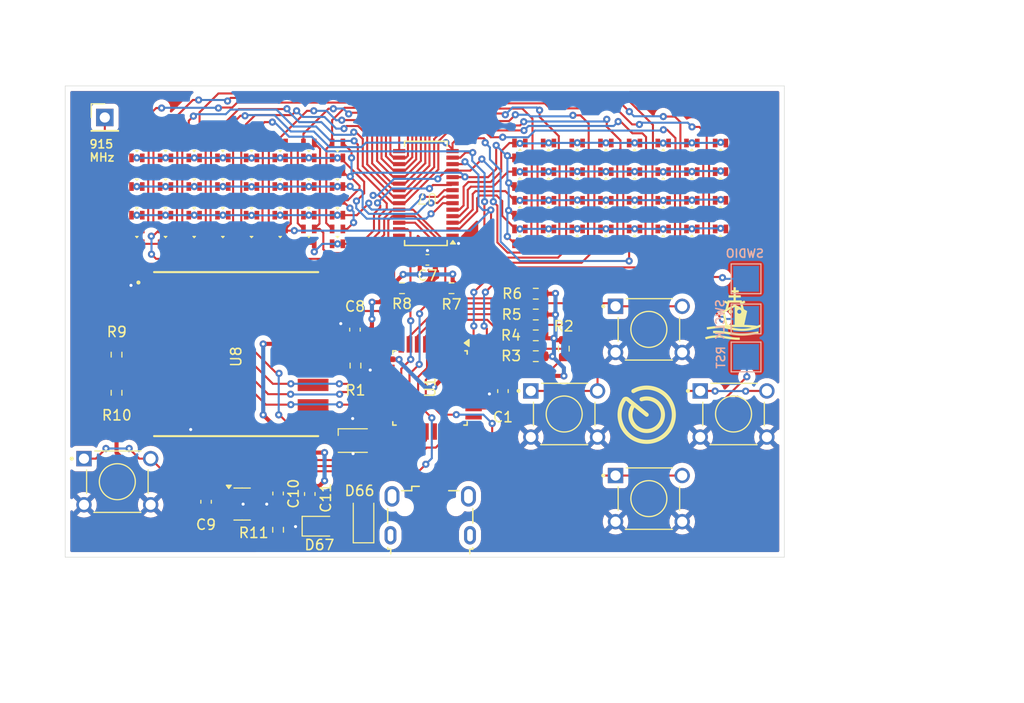
<source format=kicad_pcb>
(kicad_pcb (version 20240108) (generator "pcbnew") (generator_version "8.0")
  (layers (0 "F.Cu" signal "Front") (31 "B.Cu" signal "Back") (34 "B.Paste" user) (35 "F.Paste" user) (36 "B.SilkS" user "B.Silkscreen") (37 "F.SilkS" user "F.Silkscreen") (38 "B.Mask" user) (39 "F.Mask" user) (44 "Edge.Cuts" user))
  (net 0 "")
  (net 1 "GND")
  (net 2 "Net-(U1-VDDCORE)")
  (net 3 "/A3")
  (net 4 "/A2")
  (net 5 "/A1")
  (net 6 "/A0")
  (net 7 "/TX_A6")
  (net 8 "+3.3V")
  (net 9 "+5V")
  (net 10 "/NEO_PIX")
  (net 12 "/NEO_PWR")
  (net 13 "Net-(D2-A2)")
  (net 14 "Net-(D10-K1)")
  (net 15 "Net-(D2-A1)")
  (net 16 "Net-(D11-K1)")
  (net 17 "Net-(D12-K1)")
  (net 18 "Net-(D13-K1)")
  (net 19 "Net-(D14-K1)")
  (net 20 "Net-(D15-K1)")
  (net 21 "Net-(D16-K1)")
  (net 22 "Net-(D17-K1)")
  (net 23 "Net-(D10-A1)")
  (net 24 "Net-(D10-A2)")
  (net 25 "Net-(D18-A2)")
  (net 26 "Net-(D18-A1)")
  (net 27 "Net-(D26-A1)")
  (net 28 "Net-(D26-A2)")
  (net 29 "Net-(D34-A2)")
  (net 30 "Net-(D34-A1)")
  (net 31 "Net-(D42-A1)")
  (net 32 "Net-(D42-A2)")
  (net 33 "Net-(D50-A1)")
  (net 34 "Net-(D50-A2)")
  (net 35 "Net-(D58-A1)")
  (net 36 "Net-(D58-A2)")
  (net 37 "VBUS")
  (net 38 "Net-(D67-A)")
  (net 39 "Net-(J1-Pin_1)")
  (net 40 "/D+")
  (net 44 "/D-")
  (net 47 "Net-(U1-PA08)")
  (net 48 "/SCL")
  (net 49 "/SDA")
  (net 50 "/RF_CS")
  (net 51 "/RF_RST")
  (net 52 "/SWCLK")
  (net 53 "/SWDIO")
  (net 54 "/RESET")
  (net 56 "/MISO")
  (net 59 "/SCK")
  (net 61 "/MOSI")
  (net 64 "/G0")
  (footprint "my_stuff:LTST-BILED-15X16" (layer "F.Cu") (at 143.129 60.397 180)
    (property "Reference" "D5" (hide yes))
    (property "Value" "~")
  )
  (footprint "my_stuff:LTST-BILED-15X16" (layer "F.Cu") (at 102.997 68.779)
    (property "Reference" "D57" (hide yes))
    (property "Value" "~")
  )
  (footprint "my_stuff:LTST-BILED-15X16" (layer "F.Cu") (at 123.571 68.779 180)
    (property "Reference" "D58" (hide yes))
    (property "Value" "~")
  )
  (footprint "my_stuff:LTST-BILED-15X16" (layer "F.Cu") (at 94.615 63.191)
    (property "Reference" "D31" (hide yes))
    (property "Value" "~")
  )
  (footprint "my_stuff:SWITCH_TACTILE" (layer "F.Cu") (at 84.328 92.71)
    (property "Reference" "U4" (hide yes))
    (property "Value" "SWITCH_TACTILE")
  )
  (footprint "my_stuff:LTST-BILED-15X16" (layer "F.Cu") (at 140.335 68.779 180)
    (property "Reference" "D10" (hide yes))
    (property "Value" "~")
  )
  (footprint "my_stuff:LTST-BILED-15X16" (layer "F.Cu") (at 91.821 63.191)
    (property "Reference" "D23" (hide yes))
    (property "Value" "~")
  )
  (footprint "my_stuff:LTST-BILED-15X16" (layer "F.Cu") (at 102.997 60.397)
    (property "Reference" "D54" (hide yes))
    (property "Value" "~")
  )
  (footprint "my_stuff:LTST-BILED-15X16" (layer "F.Cu") (at 105.791 68.779)
    (property "Reference" "D65" (hide yes))
    (property "Value" "~")
  )
  (footprint "my_stuff:LTST-BILED-15X16" (layer "F.Cu") (at 91.821 60.397)
    (property "Reference" "D22" (hide yes))
    (property "Value" "~")
  )
  (footprint "Resistor_SMD:R_0603_1608Metric" (layer "F.Cu") (at 100 97.4 -90)
    (property "Reference" "R11")
    (property "Value" "R")
  )
  (footprint "Diode_SMD:D_SOD-123F" (layer "F.Cu") (at 108.33 96.46 90)
    (property "Reference" "D66")
    (property "Value" "MBR120")
  )
  (footprint "my_stuff:LTST-BILED-15X16" (layer "F.Cu") (at 123.571 60.397 180)
    (property "Reference" "D61" (hide yes))
    (property "Value" "~")
  )
  (footprint "my_stuff:LTST-BILED-15X16" (layer "F.Cu") (at 137.541 60.397 180)
    (property "Reference" "D21" (hide yes))
    (property "Value" "~")
  )
  (footprint "my_stuff:LTST-BILED-15X16" (layer "F.Cu") (at 86.233 60.397)
    (property "Reference" "D6" (hide yes))
    (property "Value" "~")
  )
  (footprint "Capacitor_SMD:C_0603_1608Metric" (layer "F.Cu") (at 100 93.86 -90)
    (property "Reference" "C10")
    (property "Value" "10uF")
  )
  (footprint "my_stuff:LTST-BILED-15X16" (layer "F.Cu") (at 97.409 68.779)
    (property "Reference" "D41" (hide yes))
    (property "Value" "~")
  )
  (footprint "my_stuff:LTST-BILED-15X16" (layer "F.Cu") (at 105.791 60.397)
    (property "Reference" "D62" (hide yes))
    (property "Value" "~")
  )
  (footprint "my_stuff:LTST-BILED-15X16" (layer "F.Cu") (at 86.233 63.191)
    (property "Reference" "D7" (hide yes))
    (property "Value" "~")
  )
  (footprint "my_stuff:RFM69HCW" (layer "F.Cu") (at 95.9104 80.264)
    (property "Reference" "U8")
    (property "Value" "RFM69HCW")
  )
  (footprint "Resistor_SMD:R_0603_1608Metric" (layer "F.Cu") (at 125.1204 76.4032 180)
    (property "Reference" "R5")
    (property "Value" "10k")
  )
  (footprint "my_stuff:LTST-BILED-15X16" (layer "F.Cu") (at 131.953 60.397 180)
    (property "Reference" "D37" (hide yes))
    (property "Value" "~")
  )
  (footprint "my_stuff:LTST-BILED-15X16" (layer "F.Cu") (at 123.571 65.985 180)
    (property "Reference" "D59" (hide yes))
    (property "Value" "~")
  )
  (footprint "Resistor_SMD:R_0603_1608Metric" (layer "F.Cu") (at 116.903 73.8378 180)
    (property "Reference" "R7")
    (property "Value" "10k")
  )
  (footprint "Resistor_SMD:R_0603_1608Metric" (layer "F.Cu") (at 107.5436 81.3816 -90)
    (property "Reference" "R1")
    (property "Value" "5.1k")
  )
  (footprint "my_stuff:LTST-BILED-15X16" (layer "F.Cu") (at 134.747 60.397 180)
    (property "Reference" "D29" (hide yes))
    (property "Value" "~")
  )
  (footprint "my_stuff:LTST-BILED-15X16" (layer "F.Cu") (at 143.129 65.985 180)
    (property "Reference" "D3" (hide yes))
    (property "Value" "~")
  )
  (footprint "my_stuff:LTST-BILED-15X16" (layer "F.Cu") (at 105.791 65.985)
    (property "Reference" "D64" (hide yes))
    (property "Value" "~")
  )
  (footprint "my_stuff:LTST-BILED-15X16" (layer "F.Cu") (at 126.365 63.191 180)
    (property "Reference" "D52" (hide yes))
    (property "Value" "~")
  )
  (footprint "my_stuff:LTST-BILED-15X16" (layer "F.Cu") (at 143.129 68.779 180)
    (property "Reference" "D2" (hide yes))
    (property "Value" "~")
  )
  (footprint "my_stuff:LTST-BILED-15X16" (layer "F.Cu") (at 100.203 60.397)
    (property "Reference" "D46" (hide yes))
    (property "Value" "~")
  )
  (footprint "Resistor_SMD:R_0603_1608Metric" (layer "F.Cu") (at 84.2518 84.0354 -90)
    (property "Reference" "R10")
    (property "Value" "100k")
  )
  (footprint "my_stuff:LTST-BILED-15X16" (layer "F.Cu") (at 86.233 68.779)
    (property "Reference" "D9" (hide yes))
    (property "Value" "~")
  )
  (footprint "my_stuff:LTST-BILED-15X16" (layer "F.Cu") (at 140.335 60.397 180)
    (property "Reference" "D13" (hide yes))
    (property "Value" "~")
  )
  (footprint "my_stuff:LTST-BILED-15X16" (layer "F.Cu") (at 137.541 68.779 180)
    (property "Reference" "D18" (hide yes))
    (property "Value" "~")
  )
  (footprint "my_stuff:LTST-BILED-15X16" (layer "F.Cu") (at 94.615 60.397)
    (property "Reference" "D30" (hide yes))
    (property "Value" "~")
  )
  (footprint "my_stuff:LTST-BILED-15X16" (layer "F.Cu") (at 89.027 68.779)
    (property "Reference" "D17" (hide yes))
    (property "Value" "~")
  )
  (footprint "my_stuff:LTST-BILED-15X16" (layer "F.Cu") (at 131.953 68.779 180)
    (property "Reference" "D34" (hide yes))
    (property "Value" "~")
  )
  (footprint "my_stuff:LTST-BILED-15X16" (layer "F.Cu") (at 140.335 65.985 180)
    (property "Reference" "D11" (hide yes))
    (property "Value" "~")
  )
  (footprint "my_stuff:LTST-BILED-15X16" (layer "F.Cu") (at 91.821 65.985)
    (property "Reference" "D24" (hide yes))
    (property "Value" "~")
  )
  (footprint "my_stuff:HT16K33_ssop" (layer "F.Cu") (at 114.554 64.588 180)
    (property "Reference" "U7")
    (property "Value" "ht16k33 28 ssoc")
  )
  (footprint "my_stuff:LTST-BILED-15X16" (layer "F.Cu") (at 126.365 68.779 180)
    (property "Reference" "D50" (hide yes))
    (property "Value" "~")
  )
  (footprint "my_stuff:LTST-BILED-15X16" (layer "F.Cu") (at 100.203 68.779)
    (property "Reference" "D49" (hide yes))
    (property "Value" "~")
  )
  (footprint "my_stuff:LTST-BILED-15X16" (layer "F.Cu") (at 126.365 65.985 180)
    (property "Reference" "D51" (hide yes))
    (property "Value" "~")
  )
  (footprint "my_stuff:LTST-BILED-15X16" (layer "F.Cu") (at 102.997 63.191)
    (property "Reference" "D55" (hide yes))
    (property "Value" "~")
  )
  (footprint "my_stuff:LTST-BILED-15X16" (layer "F.Cu") (at 94.615 65.985)
    (property "Reference" "D32" (hide yes))
    (property "Value" "~")
  )
  (footprint "my_stuff:LTST-BILED-15X16" (layer "F.Cu") (at 91.821 68.779)
    (property "Reference" "D25" (hide yes))
    (property "Value" "~")
  )
  (footprint "Capacitor_SMD:C_0603_1608Metric" (layer "F.Cu") (at 92.98 94.67 -90)
    (property "Reference" "C9")
    (property "Value" "10uF")
  )
  (footprint "my_stuff:LTST-BILED-15X16" (layer "F.Cu") (at 97.409 60.397)
    (property "Reference" "D38" (hide yes))
    (property "Value" "~")
  )
  (footprint "LED_SMD:LED_0805_2012Metric" (layer "F.Cu") (at 104.03 97.05)
    (property "Reference" "D67")
    (property "Value" "Orange LED")
  )
  (footprint "Package_TO_SOT_SMD:SOT-23-5" (layer "F.Cu") (at 96.4946 94.8916)
    (property "Reference" "U9" (hide yes))
    (property "Value" "AP2112K-3.3")
  )
  (footprint "my_stuff:LTST-BILED-15X16" (layer "F.Cu") (at 102.997 65.985)
    (property "Reference" "D56" (hide yes))
    (property "Value" "~")
  )
  (footprint "my_stuff:LTST-BILED-15X16" (layer "F.Cu") (at 129.159 60.397 180)
    (property "Reference" "D45" (hide yes))
    (property "Value" "~")
  )
  (footprint "my_stuff:LTST-BILED-15X16" (layer "F.Cu") (at 97.409 63.191)
    (property "Reference" "D39" (hide yes))
    (property "Value" "~")
  )
  (footprint "my_stuff:LTST-BILED-15X16" (layer "F.Cu") (at 94.615 68.779)
    (property "Reference" "D33" (hide yes))
    (property "Value" "~")
  )
  (footprint "my_stuff:LTST-BILED-15X16" (layer "F.Cu") (at 134.747 63.191 180)
    (property "Reference" "D28" (hide yes))
    (property "Value" "~")
  )
  (footprint "my_stuff:LTST-BILED-15X16" (layer "F.Cu") (at 131.953 65.985 180)
    (property "Reference" "D35" (hide yes))
    (property "Value" "~")
  )
  (footprint "my_stuff:LTST-BILED-15X16" (layer "F.Cu") (at 131.953 63.191 180)
    (property "Reference" "D36" (hide yes))
    (property "Value" "~")
  )
  (footprint "Resistor_SMD:R_0603_1608Metric" (layer "F.Cu") (at 112.077 73.8378)
    (property "Reference" "R8")
    (property "Value" "10k")
  )
  (footprint "my_stuff:LTST-BILED-15X16" (layer "F.Cu") (at 100.203 63.191)
    (property "Reference" "D47" (hide yes))
    (property "Value" "~")
  )
  (footprint "my_stuff:LTST-BILED-15X16" (layer "F.Cu") (at 129.159 68.779 180)
    (property "Reference" "D42" (hide yes))
    (property "Value" "~")
  )
  (footprint "Resistor_SMD:R_0603_1608Metric" (layer "F.Cu") (at 125.1204 80.4672 180)
    (property "Reference" "R3")
    (property "Value" "10k")
  )
  (footprint "my_stuff:LTST-BILED-15X16" (layer "F.Cu") (at 140.335 63.191 180)
    (property "Reference" "D12" (hide yes))
    (property "Value" "~")
  )
  (footprint "Capacitor_SMD:C_0603_1608Metric" (layer "F.Cu") (at 114.554 71.0692)
    (property "Reference" "C7")
    (property "Value" "10uF")
  )
  (footprint "my_stuff:ant" (layer "F.Cu") (at 83.088 57.285)
    (property "Reference" "J1" (hide yes))
    (property "Value" "Antenna_915MHz")
  )
  (footprint "my_stuff:LTST-BILED-15X16" (layer "F.Cu") (at 137.541 65.985 180)
    (property "Reference" "D19" (hide yes))
    (property "Value" "~")
  )
  (footprint "my_stuff:SWITCH_TACTILE" (layer "F.Cu") (at 136.144 94.361)
    (property "Reference" "U2" (hide yes))
    (property "Value" "SWITCH_TACTILE")
  )
  (footprint "Capacitor_SMD:C_0603_1608Metric" (layer "F.Cu") (at 103.09 93.91 -90)
    (property "Reference" "C11")
    (property "Value" "1uF")
  )
  (footprint "my_stuff:custom_ws28_2m_led" (layer "F.Cu") (at 107.3658 88.6808)
    (property "Reference" "D1" (hide yes))
    (property "Value" "WS2812B-2020")
  )
  (footprint "my_stuff:SWITCH_TACTILE" (layer "F.Cu") (at 136.144 77.851)
    (property "Reference" "U6" (hide yes))
    (property "Value" "SWITCH_TACTILE")
  )
  (footprint "Resistor_SMD:R_0603_1608Metric" (layer "F.Cu") (at 84.2518 80.3148 90)
    (property "Reference" "R9")
    (property "Value" "100k")
  )
  (footprint "Resistor_SMD:R_0603_1608Metric" (layer "F.Cu") (at 125.1204 78.4352 180)
    (property "Reference" "R4")
    (property "Value" "10k")
  )
  (footprint "Resistor_SMD:R_0603_1608Metric" (layer "F.Cu") (at 125.1204 74.3712 180)
    (property "Reference" "R6")
    (property "Value" "10k")
  )
  (footprint "my_stuff:SWITCH_TACTILE" (layer "F.Cu") (at 144.399 86.106)
    (property "Reference" "U5" (hide yes))
    (property "Value" "SWITCH_TACTILE")
  )
  (footprint "my_stuff:LTST-BILED-15X16" (layer "F.Cu") (at 137.541 63.191 180)
    (property "Reference" "D20" (hide yes))
    (property "Value" "~")
  )
  (footprint "my_stuff:LTST-BILED-15X16" (layer "F.Cu") (at 126.365 60.397 180)
    (property "Reference" "D53" (hide yes))
    (property "Value" "~")
  )
  (footprint "my_stuff:LTST-BILED-15X16" (layer "F.Cu") (at 89.027 60.397)
    (property "Reference" "D14" (hide yes))
    (property "Value" "~")
  )
  (footprint "Capacitor_SMD:C_0603_1608Metric" (layer "F.Cu") (at 121.92 83.8708 90)
    (property "Reference" "C1")
    (property "Value" "10uF")
  )
  (footprint "Resistor_SMD:R_0603_1608Metric" (layer "F.Cu") (at 127.8504 79.7306 -90)
    (property "Reference" "R2")
    (property "Value" "10k")
  )
  (footprint "my_stuff:LTST-BILED-15X16" (layer "F.Cu") (at 134.747 65.985 180)
    (property "Reference" "D27" (hide yes))
    (property "Value" "~")
  )
  (footprint "my_stuff:SWITCH_TACTILE" (layer "F.Cu") (at 127.889 86.106)
    (property "Reference" "U3" (hide yes))
    (property "Value" "SWITCH_TACTILE")
  )
  (footprint "my_stuff:LTST-BILED-15X16" (layer "F.Cu") (at 129.159 65.985 180)
    (property "Reference" "D43" (hide yes))
    (property "Value" "~")
  )
  (footprint "my_stuff:LTST-BILED-15X16" (layer "F.Cu") (at 89.027 63.191)
    (property "Reference" "D15" (hide yes))
    (property "Value" "~")
  )
  (footprint "my_stuff:LTST-BILED-15X16" (layer "F.Cu") (at 86.233 65.985)
    (property "Reference" "D8" (hide yes))
    (property "Value" "~")
  )
  (footprint "my_stuff:LTST-BILED-15X16" (layer "F.Cu") (at 134.747 68.779 180)
    (property "Reference" "D26" (hide yes))
    (property "Value" "~")
  )
  (footprint "Capacitor_SMD:C_0603_1608Metric" (layer "F.Cu") (at 107.4928 77.8764 -90)
    (property "Reference" "C8")
    (property "Value" "10uF")
  )
  (footprint "Package_QFP:TQFP-32_7x7mm_P0.8mm" (layer "F.Cu") (at 114.808 83.566 -90)
    (property "Reference" "U1")
    (property "Value" "ATSAMD21E18A-A")
  )
  (footprint "my_stuff:LTST-BILED-15X16" (layer "F.Cu") (at 89.027 65.985)
    (property "Reference" "D16" (hide yes))
    (property "Value" "~")
  )
  (footprint "my_stuff:LTST-BILED-15X16" (layer "F.Cu") (at 123.571 63.191 180)
    (property "Reference" "D60" (hide yes))
    (property "Value" "~")
  )
  (footprint "my_stuff:LTST-BILED-15X16" (layer "F.Cu") (at 100.203 65.985)
    (property "Reference" "D48" (hide yes))
    (property "Value" "~")
  )
  (footprint "my_stuff:LTST-BILED-15X16" (layer "F.Cu") (at 143.129 63.191 180)
    (property "Reference" "D4" (hide yes))
    (property "Value" "~")
  )
  (footprint "my_stuff:LTST-BILED-15X16" (layer "F.Cu") (at 105.791 63.191)
    (property "Reference" "D63" (hide yes))
    (property "Value" "~")
  )
  (footprint "my_stuff:LTST-BILED-15X16" (layer "F.Cu") (at 129.159 63.191 180)
    (property "Reference" "D44" (hide yes))
    (property "Value" "~")
  )
  (footprint "Connector_USB:USB_Micro-B_Wuerth_629105150521" (layer "F.Cu") (at 114.8334 95.9866)
    (property "Reference" "J2" (hide yes))
    (property "Value" "USB_B_Micro")
  )
  (footprint "my_stuff:LTST-BILED-15X16" (layer "F.Cu") (at 97.409 65.985)
    (property "Reference" "D40" (hide yes))
    (property "Value" "~")
  )
  (footprint "TestPoint:TestPoint_Pad_2.5x2.5mm" (layer "B.Cu") (at 145.6182 76.835)
    (property "Reference" "TP1" (hide yes))
    (property "Value" "TestPoint")
  )
  (footprint "TestPoint:TestPoint_Pad_2.5x2.5mm" (layer "B.Cu") (at 145.6182 72.92)
    (property "Reference" "TP2" (hide yes))
    (property "Value" "TestPoint")
  )
  (footprint "TestPoint:TestPoint_Pad_2.5x2.5mm" (layer "B.Cu") (at 145.6182 80.54)
    (property "Reference" "TP3" (hide yes))
    (property "Value" "TestPoint")
  )
  (gr_poly (pts (xy 136.108126 83.337762) (xy 136.248078 83.350012) (xy 136.388415 83.369357) (xy 136.528925 83.395922) (xy 136.669395 83.429827) (xy 136.809816 83.471284) (xy 136.946497 83.519278) (xy 137.079311 83.573591) (xy 137.20813 83.634003) (xy 137.33283 83.700296) (xy 137.453284 83.77225) (xy 137.569364 83.849648) (xy 137.680946 83.93227) (xy 137.787902 84.019897) (xy 137.890106 84.11231) (xy 137.987432 84.209291) (xy 138.079754 84.31062) (xy 138.166944 84.416079) (xy 138.248877 84.525448) (xy 138.325427 84.63851) (xy 138.396466 84.755045) (xy 138.461869 84.874833) (xy 138.521508 84.997658) (xy 138.575259 85.123298) (xy 138.622994 85.251536) (xy 138.664587 85.382153) (xy 138.699912 85.51493) (xy 138.728842 85.649647) (xy 138.751251 85.786087) (xy 138.767012 85.92403) (xy 138.776 86.063257) (xy 138.778087 86.203549) (xy 138.773148 86.344688) (xy 138.761056 86.486455) (xy 138.741685 86.628631) (xy 138.714908 86.770996) (xy 138.680598 86.913333) (xy 138.639142 87.053755) (xy 138.591148 87.190435) (xy 138.536836 87.323248) (xy 138.476424 87.452068) (xy 138.410132 87.576767) (xy 138.338177 87.69722) (xy 138.26078 87.8133) (xy 138.178159 87.924881) (xy 138.090532 88.031836) (xy 137.99812 88.134039) (xy 137.901139 88.231365) (xy 137.799811 88.323685) (xy 137.694352 88.410875) (xy 137.584983 88.492807) (xy 137.471922 88.569356) (xy 137.355387 88.640394) (xy 137.235599 88.705796) (xy 137.112775 88.765436) (xy 136.987134 88.819186) (xy 136.858897 88.866921) (xy 136.72828 88.908514) (xy 136.595503 88.943839) (xy 136.460786 88.972769) (xy 136.324347 88.995178) (xy 136.186404 89.01094) (xy 136.047177 89.019929) (xy 135.906884 89.022017) (xy 135.765745 89.017079) (xy 135.623978 89.004989) (xy 135.481802 88.985619) (xy 135.339437 88.958844) (xy 135.1971 88.924537) (xy 135.056679 88.88308) (xy 134.92 88.835086) (xy 134.787187 88.780774) (xy 134.658368 88.720362) (xy 134.533669 88.654068) (xy 134.413217 88.582114) (xy 134.297137 88.504716) (xy 134.185556 88.422093) (xy 134.078601 88.334466) (xy 133.976397 88.242052) (xy 133.879072 88.145071) (xy 133.786751 88.043742) (xy 133.699561 87.938282) (xy 133.617629 87.828912) (xy 133.54108 87.71585) (xy 133.470041 87.599314) (xy 133.404638 87.479525) (xy 133.344998 87.3567) (xy 133.291248 87.231059) (xy 133.243513 87.102821) (xy 133.201919 86.972203) (xy 133.166594 86.839427) (xy 133.137664 86.704709) (xy 133.115254 86.568269) (xy 133.099492 86.430326) (xy 133.090503 86.291099) (xy 133.088415 86.150807) (xy 133.093353 86.009668) (xy 133.105444 85.867902) (xy 133.124813 85.725727) (xy 133.151589 85.583363) (xy 133.185896 85.441027) (xy 133.20152 85.384976) (xy 133.218194 85.329491) (xy 133.235905 85.274581) (xy 133.254638 85.220255) (xy 133.29512 85.113386) (xy 133.339531 85.00895) (xy 133.387765 84.907013) (xy 133.439712 84.807641) (xy 133.495265 84.7109) (xy 133.554315 84.616856) (xy 133.568998 84.595765) (xy 133.584536 84.57592) (xy 133.600882 84.557312) (xy 133.617987 84.539935) (xy 133.635801 84.523782) (xy 133.654276 84.508845) (xy 133.673362 84.495118) (xy 133.693012 84.482594) (xy 133.713176 84.471265) (xy 133.733805 84.461124) (xy 133.754851 84.452165) (xy 133.776265 84.444379) (xy 133.797997 84.437761) (xy 133.82 84.432302) (xy 133.842223 84.427996) (xy 133.864619 84.424836) (xy 133.887138 84.422815) (xy 133.909732 84.421925) (xy 133.932352 84.42216) (xy 133.954948 84.423512) (xy 133.977473 84.425974) (xy 133.999876 84.42954) (xy 134.02211 84.434201) (xy 134.044126 84.439952) (xy 134.065874 84.446784) (xy 134.087306 84.454692) (xy 134.108373 84.463667) (xy 134.129027 84.473703) (xy 134.149217 84.484792) (xy 134.168896 84.496927) (xy 134.188014 84.510103) (xy 134.206524 84.52431) (xy 136.058102 86.022931) (xy 136.065875 86.029556) (xy 136.073225 86.036492) (xy 136.080149 86.043721) (xy 136.086646 86.051226) (xy 136.092713 86.058988) (xy 136.098349 86.066992) (xy 136.103553 86.075218) (xy 136.108321 86.083649) (xy 136.112653 86.092268) (xy 136.116547 86.101058) (xy 136.12 86.11) (xy 136.123011 86.119078) (xy 136.125577 86.128273) (xy 136.127698 86.137569) (xy 136.129371 86.146947) (xy 136.130594 86.15639) (xy 136.131366 86.165881) (xy 136.131684 86.175401) (xy 136.131547 86.184934) (xy 136.130953 86.194462) (xy 136.1299 86.203968) (xy 136.128386 86.213433) (xy 136.12641 86.22284) (xy 136.123969 86.232172) (xy 136.121062 86.241411) (xy 136.117686 86.25054) (xy 136.113841 86.259541) (xy 136.109523 86.268397) (xy 136.104732 86.277089) (xy 136.099465 86.285601) (xy 136.093721 86.293915) (xy 136.087497 86.302013) (xy 136.080872 86.309789) (xy 136.073936 86.317141) (xy 136.066707 86.324067) (xy 136.059202 86.330566) (xy 136.051439 86.336635) (xy 136.043436 86.342274) (xy 136.03521 86.347478) (xy 136.026779 86.352249) (xy 136.018159 86.356582) (xy 136.00937 86.360476) (xy 136.000427 86.363931) (xy 135.99135 86.366942) (xy 135.982154 86.36951) (xy 135.972859 86.371631) (xy 135.963481 86.373305) (xy 135.954038 86.374529) (xy 135.944547 86.375301) (xy 135.935026 86.37562) (xy 135.925493 86.375483) (xy 135.915965 86.37489) (xy 135.90646 86.373837) (xy 135.896995 86.372324) (xy 135.887588 86.370348) (xy 135.878256 86.367907) (xy 135.869016 86.365) (xy 135.859888 86.361624) (xy 135.850887 86.357779) (xy 135.842031 86.353461) (xy 135.833339 86.34867) (xy 135.824827 86.343403) (xy 135.816513 86.337659) (xy 135.808414 86.331435) (xy 134.739569 85.46633) (xy 134.716919 85.505723) (xy 134.695535 85.545912) (xy 134.675445 85.586868) (xy 134.656674 85.628566) (xy 134.639251 85.67098) (xy 134.623201 85.714083) (xy 134.608552 85.757848) (xy 134.595331 85.802249) (xy 134.583565 85.84726) (xy 134.57328 85.892854) (xy 134.564503 85.939004) (xy 134.557262 85.985685) (xy 134.551584 86.03287) (xy 134.547494 86.080532) (xy 134.545021 86.128645) (xy 134.54419 86.177183) (xy 134.545998 86.248664) (xy 134.551362 86.319207) (xy 134.560195 86.388724) (xy 134.572411 86.457128) (xy 134.587921 86.524332) (xy 134.606639 86.590248) (xy 134.628478 86.65479) (xy 134.653349 86.717869) (xy 134.681166 86.7794) (xy 134.711842 86.839293) (xy 134.745289 86.897463) (xy 134.781419 86.953822) (xy 134.820147 87.008282) (xy 134.861383 87.060756) (xy 134.905042 87.111158) (xy 134.951036 87.159399) (xy 134.999277 87.205392) (xy 135.049678 87.249051) (xy 135.102152 87.290288) (xy 135.156612 87.329015) (xy 135.21297 87.365146) (xy 135.27114 87.398593) (xy 135.331033 87.429269) (xy 135.392563 87.457086) (xy 135.455642 87.481957) (xy 135.520183 87.503796) (xy 135.586099 87.522514) (xy 135.653302 87.538024) (xy 135.721706 87.55024) (xy 135.791222 87.559073) (xy 135.861764 87.564438) (xy 135.933245 87.566245) (xy 136.004726 87.564438) (xy 136.075269 87.559073) (xy 136.144786 87.55024) (xy 136.21319 87.538024) (xy 136.280394 87.522514) (xy 136.34631 87.503796) (xy 136.410852 87.481957) (xy 136.473931 87.457086) (xy 136.535461 87.429269) (xy 136.595355 87.398593) (xy 136.653525 87.365146) (xy 136.709883 87.329015) (xy 136.764344 87.290288) (xy 136.816818 87.249051) (xy 136.86722 87.205392) (xy 136.915461 87.159399) (xy 136.961455 87.111158) (xy 137.005113 87.060756) (xy 137.04635 87.008282) (xy 137.085078 86.953822) (xy 137.121208 86.897463) (xy 137.154655 86.839293) (xy 137.185331 86.7794) (xy 137.213148 86.717869) (xy 137.23802 86.65479) (xy 137.259858 86.590248) (xy 137.278576 86.524332) (xy 137.294087 86.457128) (xy 137.306302 86.388724) (xy 137.315136 86.319207) (xy 137.3205 86.248664) (xy 137.322307 86.177183) (xy 137.3205 86.105702) (xy 137.315136 86.035159) (xy 137.306302 85.965642) (xy 137.294087 85.897237) (xy 137.278576 85.830033) (xy 137.259858 85.764117) (xy 137.23802 85.699575) (xy 137.213148 85.636495) (xy 137.185331 85.574965) (xy 137.154655 85.515071) (xy 137.121208 85.456901) (xy 137.085078 85.400542) (xy 137.04635 85.346082) (xy 137.005113 85.293608) (xy 136.961455 85.243206) (xy 136.915461 85.194965) (xy 136.86722 85.148971) (xy 136.816818 85.105312) (xy 136.764344 85.064075) (xy 136.709883 85.025348) (xy 136.653525 84.989217) (xy 136.595355 84.95577) (xy 136.535461 84.925094) (xy 136.473931 84.897277) (xy 136.410852 84.872406) (xy 136.34631 84.850567) (xy 136.280394 84.831849) (xy 136.21319 84.816339) (xy 136.144786 84.804123) (xy 136.075269 84.795289) (xy 136.004726 84.789925) (xy 135.933245 84.788118) (xy 135.875857 84.789279) (xy 135.819095 84.792731) (xy 135.762999 84.798428) (xy 135.707611 84.806322) (xy 135.652974 84.816368) (xy 135.599129 84.828518) (xy 135.546118 84.842727) (xy 135.493983 84.858947) (xy 135.484214 84.861928) (xy 135.474411 84.864386) (xy 135.464591 84.866326) (xy 135.454768 84.867758) (xy 135.44496 84.86869) (xy 135.435181 84.869128) (xy 135.425448 84.869081) (xy 135.415776 84.868558) (xy 135.406181 84.867565) (xy 135.396679 84.866111) (xy 135.387285 84.864203) (xy 135.378016 84.86185) (xy 135.368886 84.859059) (xy 135.359913 84.855839) (xy 135.351111 84.852196) (xy 135.342496 84.84814) (xy 135.334085 84.843678) (xy 135.325893 84.838817) (xy 135.317935 84.833566) (xy 135.310227 84.827933) (xy 135.302786 84.821925) (xy 135.295627 84.815551) (xy 135.288766 84.808818) (xy 135.282218 84.801734) (xy 135.276 84.794307) (xy 135.270126 84.786545) (xy 135.264614 84.778456) (xy 135.259478 84.770047) (xy 135.254734 84.761327) (xy 135.250399 84.752304) (xy 135.246487 84.742985) (xy 135.243016 84.733378) (xy 135.240034 84.723608) (xy 135.237577 84.713805) (xy 135.235636 84.703983) (xy 135.234204 84.694161) (xy 135.233273 84.684352) (xy 135.232835 84.674572) (xy 135.232881 84.664839) (xy 135.233405 84.655166) (xy 135.234398 84.645571) (xy 135.235852 84.636068) (xy 135.237759 84.626674) (xy 135.240113 84.617404) (xy 135.242903 84.608275) (xy 135.246124 84.599301) (xy 135.249766 84.590499) (xy 135.253822 84.581884) (xy 135.258285 84.573473) (xy 135.263146 84.56528) (xy 135.268396 84.557323) (xy 135.27403 84.549615) (xy 135.280038 84.542174) (xy 135.286412 84.535015) (xy 135.293145 84.528154) (xy 135.30023 84.521606) (xy 135.307657 84.515388) (xy 135.315419 84.509515) (xy 135.323508 84.504002) (xy 135.331917 84.498866) (xy 135.340637 84.494123) (xy 135.349661 84.489788) (xy 135.35898 84.485877) (xy 135.368587 84.482405) (xy 135.435798 84.461493) (xy 135.504094 84.443189) (xy 135.573414 84.427548) (xy 135.643697 84.414627) (xy 135.714882 84.40448) (xy 135.786908 84.397163) (xy 135.823219 84.394583) (xy 135.859716 84.392732) (xy 135.896394 84.391616) (xy 135.933245 84.391243) (xy 136.025148 84.393567) (xy 136.115845 84.400463) (xy 136.205224 84.411821) (xy 136.293172 84.427527) (xy 136.379576 84.447469) (xy 136.464326 84.471535) (xy 136.547307 84.499613) (xy 136.62841 84.531591) (xy 136.70752 84.567356) (xy 136.784526 84.606796) (xy 136.859316 84.649799) (xy 136.931777 84.696253) (xy 137.001797 84.746046) (xy 137.069264 84.799065) (xy 137.134066 84.855198) (xy 137.196091 84.914332) (xy 137.255226 84.976357) (xy 137.311359 85.041159) (xy 137.364378 85.108626) (xy 137.41417 85.178647) (xy 137.460624 85.251108) (xy 137.503628 85.325898) (xy 137.543068 85.402904) (xy 137.578833 85.482014) (xy 137.610811 85.563117) (xy 137.638889 85.646099) (xy 137.662956 85.730849) (xy 137.682898 85.817254) (xy 137.698604 85.905202) (xy 137.709961 85.994581) (xy 137.716858 86.085279) (xy 137.719182 86.177183) (xy 137.716858 86.269087) (xy 137.709961 86.359784) (xy 137.698604 86.449162) (xy 137.682898 86.53711) (xy 137.662956 86.623515) (xy 137.638889 86.708264) (xy 137.610811 86.791246) (xy 137.578833 86.872348) (xy 137.543068 86.951458) (xy 137.503628 87.028464) (xy 137.460624 87.103254) (xy 137.41417 87.175715) (xy 137.364378 87.245735) (xy 137.311359 87.313202) (xy 137.255226 87.378004) (xy 137.196091 87.440029) (xy 137.134066 87.499164) (xy 137.069264 87.555297) (xy 137.001797 87.608316) (xy 136.931777 87.658109) (xy 136.859316 87.704563) (xy 136.784526 87.747566) (xy 136.70752 87.787006) (xy 136.62841 87.822772) (xy 136.547307 87.854749) (xy 136.464326 87.882827) (xy 136.379576 87.906894) (xy 136.293172 87.926836) (xy 136.205224 87.942542) (xy 136.115845 87.953899) (xy 136.025148 87.960796) (xy 135.933245 87.96312) (xy 135.841341 87.960796) (xy 135.750644 87.953899) (xy 135.661266 87.942542) (xy 135.573318 87.926836) (xy 135.486914 87.906894) (xy 135.402164 87.882827) (xy 135.319183 87.854749) (xy 135.238081 87.822772) (xy 135.158971 87.787006) (xy 135.081965 87.747566) (xy 135.007176 87.704563) (xy 134.934715 87.658109) (xy 134.864695 87.608316) (xy 134.797228 87.555297) (xy 134.732427 87.499164) (xy 134.670402 87.440029) (xy 134.611268 87.378004) (xy 134.555135 87.313202) (xy 134.502117 87.245735) (xy 134.452324 87.175715) (xy 134.405871 87.103254) (xy 134.362868 87.028464) (xy 134.323428 86.951458) (xy 134.287663 86.872348) (xy 134.255685 86.791246) (xy 134.227607 86.708264) (xy 134.203541 86.623515) (xy 134.183599 86.53711) (xy 134.167893 86.449162) (xy 134.156536 86.359784) (xy 134.149639 86.269087) (xy 134.147315 86.177183) (xy 134.148519 86.111047) (xy 134.152102 86.04551) (xy 134.158022 85.980615) (xy 134.166239 85.916405) (xy 134.176708 85.852921) (xy 134.18939 85.790207) (xy 134.204242 85.728304) (xy 134.221222 85.667254) (xy 134.240288 85.607101) (xy 134.261398 85.547886) (xy 134.284511 85.489651) (xy 134.309584 85.43244) (xy 134.336577 85.376295) (xy 134.365446 85.321257) (xy 134.39615 85.267369) (xy 134.428647 85.214674) (xy 133.956836 84.832801) (xy 133.954046 84.830656) (xy 133.95122 84.828702) (xy 133.948365 84.826935) (xy 133.945491 84.82535) (xy 133.942604 84.823943) (xy 133.939712 84.822709) (xy 133.936824 84.821642) (xy 133.933946 84.820739) (xy 133.931087 84.819995) (xy 133.928253 84.819406) (xy 133.925454 84.818965) (xy 133.922697 84.81867) (xy 133.919989 84.818515) (xy 133.917338 84.818495) (xy 133.914752 84.818606) (xy 133.912238 84.818844) (xy 133.91003 84.81916) (xy 133.90791 84.819565) (xy 133.905876 84.820058) (xy 133.903926 84.820639) (xy 133.902057 84.821308) (xy 133.900268 84.822066) (xy 133.898556 84.822911) (xy 133.896918 84.823844) (xy 133.895352 84.824865) (xy 133.893856 84.825974) (xy 133.892427 84.82717) (xy 133.891063 84.828454) (xy 133.889762 84.829826) (xy 133.888521 84.831286) (xy 133.887339 84.832833) (xy 133.886211 84.834467) (xy 133.86048 84.874565) (xy 133.835482 84.915256) (xy 133.811231 84.956536) (xy 133.787738 84.998397) (xy 133.765014 85.040832) (xy 133.743072 85.083837) (xy 133.721923 85.127403) (xy 133.70158 85.171526) (xy 133.682053 85.216197) (xy 133.663356 85.261412) (xy 133.6455 85.307164) (xy 133.628497 85.353445) (xy 133.612358 85.400251) (xy 133.597096 85.447574) (xy 133.582722 85.495408) (xy 133.569248 85.543747) (xy 133.539728 85.666223) (xy 133.516689 85.788724) (xy 133.500022 85.911061) (xy 133.489618 86.033047) (xy 133.485369 86.154493) (xy 133.487166 86.27521) (xy 133.4949 86.39501) (xy 133.508463 86.513705) (xy 133.527746 86.631107) (xy 133.552639 86.747027) (xy 133.583036 86.861276) (xy 133.618825 86.973667) (xy 133.6599 87.084012) (xy 133.70615 87.192121) (xy 133.757468 87.297807) (xy 133.813745 87.400881) (xy 133.874871 87.501155) (xy 133.940739 87.59844) (xy 134.011239 87.692549) (xy 134.086263 87.783292) (xy 134.165702 87.870483) (xy 134.249447 87.953931) (xy 134.337389 88.033449) (xy 134.429421 88.108849) (xy 134.525432 88.179941) (xy 134.625315 88.246539) (xy 134.72896 88.308454) (xy 134.836259 88.365496) (xy 134.947103 88.417479) (xy 135.061384 88.464213) (xy 135.178992 88.50551) (xy 135.299819 88.541182) (xy 135.422294 88.570702) (xy 135.544794 88.593741) (xy 135.667131 88.610408) (xy 135.789116 88.620811) (xy 135.910561 88.62506) (xy 136.031277 88.623263) (xy 136.151077 88.615528) (xy 136.269771 88.601965) (xy 136.387172 88.582683) (xy 136.503092 88.557789) (xy 136.617341 88.527393) (xy 136.729732 88.491603) (xy 136.840076 88.450528) (xy 136.948185 88.404278) (xy 137.05387 88.35296) (xy 137.156944 88.296684) (xy 137.257218 88.235557) (xy 137.354503 88.16969) (xy 137.448611 88.09919) (xy 137.539355 88.024167) (xy 137.626545 87.944728) (xy 137.709993 87.860984) (xy 137.789511 87.773042) (xy 137.864911 87.681011) (xy 137.936003 87.585) (xy 138.002601 87.485119) (xy 138.064515 87.381474) (xy 138.121558 87.274176) (xy 138.17354 87.163333) (xy 138.220274 87.049054) (xy 138.261572 86.931447) (xy 138.297244 86.810622) (xy 138.326766 86.688145) (xy 138.349807 86.565644) (xy 138.366476 86.443306) (xy 138.376882 86.32132) (xy 138.381132 86.199875) (xy 138.379337 86.079157) (xy 138.371604 85.959357) (xy 138.358042 85.840661) (xy 138.33876 85.723259) (xy 138.313867 85.607339) (xy 138.283472 85.493089) (xy 138.247683 85.380698) (xy 138.206609 85.270353) (xy 138.160359 85.162244) (xy 138.109042 85.056557) (xy 138.052765 84.953483) (xy 137.991639 84.853209) (xy 137.925771 84.755923) (xy 137.855271 84.661814) (xy 137.780247 84.57107) (xy 137.700808 84.48388) (xy 137.617063 84.400431) (xy 137.52912 84.320913) (xy 137.437088 84.245513) (xy 137.341076 84.174419) (xy 137.241193 84.107821) (xy 137.137547 84.045907) (xy 137.030247 83.988864) (xy 136.919402 83.936881) (xy 136.805121 83.890146) (xy 136.687512 83.848849) (xy 136.566684 83.813176) (xy 136.445796 83.783994) (xy 136.324889 83.761124) (xy 136.204143 83.744463) (xy 136.083738 83.733907) (xy 135.963852 83.729351) (xy 135.844667 83.730692) (xy 135.726361 83.737825) (xy 135.609114 83.750647) (xy 135.493106 83.769053) (xy 135.378516 83.79294) (xy 135.265524 83.822204) (xy 135.15431 83.856741) (xy 135.045053 83.896446) (xy 134.937933 83.941215) (xy 134.833129 83.990946) (xy 134.730822 84.045533) (xy 134.721801 84.050326) (xy 134.712648 84.054611) (xy 134.703378 84.058391) (xy 134.69401 84.061673) (xy 134.684559 84.064461) (xy 134.675044 84.066759) (xy 134.665481 84.068573) (xy 134.655886 84.069906) (xy 134.646278 84.070764) (xy 134.636673 84.071152) (xy 134.627087 84.071074) (xy 134.617539 84.070535) (xy 134.608044 84.069539) (xy 134.598621 84.068092) (xy 134.589285 84.066198) (xy 134.580054 84.063861) (xy 134.570945 84.061088) (xy 134.561975 84.057881) (xy 134.553161 84.054247) (xy 134.54452 84.05019) (xy 134.536068 84.045714) (xy 134.527823 84.040824) (xy 134.519802 84.035525) (xy 134.512022 84.029822) (xy 134.5045 84.023719) (xy 134.497252 84.017222) (xy 134.490296 84.010334) (xy 134.483649 84.003062) (xy 134.477327 83.995408) (xy 134.471348 83.987379) (xy 134.465729 83.978978) (xy 134.460487 83.970211) (xy 134.455694 83.961191) (xy 134.45141 83.952037) (xy 134.447629 83.942768) (xy 134.444347 83.933399) (xy 134.44156 83.923949) (xy 134.439262 83.914434) (xy 134.437448 83.90487) (xy 134.436115 83.895276) (xy 134.435257 83.885668) (xy 134.434869 83.876062) (xy 134.434948 83.866477) (xy 134.435487 83.856928) (xy 134.436483 83.847434) (xy 134.43793 83.83801) (xy 134.439824 83.828674) (xy 134.442161 83.819444) (xy 134.444934 83.810335) (xy 134.448141 83.801365) (xy 134.451775 83.79255) (xy 134.455833 83.783909) (xy 134.460309 83.775457) (xy 134.465198 83.767213) (xy 134.470497 83.759192) (xy 134.4762 83.751411) (xy 134.482303 83.743889) (xy 134.4888 83.736641) (xy 134.495688 83.729685) (xy 134.502961 83.723038) (xy 134.510614 83.716717) (xy 134.518643 83.710738) (xy 134.527044 83.705119) (xy 134.535811 83.699876) (xy 134.654622 83.636487) (xy 134.77636 83.57873) (xy 134.900814 83.526726) (xy 135.027771 83.480599) (xy 135.15702 83.440469) (xy 135.288348 83.40646) (xy 135.421545 83.378693) (xy 135.556397 83.35729) (xy 135.692693 83.342374) (xy 135.830221 83.334066) (xy 135.968769 83.332488)) (stroke (width -0.000001)) (fill solid) (layer "F.SilkS"))
  (gr_poly (pts (xy 144.123737 75.926952) (xy 144.13351 75.927679) (xy 144.1432 75.928883) (xy 144.152791 75.930557) (xy 144.162266 75.932693) (xy 144.171609 75.935286) (xy 144.180805 75.938328) (xy 144.189836 75.941814) (xy 144.198686 75.945735) (xy 144.207339 75.950086) (xy 144.215779 75.954859) (xy 144.22399 75.960048) (xy 144.231955 75.965647) (xy 144.239658 75.971647) (xy 144.247083 75.978044) (xy 144.254213 75.984829) (xy 144.260999 75.99196) (xy 144.267395 75.999385) (xy 144.273396 76.007088) (xy 144.278994 76.015053) (xy 144.284184 76.023263) (xy 144.288957 76.031704) (xy 144.293308 76.040357) (xy 144.297229 76.049207) (xy 144.300714 76.058238) (xy 144.303757 76.067433) (xy 144.30635 76.076777) (xy 144.308486 76.086252) (xy 144.31016 76.095843) (xy 144.311363 76.105533) (xy 144.31209 76.115306) (xy 144.312334 76.125146) (xy 144.31209 76.134986) (xy 144.311363 76.144759) (xy 144.31016 76.154449) (xy 144.308486 76.16404) (xy 144.30635 76.173515) (xy 144.303757 76.182858) (xy 144.300714 76.192054) (xy 144.297229 76.201085) (xy 144.293308 76.209935) (xy 144.288957 76.218588) (xy 144.284184 76.227028) (xy 144.278994 76.235239) (xy 144.273396 76.243204) (xy 144.267395 76.250907) (xy 144.260999 76.258332) (xy 144.254213 76.265462) (xy 144.247083 76.272248) (xy 144.239658 76.278644) (xy 144.231955 76.284645) (xy 144.22399 76.290243) (xy 144.215779 76.295433) (xy 144.207339 76.300206) (xy 144.198686 76.304557) (xy 144.189836 76.308478) (xy 144.180805 76.311963) (xy 144.171609 76.315006) (xy 144.162266 76.317599) (xy 144.152791 76.319735) (xy 144.1432 76.321409) (xy 144.13351 76.322612) (xy 144.123737 76.323339) (xy 144.113897 76.323583) (xy 144.104057 76.323339) (xy 144.094284 76.322612) (xy 144.084594 76.321409) (xy 144.075003 76.319735) (xy 144.065528 76.317599) (xy 144.056184 76.315006) (xy 144.046989 76.311963) (xy 144.037958 76.308478) (xy 144.029108 76.304557) (xy 144.020455 76.300206) (xy 144.012014 76.295433) (xy 144.003804 76.290243) (xy 143.995839 76.284645) (xy 143.988136 76.278644) (xy 143.980711 76.272248) (xy 143.97358 76.265462) (xy 143.966795 76.258332) (xy 143.960398 76.250907) (xy 143.954398 76.243204) (xy 143.948799 76.235239) (xy 143.94361 76.227028) (xy 143.938837 76.218588) (xy 143.934486 76.209935) (xy 143.930565 76.201085) (xy 143.927079 76.192054) (xy 143.924037 76.182858) (xy 143.921444 76.173515) (xy 143.919308 76.16404) (xy 143.917634 76.154449) (xy 143.91643 76.144759) (xy 143.915703 76.134986) (xy 143.915459 76.125146) (xy 143.915703 76.115306) (xy 143.91643 76.105533) (xy 143.917634 76.095843) (xy 143.919308 76.086252) (xy 143.921444 76.076777) (xy 143.924037 76.067433) (xy 143.927079 76.058238) (xy 143.930565 76.049207) (xy 143.934486 76.040357) (xy 143.938837 76.031704) (xy 143.94361 76.023263) (xy 143.948799 76.015053) (xy 143.954398 76.007088) (xy 143.960398 75.999385) (xy 143.966795 75.99196) (xy 143.97358 75.984829) (xy 143.980711 75.978044) (xy 143.988136 75.971647) (xy 143.995839 75.965647) (xy 144.003804 75.960048) (xy 144.012014 75.954859) (xy 144.020455 75.950086) (xy 144.029108 75.945735) (xy 144.037958 75.941814) (xy 144.046989 75.938328) (xy 144.056184 75.935286) (xy 144.065528 75.932693) (xy 144.075003 75.930557) (xy 144.084594 75.928883) (xy 144.094284 75.927679) (xy 144.104057 75.926952) (xy 144.113897 75.926708)) (stroke (width -0.000001)) (fill solid) (layer "F.SilkS"))
  (gr_poly (pts (xy 142.986909 78.428442) (xy 143.041736 78.430194) (xy 143.095106 78.432904) (xy 143.146866 78.436603) (xy 143.196865 78.441321) (xy 143.244952 78.447089) (xy 143.290974 78.453937) (xy 143.334781 78.461896) (xy 143.688423 78.527543) (xy 143.895474 78.561089) (xy 144.115017 78.592225) (xy 144.341306 78.618779) (xy 144.568594 78.63858) (xy 144.791134 78.649459) (xy 144.898829 78.650875) (xy 145.003182 78.649246) (xy 145.010239 78.872364) (xy 144.89893 78.874164) (xy 144.78502 78.872805) (xy 144.669178 78.868571) (xy 144.55207 78.861744) (xy 144.316728 78.841449) (xy 144.084334 78.814186) (xy 143.860227 78.782224) (xy 143.649747 78.747831) (xy 143.458233 78.713275) (xy 143.291026 78.680822) (xy 143.255258 78.674406) (xy 143.216418 78.668809) (xy 143.130412 78.660046) (xy 143.034781 78.654487) (xy 142.931301 78.652083) (xy 142.821746 78.652787) (xy 142.707891 78.656551) (xy 142.591511 78.663329) (xy 142.474381 78.673071) (xy 142.357891 78.685765) (xy 142.243435 78.701195) (xy 142.132823 78.719023) (xy 142.027863 78.73891) (xy 141.930364 78.760519) (xy 141.884978 78.771863) (xy 141.842135 78.783511) (xy 141.802062 78.79542) (xy 141.764985 78.807548) (xy 141.73113 78.819853) (xy 141.700723 78.832292) (xy 141.611389 78.627703) (xy 141.650507 78.611543) (xy 141.692114 78.596092) (xy 141.736063 78.581345) (xy 141.782205 78.567296) (xy 141.880478 78.541265) (xy 141.985746 78.51795) (xy 142.096825 78.4973) (xy 142.21253 78.479266) (xy 142.331674 78.463798) (xy 142.453074 78.450846) (xy 142.514149 78.445328) (xy 142.57514 78.440496) (xy 142.635894 78.436381) (xy 142.696259 78.433013) (xy 142.756082 78.430422) (xy 142.815211 78.428638) (xy 142.873493 78.427693) (xy 142.930775 78.427616)) (stroke (width -0.000001)) (fill solid) (layer "F.SilkS"))
  (gr_poly (pts (xy 142.68 77.99) (xy 142.810764 77.99231) (xy 142.944106 77.998191) (xy 143.216347 78.018938) (xy 143.492376 78.048791) (xy 143.767842 78.084298) (xy 144.299693 78.158471) (xy 144.547381 78.190235) (xy 144.777112 78.21385) (xy 144.900983 78.222734) (xy 145.024724 78.228651) (xy 145.148447 78.23169) (xy 145.272263 78.231941) (xy 145.520621 78.224434) (xy 145.770695 78.206841) (xy 146.023377 78.179876) (xy 146.279563 78.144252) (xy 146.540147 78.100682) (xy 146.806024 78.049879) (xy 146.850139 78.268717) (xy 146.579586 78.320409) (xy 146.313281 78.364925) (xy 146.050397 78.401462) (xy 145.790111 78.429215) (xy 145.531596 78.447379) (xy 145.274028 78.455151) (xy 145.145342 78.454888) (xy 145.016583 78.451725) (xy 144.887648 78.445562) (xy 144.758434 78.436298) (xy 144.48521 78.408086) (xy 144.192679 78.370539) (xy 143.57683 78.286991) (xy 143.26708 78.250767) (xy 142.965156 78.22476) (xy 142.819249 78.217116) (xy 142.677842 78.21386) (xy 142.541785 78.215602) (xy 142.411923 78.222953) (xy 142.393704 78.000442) (xy 142.428376 77.997817) (xy 142.463392 77.995589) (xy 142.498739 77.993749) (xy 142.534405 77.992286) (xy 142.606642 77.99045) (xy 142.68 77.989999)) (stroke (width -0.000001)) (fill solid) (layer "F.SilkS"))
  (gr_poly (pts (xy 144.622393 74.02915) (xy 144.907647 74.02915) (xy 144.907647 74.252392) (xy 144.622393 74.252392) (xy 144.622393 74.525244) (xy 145.106084 74.525244) (xy 145.106084 74.748486) (xy 144.622393 74.748486) (xy 144.622393 75.021337) (xy 145.193236 75.021337) (xy 145.224725 75.147271) (xy 145.45304 75.033107) (xy 145.552879 75.23281) (xy 145.280176 75.369161) (xy 145.411368 75.893929) (xy 145.728769 76.067054) (xy 145.442014 77.405254) (xy 145.603666 77.412104) (xy 145.764168 77.42066) (xy 145.923425 77.430947) (xy 146.081342 77.44299) (xy 146.237824 77.456811) (xy 146.392776 77.472437) (xy 146.546102 77.48989) (xy 146.697708 77.509196) (xy 146.781703 77.476677) (xy 146.865199 77.442906) (xy 146.94818 77.407888) (xy 147.03063 77.371631) (xy 147.121849 77.575402) (xy 146.856823 77.68686) (xy 146.601595 77.779825) (xy 146.354844 77.855275) (xy 146.115246 77.914185) (xy 145.881479 77.957532) (xy 145.652221 77.986293) (xy 145.426148 78.001444) (xy 145.201939 78.003962) (xy 144.97827 77.994823) (xy 144.753818 77.975005) (xy 144.527262 77.945483) (xy 144.297278 77.907234) (xy 144.062543 77.861235) (xy 143.821736 77.808462) (xy 143.316612 77.686502) (xy 143.317594 77.682656) (xy 142.940913 77.717218) (xy 142.564973 77.758779) (xy 142.189871 77.807327) (xy 141.815705 77.862851) (xy 141.780818 77.642374) (xy 141.827002 77.63533) (xy 144.067648 77.63533) (xy 144.342208 77.690683) (xy 144.608135 77.734866) (xy 144.738687 77.752263) (xy 144.86807 77.766262) (xy 144.996615 77.776661) (xy 145.124652 77.783258) (xy 145.252511 77.785852) (xy 145.380521 77.784239) (xy 145.509013 77.778219) (xy 145.638316 77.76759) (xy 145.76876 77.75215) (xy 145.900677 77.731696) (xy 146.034394 77.706028) (xy 146.170243 77.674943) (xy 145.968645 77.658302) (xy 145.764557 77.644614) (xy 145.558212 77.633812) (xy 145.34984 77.62583) (xy 144.327837 77.62583) (xy 144.327827 77.625832) (xy 144.197721 77.630134) (xy 144.067648 77.63533) (xy 141.827002 77.63533) (xy 142.002408 77.608575) (xy 142.225652 77.577039) (xy 142.450313 77.54782) (xy 142.676155 77.520971) (xy 142.902941 77.496543) (xy 143.130435 77.47459) (xy 143.3584 77.455165) (xy 143.586599 77.438319) (xy 143.317668 76.183238) (xy 143.545957 76.183238) (xy 143.807286 77.402587) (xy 144.309085 77.402587) (xy 144.410017 77.39981) (xy 144.510772 77.397601) (xy 144.510772 76.125146) (xy 144.760927 76.125146) (xy 144.761171 76.134986) (xy 144.761898 76.144759) (xy 144.763102 76.154449) (xy 144.764775 76.16404) (xy 144.766912 76.173515) (xy 144.769504 76.182858) (xy 144.772547 76.192054) (xy 144.776032 76.201085) (xy 144.779953 76.209935) (xy 144.784304 76.218588) (xy 144.789077 76.227028) (xy 144.794267 76.235239) (xy 144.799865 76.243204) (xy 144.805866 76.250907) (xy 144.812262 76.258332) (xy 144.819048 76.265462) (xy 144.826178 76.272248) (xy 144.833603 76.278644) (xy 144.841306 76.284645) (xy 144.849271 76.290243) (xy 144.857482 76.295433) (xy 144.865922 76.300206) (xy 144.874575 76.304557) (xy 144.883425 76.308478) (xy 144.892456 76.311963) (xy 144.901652 76.315006) (xy 144.910995 76.317599) (xy 144.92047 76.319735) (xy 144.930061 76.321409) (xy 144.939751 76.322612) (xy 144.949524 76.323339) (xy 144.959364 76.323583) (xy 144.969204 76.323339) (xy 144.978978 76.322612) (xy 144.988668 76.321409) (xy 144.998258 76.319735) (xy 145.007734 76.317599) (xy 145.017077 76.315006) (xy 145.026272 76.311963) (xy 145.035303 76.308478) (xy 145.044153 76.304557) (xy 145.052807 76.300206) (xy 145.061247 76.295433) (xy 145.069458 76.290243) (xy 145.077423 76.284645) (xy 145.085126 76.278644) (xy 145.092551 76.272248) (xy 145.099681 76.265462) (xy 145.106466 76.258332) (xy 145.112863 76.250907) (xy 145.118864 76.243204) (xy 145.124462 76.235239) (xy 145.129651 76.227028) (xy 145.134425 76.218588) (xy 145.138775 76.209935) (xy 145.142697 76.201085) (xy 145.146182 76.192054) (xy 145.149224 76.182858) (xy 145.151817 76.173515) (xy 145.153954 76.16404) (xy 145.155627 76.154449) (xy 145.156831 76.144759) (xy 145.157558 76.134986) (xy 145.157802 76.125146) (xy 145.157558 76.115306) (xy 145.156831 76.105533) (xy 145.155627 76.095843) (xy 145.153954 76.086252) (xy 145.151817 76.076777) (xy 145.149224 76.067433) (xy 145.146182 76.058238) (xy 145.142697 76.049207) (xy 145.138775 76.040357) (xy 145.134425 76.031704) (xy 145.129651 76.023263) (xy 145.124462 76.015053) (xy 145.118864 76.007088) (xy 145.112863 75.999385) (xy 145.106466 75.99196) (xy 145.099681 75.984829) (xy 145.092551 75.978044) (xy 145.085126 75.971647) (xy 145.077423 75.965647) (xy 145.069458 75.960048) (xy 145.061247 75.954859) (xy 145.052807 75.950086) (xy 145.044153 75.945735) (xy 145.035303 75.941814) (xy 145.026272 75.938328) (xy 145.017077 75.935286) (xy 145.007734 75.932693) (xy 144.998258 75.930557) (xy 144.988668 75.928883) (xy 144.978978 75.927679) (xy 144.969204 75.926952) (xy 144.959364 75.926708) (xy 144.949524 75.926952) (xy 144.939751 75.927679) (xy 144.930061 75.928883) (xy 144.92047 75.930557) (xy 144.910995 75.932693) (xy 144.901652 75.935286) (xy 144.892456 75.938328) (xy 144.883425 75.941814) (xy 144.874575 75.945735) (xy 144.865922 75.950086) (xy 144.857482 75.954859) (xy 144.849271 75.960048) (xy 144.841306 75.965647) (xy 144.833603 75.971647) (xy 144.826178 75.978044) (xy 144.819048 75.984829) (xy 144.812262 75.99196) (xy 144.805866 75.999385) (xy 144.799865 76.007088) (xy 144.794267 76.015053) (xy 144.789077 76.023263) (xy 144.784304 76.031704) (xy 144.779953 76.040357) (xy 144.776032 76.049207) (xy 144.772547 76.058238) (xy 144.769504 76.067433) (xy 144.766912 76.076777) (xy 144.764775 76.086252) (xy 144.763102 76.095843) (xy 144.761898 76.105533) (xy 144.761171 76.115306) (xy 144.760927 76.125146) (xy 144.510772 76.125146) (xy 144.510772 75.656982) (xy 143.545957 76.183238) (xy 143.317668 76.183238) (xy 143.292775 76.067066) (xy 143.610176 75.893929) (xy 143.646511 75.748586) (xy 143.876603 75.748586) (xy 144.510772 75.402685) (xy 145.144941 75.748598) (xy 145.018933 75.244579) (xy 144.00261 75.244579) (xy 143.876603 75.748586) (xy 143.646511 75.748586) (xy 143.741368 75.369161) (xy 143.468665 75.23281) (xy 143.568504 75.033107) (xy 143.796806 75.147271) (xy 143.828308 75.021337) (xy 144.399151 75.021337) (xy 144.399151 74.748486) (xy 143.915459 74.748486) (xy 143.915459 74.525244) (xy 144.399151 74.525244) (xy 144.399151 74.252392) (xy 144.113897 74.252392) (xy 144.113897 74.02915) (xy 144.399151 74.02915) (xy 144.399151 73.743896) (xy 144.622393 73.743896)) (stroke (width -0.000001)) (fill solid) (layer "F.SilkS"))
  (gr_line (start 149.352 54.102) (end 79.248 54.102) (stroke (width 0.05)) (layer "Edge.Cuts"))
  (gr_line (start 149.352 54.356) (end 149.352 54.102) (stroke (width 0.05)) (layer "Edge.Cuts"))
  (gr_line (start 79.248 54.356) (end 79.248 54.102) (stroke (width 0.05)) (layer "Edge.Cuts"))
  (gr_line (start 149.352 100.076) (end 149.352 54.356) (stroke (width 0.05)) (layer "Edge.Cuts"))
  (gr_line (start 149.352 100.076) (end 79.248 100.076) (stroke (width 0.05)) (layer "Edge.Cuts"))
  (gr_line (start 79.248 100.076) (end 79.248 54.356) (stroke (width 0.05)) (layer "Edge.Cuts"))
  (gr_text "SWDIO" (at 147.447 70.9168 0) (layer "B.SilkS") (effects (font (size 0.8 0.8) (thickness 0.15) (bold yes)) (justify left bottom mirror)))
  (gr_text "SWCLK" (at 143.5608 74.8284 90) (layer "B.SilkS") (effects (font (size 0.8 0.8) (thickness 0.15) (bold yes)) (justify left bottom mirror)))
  (gr_text "RST" (at 143.637 79.4004 90) (layer "B.SilkS") (effects (font (size 0.8 0.8) (thickness 0.15) (bold yes)) (justify left bottom mirror)))
  (gr_text "915\nMHz" (at 81.53 61.54 0) (layer "F.SilkS") (effects (font (size 0.8 0.8) (thickness 0.15) (bold yes)) (justify left bottom)))
  (segment (start 106.3668 89.2468) (end 106.5868 89.2468) (width 0.2) (layer "F.Cu") (net 1))
  (segment (start 107.4928 77.1014) (end 106.2986 77.1014) (width 0.2) (layer "F.Cu") (net 1))
  (segment (start 109.234 81.566) (end 108.98 81.82) (width 0.2) (layer "F.Cu") (net 1))
  (segment (start 101.7 97.09) (end 101.74 97.05) (width 0.2) (layer "F.Cu") (net 1))
  (segment (start 107.27 88.77) (end 107.27 86.55) (width 0.2) (layer "F.Cu") (net 1))
  (segment (start 91.124 87.264) (end 91.48 87.62) (width 0.2) (layer "F.Cu") (net 1))
  (segment (start 117.006 68.7155) (end 117.006 68.886) (width 0.2) (layer "F.Cu") (net 1))
  (segment (start 106.3668 89.2468) (end 106.7932 89.2468) (width 0.2) (layer "F.Cu") (net 1))
  (segment (start 120.416 83.966) (end 120.6 84.15) (width 0.2) (layer "F.Cu") (net 1))
  (segment (start 106.5868 89.2468) (end 107.31 89.97) (width 0.2) (layer "F.Cu") (net 1))
  (segment (start 103.09 97.0475) (end 103.0925 97.05) (width 0.4) (layer "F.Cu") (net 1))
  (segment (start 104.3104 85.264) (end 105.5964 86.55) (width 0.2) (layer "F.Cu") (net 1))
  (segment (start 115.329 70.929) (end 114.56 70.16) (width 0.2) (layer "F.Cu") (net 1))
  (segment (start 95.3571 94.8916) (end 96.5816 94.8916) (width 0.2) (layer "F.Cu") (net 1))
  (segment (start 88.4104 73.264) (end 85.956 73.264) (width 0.4) (layer "F.Cu") (net 1))
  (segment (start 105.5964 86.55) (end 107.27 86.55) (width 0.2) (layer "F.Cu") (net 1))
  (segment (start 88.4104 87.264) (end 91.124 87.264) (width 0.2) (layer "F.Cu") (net 1))
  (segment (start 121.0958 84.6458) (end 120.6 84.15) (width 0.2) (layer "F.Cu") (net 1))
  (segment (start 100 94.635) (end 99.155 94.635) (width 0.2) (layer "F.Cu") (net 1))
  (segment (start 121.92 84.6458) (end 121.0958 84.6458) (width 0.2) (layer "F.Cu") (net 1))
  (segment (start 117.006 68.886) (end 117.59 69.47) (width 0.2) (layer "F.Cu") (net 1))
  (segment (start 101.74 97.05) (end 103.0925 97.05) (width 0.2) (layer "F.Cu") (net 1))
  (segment (start 106.7932 89.2468) (end 107.27 88.77) (width 0.2) (layer "F.Cu") (net 1))
  (segment (start 85.956 73.264) (end 85.66 73.56) (width 0.4) (layer "F.Cu") (net 1))
  (segment (start 103.4104 85.264) (end 104.3104 85.264) (width 0.2) (layer "F.Cu") (net 1))
  (segment (start 96.5816 94.8916) (end 96.59 94.9) (width 0.2) (layer "F.Cu") (net 1))
  (segment (start 119.058 83.966) (end 120.416 83.966) (width 0.2) (layer "F.Cu") (net 1))
  (segment (start 103.09 94.685) (end 103.09 97.0475) (width 0.4) (layer "F.Cu") (net 1))
  (segment (start 106.2986 77.1014) (end 106.11 77.29) (width 0.2) (layer "F.Cu") (net 1))
  (segment (start 115.329 71.0692) (end 115.329 70.929) (width 0.2) (layer "F.Cu") (net 1))
  (segment (start 110.558 81.566) (end 109.234 81.566) (width 0.2) (layer "F.Cu") (net 1))
  (segment (start 99.155 94.635) (end 98.89 94.9) (width 0.2) (layer "F.Cu") (net 1))
  (via (at 107.31 89.97) (size 0.7) (drill 0.3) (layers "F.Cu" "B.Cu") (net 1))
  (via (at 101.7 97.09) (size 0.7) (drill 0.3) (layers "F.Cu" "B.Cu") (net 1))
  (via (at 91.48 87.62) (size 0.7) (drill 0.3) (layers "F.Cu" "B.Cu") (net 1))
  (via (at 106.11 77.29) (size 0.7) (drill 0.3) (layers "F.Cu" "B.Cu") (net 1))
  (via (at 114.56 70.16) (size 0.7) (drill 0.3) (layers "F.Cu" "B.Cu") (net 1))
  (via (at 120.6 84.15) (size 0.7) (drill 0.3) (layers "F.Cu" "B.Cu") (net 1))
  (via (at 98.89 94.9) (size 0.7) (drill 0.3) (layers "F.Cu" "B.Cu") (net 1))
  (via (at 108.98 81.82) (size 0.7) (drill 0.3) (layers "F.Cu" "B.Cu") (net 1))
  (via (at 96.59 94.9) (size 0.7) (drill 0.3) (layers "F.Cu" "B.Cu") (net 1))
  (via (at 117.59 69.47) (size 0.7) (drill 0.3) (layers "F.Cu" "B.Cu") (net 1))
  (via (at 107.27 86.55) (size 0.7) (drill 0.3) (layers "F.Cu" "B.Cu") (net 1))
  (via (at 85.66 73.56) (size 0.7) (drill 0.3) (layers "F.Cu" "B.Cu") (net 1))
  (segment (start 121.92 83.0958) (end 119.1282 83.0958) (width 0.2) (layer "F.Cu") (net 2))
  (segment (start 119.1282 83.0958) (end 119.058 83.166) (width 0.2) (layer "F.Cu") (net 2))
  (segment (start 145.604 83.856) (end 147.649 83.856) (width 0.2) (layer "F.Cu") (net 3))
  (segment (start 113.608 78.4922) (end 116.7902 75.31) (width 0.2) (layer "F.Cu") (net 3))
  (segment (start 145.58 83.88) (end 145.604 83.856) (width 0.2) (layer "F.Cu") (net 3))
  (segment (start 142.586 83.856) (end 142.6 83.87) (width 0.2) (layer "F.Cu") (net 3))
  (segment (start 125.3022 77.41) (end 132.705 77.41) (width 0.2) (layer "F.Cu") (net 3))
  (segment (start 139.151 83.856) (end 141.149 83.856) (width 0.2) (layer "F.Cu") (net 3))
  (segment (start 124.2954 76.4032) (end 125.3022 77.41) (width 0.2) (layer "F.Cu") (net 3))
  (segment (start 113.608 79.316) (end 113.608 78.4922) (width 0.2) (layer "F.Cu") (net 3))
  (segment (start 141.149 83.856) (end 142.586 83.856) (width 0.2) (layer "F.Cu") (net 3))
  (segment (start 123.2022 75.31) (end 124.2954 76.4032) (width 0.2) (layer "F.Cu") (net 3))
  (segment (start 132.705 77.41) (end 139.151 83.856) (width 0.2) (layer "F.Cu") (net 3))
  (segment (start 116.7902 75.31) (end 123.2022 75.31) (width 0.2) (layer "F.Cu") (net 3))
  (via (at 145.58 83.88) (size 0.7) (drill 0.3) (layers "F.Cu" "B.Cu") (net 3))
  (via (at 142.6 83.87) (size 0.7) (drill 0.3) (layers "F.Cu" "B.Cu") (net 3))
  (segment (start 142.6 83.87) (end 145.57 83.87) (width 0.2) (layer "B.Cu") (net 3))
  (segment (start 145.57 83.87) (end 145.58 83.88) (width 0.2) (layer "B.Cu") (net 3))
  (segment (start 114.519 81.621) (end 114.519 79.427) (width 0.2) (layer "F.Cu") (net 4))
  (segment (start 87.578 90.46) (end 86.47 90.46) (width 0.2) (layer "F.Cu") (net 4))
  (segment (start 82.23 90.46) (end 81.078 90.46) (width 0.2) (layer "F.Cu") (net 4))
  (segment (start 113.7158 91.694) (end 88.812 91.694) (width 0.2) (layer "F.Cu") (net 4))
  (segment (start 86.47 90.46) (end 85.48 89.47) (width 0.2) (layer "F.Cu") (net 4))
  (segment (start 117.073 75.84) (end 121.13 75.84) (width 0.2) (layer "F.Cu") (net 4))
  (segment (start 113.65 85.1512) (end 113.65 82.49) (width 0.2) (layer "F.Cu") (net 4))
  (segment (start 114.408 79.316) (end 114.408 78.505) (width 0.2) (layer "F.Cu") (net 4))
  (segment (start 88.812 91.694) (end 87.578 90.46) (width 0.2) (layer "F.Cu") (net 4))
  (segment (start 114.4016 91.0082) (end 113.7158 91.694) (width 0.2) (layer "F.Cu") (net 4))
  (segment (start 114.519 79.427) (end 114.408 79.316) (width 0.2) (layer "F.Cu") (net 4))
  (segment (start 121.13 75.84) (end 123.7252 78.4352) (width 0.2) (layer "F.Cu") (net 4))
  (segment (start 114.408 78.505) (end 117.073 75.84) (width 0.2) (layer "F.Cu") (net 4))
  (segment (start 113.65 82.49) (end 114.519 81.621) (width 0.2) (layer "F.Cu") (net 4))
  (segment (start 114.9858 86.487) (end 113.65 85.1512) (width 0.2) (layer "F.Cu") (net 4))
  (segment (start 123.7252 78.4352) (end 124.2954 78.4352) (width 0.2) (layer "F.Cu") (net 4))
  (segment (start 83.22 89.47) (end 82.23 90.46) (width 0.2) (layer "F.Cu") (net 4))
  (via (at 85.48 89.47) (size 0.7) (drill 0.3) (layers "F.Cu" "B.Cu") (net 4))
  (via (at 114.9858 86.487) (size 0.7) (drill 0.3) (layers "F.Cu" "B.Cu") (net 4))
  (via (at 83.22 89.47) (size 0.7) (drill 0.3) (layers "F.Cu" "B.Cu") (net 4))
  (via (at 114.4016 91.0082) (size 0.7) (drill 0.3) (layers "F.Cu" "B.Cu") (net 4))
  (segment (start 85.48 89.47) (end 83.22 89.47) (width 0.2) (layer "B.Cu") (net 4))
  (segment (start 114.9858 90.424) (end 114.9858 86.487) (width 0.2) (layer "B.Cu") (net 4))
  (segment (start 114.4016 91.0082) (end 114.9858 90.424) (width 0.2) (layer "B.Cu") (net 4))
  (segment (start 128.81 79.74) (end 131.139 82.069) (width 0.2) (layer "F.Cu") (net 5))
  (segment (start 124.2954 79.8962) (end 124.2954 80.4672) (width 0.2) (layer "F.Cu") (net 5))
  (segment (start 115.208 79.316) (end 115.208 78.5178) (width 0.2) (layer "F.Cu") (net 5))
  (segment (start 124.2954 80.4672) (end 125.0204 79.7422) (width 0.2) (layer "F.Cu") (net 5))
  (segment (start 128.8078 79.7422) (end 128.81 79.74) (width 0.2) (layer "F.Cu") (net 5))
  (segment (start 125.0204 79.7422) (end 128.8078 79.7422) (width 0.2) (layer "F.Cu") (net 5))
  (segment (start 117.3558 76.37) (end 120.7692 76.37) (width 0.2) (layer "F.Cu") (net 5))
  (segment (start 120.7692 76.37) (end 124.2954 79.8962) (width 0.2) (layer "F.Cu") (net 5))
  (segment (start 124.639 83.856) (end 131.139 83.856) (width 0.2) (layer "F.Cu") (net 5))
  (segment (start 131.139 82.069) (end 131.139 83.856) (width 0.2) (layer "F.Cu") (net 5))
  (segment (start 115.208 78.5178) (end 117.3558 76.37) (width 0.2) (layer "F.Cu") (net 5))
  (segment (start 116.008 78.5052) (end 117.5932 76.92) (width 0.2) (layer "F.Cu") (net 6))
  (segment (start 116 79.324) (end 116 81.18) (width 0.2) (layer "F.Cu") (net 6))
  (segment (start 114.4 82.78) (end 114.4 84.69) (width 0.2) (layer "F.Cu") (net 6))
  (segment (start 126.745 81.661) (end 127.8504 80.5556) (width 0.2) (layer "F.Cu") (net 6))
  (segment (start 116.008 79.316) (end 116.008 78.5052) (width 0.2) (layer "F.Cu") (net 6))
  (segment (start 116.008 79.316) (end 116 79.324) (width 0.2) (layer "F.Cu") (net 6))
  (segment (start 124.141 92.111) (end 132.894 92.111) (width 0.2) (layer "F.Cu") (net 6))
  (segment (start 115.88 86.17) (end 117.37 86.17) (width 0.2) (layer "F.Cu") (net 6))
  (segment (start 114.4 84.69) (end 115.88 86.17) (width 0.2) (layer "F.Cu") (net 6))
  (segment (start 124.181 81.661) (end 126.745 81.661) (width 0.2) (layer "F.Cu") (net 6))
  (segment (start 123.46 79.99) (end 123.46 80.94) (width 0.2) (layer "F.Cu") (net 6))
  (segment (start 123.46 80.94) (end 124.181 81.661) (width 0.2) (layer "F.Cu") (net 6))
  (segment (start 120.87 87.03) (end 120.87 88.84) (width 0.2) (layer "F.Cu") (net 6))
  (segment (start 139.394 92.111) (end 132.894 92.111) (width 0.2) (layer "F.Cu") (net 6))
  (segment (start 120.39 76.92) (end 123.46 79.99) (width 0.2) (layer "F.Cu") (net 6))
  (segment (start 116 81.18) (end 114.4 82.78) (width 0.2) (layer "F.Cu") (net 6))
  (segment (start 120.87 88.84) (end 124.141 92.111) (width 0.2) (layer "F.Cu") (net 6))
  (segment (start 117.5932 76.92) (end 120.39 76.92) (width 0.2) (layer "F.Cu") (net 6))
  (via (at 120.87 87.03) (size 0.7) (drill 0.3) (layers "F.Cu" "B.Cu") (net 6))
  (via (at 117.37 86.17) (size 0.7) (drill 0.3) (layers "F.Cu" "B.Cu") (net 6))
  (segment (start 120.01 86.17) (end 120.87 87.03) (width 0.2) (layer "B.Cu") (net 6))
  (segment (start 117.37 86.17) (end 120.01 86.17) (width 0.2) (layer "B.Cu") (net 6))
  (segment (start 116.519 74.83) (end 123.8366 74.83) (width 0.2) (layer "F.Cu") (net 7))
  (segment (start 132.593 75.3) (end 132.894 75.601) (width 0.2) (layer "F.Cu") (net 7))
  (segment (start 132.894 75.601) (end 139.394 75.601) (width 0.2) (layer "F.Cu") (net 7))
  (segment (start 125.2242 75.3) (end 132.593 75.3) (width 0.2) (layer "F.Cu") (net 7))
  (segment (start 123.8366 74.83) (end 124.2954 74.3712) (width 0.2) (layer "F.Cu") (net 7))
  (segment (start 124.2954 74.3712) (end 125.2242 75.3) (width 0.2) (layer "F.Cu") (net 7))
  (segment (start 112.808 78.541) (end 116.519 74.83) (width 0.2) (layer "F.Cu") (net 7))
  (segment (start 112.808 79.316) (end 112.808 78.541) (width 0.2) (layer "F.Cu") (net 7))
  (segment (start 101.58 93.89) (end 100.775 93.085) (width 0.4) (layer "F.Cu") (net 8))
  (segment (start 84.2518 89.8818) (end 84.2518 84.8604) (width 0.4) (layer "F.Cu") (net 8))
  (segment (start 119.058 82.366) (end 116.294 82.366) (width 0.4) (layer "F.Cu") (net 8))
  (segment (start 102.23 89.87) (end 98.55 86.19) (width 0.4) (layer "F.Cu") (net 8))
  (segment (start 107.5436 80.5566) (end 107.5436 78.7022) (width 0.4) (layer "F.Cu") (net 8))
  (segment (start 100 96.575) (end 100.635 96.575) (width 0.4) (layer "F.Cu") (net 8))
  (segment (start 100.635 96.575) (end 101.58 95.63) (width 0.4) (layer "F.Cu") (net 8))
  (segment (start 119.058 82.366) (end 119.894396 82.366) (width 0.4) (layer "F.Cu") (net 8))
  (segment (start 84.2518 79.4898) (end 82.98 80.7616) (width 0.4) (layer "F.Cu") (net 8))
  (segment (start 97.6321 93.9416) (end 98.5584 93.9416) (width 0.4) (layer "F.Cu") (net 8))
  (segment (start 113.81 71.1002) (end 113.779 71.0692) (width 0.4) (layer "F.Cu") (net 8))
  (segment (start 125.9454 74.3712) (end 127.0088 74.3712) (width 0.4) (layer "F.Cu") (net 8))
  (segment (start 117.02 73.1298) (end 117.728 73.8378) (width 0.4) (layer "F.Cu") (net 8))
  (segment (start 123.39 82.14) (end 123.64 82.39) (width 0.4) (layer "F.Cu") (net 8))
  (segment (start 111.252 73.428) (end 112.19 72.49) (width 0.4) (layer "F.Cu") (net 8))
  (segment (start 111.252 73.8378) (end 111.252 73.428) (width 0.4) (layer "F.Cu") (net 8))
  (segment (start 111.21 73.7958) (end 111.252 73.8378) (width 0.4) (layer "F.Cu") (net 8))
  (segment (start 98.5584 93.9416) (end 99.415 93.085) (width 0.4) (layer "F.Cu") (net 8))
  (segment (start 104.015 93.135) (end 104.53 92.62) (width 0.4) (layer "F.Cu") (net 8))
  (segment (start 103.09 93.135) (end 104.015 93.135) (width 0.4) (layer "F.Cu") (net 8))
  (segment (start 108.9366 80.5566) (end 109.15 80.77) (width 0.4) (layer "F.Cu") (net 8))
  (segment (start 126.89 78.72) (end 126.2302 78.72) (width 0.4) (layer "F.Cu") (net 8))
  (segment (start 123.64 82.39) (end 127.86 82.39) (width 0.4) (layer "F.Cu") (net 8))
  (segment (start 107.5436 80.5566) (end 108.9366 80.5566) (width 0.4) (layer "F.Cu") (net 8))
  (segment (start 100.775 93.085) (end 100 93.085) (width 0.4) (layer "F.Cu") (net 8))
  (segment (start 98.566 79.264) (end 103.4104 79.264) (width 0.4) (layer "F.Cu") (net 8))
  (segment (start 116.294 82.366) (end 115.17 83.49) (width 0.4) (layer "F.Cu") (net 8))
  (segment (start 125.9682 80.49) (end 125.9454 80.4672) (width 0.4) (layer "F.Cu") (net 8))
  (segment (start 102.335 93.135) (end 101.58 93.89) (width 0.4) (layer "F.Cu") (net 8))
  (segment (start 107.4928 78.6514) (end 108.1186 78.6514) (width 0.4) (layer "F.Cu") (net 8))
  (segment (start 107.4928 78.6514) (end 104.023 78.6514) (width 0.4) (layer "F.Cu") (net 8))
  (segment (start 113.81 72.49) (end 113.81 71.1002) (width 0.4) (layer "F.Cu") (net 8))
  (segment (start 127.0756 78.9056) (end 126.89 78.72) (width 0.4) (layer "F.Cu") (net 8))
  (segment (start 126.75 80.49) (end 125.9682 80.49) (width 0.4) (layer "F.Cu") (net 8))
  (segment (start 111.806 69.484) (end 111.21 70.08) (width 0.4) (layer "F.Cu") (net 8))
  (segment (start 109.16 75.2) (end 109.8898 75.2) (width 0.4) (layer "F.Cu") (net 8))
  (segment (start 101.58 95.63) (end 101.58 93.89) (width 0.4) (layer "F.Cu") (net 8))
  (segment (start 111.806 68.7155) (end 111.806 69.484) (width 0.4) (layer "F.Cu") (net 8))
  (segment (start 82.98 80.7616) (end 82.98 83.5886) (width 0.4) (layer "F.Cu") (net 8))
  (segment (start 109.8898 75.2) (end 111.252 73.8378) (width 0.4) (layer "F.Cu") (net 8))
  (segment (start 99.415 93.085) (end 100 93.085) (width 0.4) (layer "F.Cu") (net 8))
  (segment (start 109.15 80.77) (end 110.554 80.77) (width 0.4) (layer "F.Cu") (net 8))
  (segment (start 108.1186 78.6514) (end 109.15 77.62) (width 0.4) (layer "F.Cu") (net 8))
  (segment (start 103.09 93.135) (end 102.335 93.135) (width 0.4) (layer "F.Cu") (net 8))
  (segment (start 82.98 83.5886) (end 84.2518 84.8604) (width 0.4) (layer "F.Cu") (net 8))
  (segment (start 109.15 77.62) (end 109.15 76.84) (width 0.4) (layer "F.Cu") (net 8))
  (segment (start 120.120396 82.14) (end 123.39 82.14) (width 0.4) (layer "F.Cu") (net 8))
  (segment (start 111.21 70.08) (end 111.21 73.7958) (width 0.4) (layer "F.Cu") (net 8))
  (segment (start 97.6321 93.9416) (end 96.2105 92.52) (width 0.4) (layer "F.Cu") (net 8))
  (segment (start 127.0088 74.3712) (end 127.04 74.34) (width 0.4) (layer "F.Cu") (net 8))
  (segment (start 127.8504 78.9056) (end 127.0756 78.9056) (width 0.4) (layer "F.Cu") (net 8))
  (segment (start 104.53 89.87) (end 102.23 89.87) (width 0.4) (layer "F.Cu") (net 8))
  (segment (start 110.582 80.79) (end 110.558 80.766) (width 0.4) (layer "F.Cu") (net 8))
  (segment (start 119.894396 82.366) (end 120.120396 82.14) (width 0.4) (layer "F.Cu") (net 8))
  (segment (start 96.2105 92.52) (end 86.89 92.52) (width 0.4) (layer "F.Cu") (net 8))
  (segment (start 127.04 76.41) (end 125.9522 76.41) (width 0.4) (layer "F.Cu") (net 8))
  (segment (start 117.02 72.46) (end 117.02 73.1298) (width 0.4) (layer "F.Cu") (net 8))
  (segment (start 110.554 80.77) (end 110.558 80.766) (width 0.4) (layer "F.Cu") (net 8))
  (segment (start 107.5436 78.7022) (end 107.4928 78.6514) (width 0.4) (layer "F.Cu") (net 8))
  (segment (start 86.89 92.52) (end 84.2518 89.8818) (width 0.4) (layer "F.Cu") (net 8))
  (segment (start 111.79 80.79) (end 110.582 80.79) (width 0.4) (layer "F.Cu") (net 8))
  (segment (start 126.2302 78.72) (end 125.9454 78.4352) (width 0.4) (layer "F.Cu") (net 8))
  (segment (start 98.55 79.28) (end 98.566 79.264) (width 0.4) (layer "F.Cu") (net 8))
  (segment (start 125.9522 76.41) (end 125.9454 76.4032) (width 0.4) (layer "F.Cu") (net 8))
  (segment (start 104.023 78.6514) (end 103.4104 79.264) (width 0.4) (layer "F.Cu") (net 8))
  (via (at 111.79 80.79) (size 0.7) (drill 0.3) (layers "F.Cu" "B.Cu") (net 8))
  (via (at 113.81 72.49) (size 0.7) (drill 0.3) (layers "F.Cu" "B.Cu") (net 8))
  (via (at 112.19 72.49) (size 0.7) (drill 0.3) (layers "F.Cu" "B.Cu") (net 8))
  (via (at 109.16 75.2) (size 0.7) (drill 0.3) (layers "F.Cu" "B.Cu") (net 8))
  (via (at 127.04 76.41) (size 0.7) (drill 0.3) (layers "F.Cu" "B.Cu") (net 8))
  (via (at 104.53 92.62) (size 0.7) (drill 0.3) (layers "F.Cu" "B.Cu") (net 8))
  (via (at 126.89 78.72) (size 0.7) (drill 0.3) (layers "F.Cu" "B.Cu") (net 8))
  (via (at 109.15 76.84) (size 0.7) (drill 0.3) (layers "F.Cu" "B.Cu") (net 8))
  (via (at 117.02 72.46) (size 0.7) (drill 0.3) (layers "F.Cu" "B.Cu") (net 8))
  (via (at 104.53 89.87) (size 0.7) (drill 0.3) (layers "F.Cu" "B.Cu") (net 8))
  (via (at 127.86 82.39) (size 0.7) (drill 0.3) (layers "F.Cu" "B.Cu") (net 8))
  (via (at 126.75 80.49) (size 0.7) (drill 0.3) (layers "F.Cu" "B.Cu") (net 8))
  (via (at 127.04 74.34) (size 0.7) (drill 0.3) (layers "F.Cu" "B.Cu") (net 8))
  (via (at 98.55 79.28) (size 0.7) (drill 0.3) (layers "F.Cu" "B.Cu") (net 8))
  (via (at 115.17 83.49) (size 0.7) (drill 0.3) (layers "F.Cu" "B.Cu") (net 8))
  (via (at 98.55 86.19) (size 0.7) (drill 0.3) (layers "F.Cu" "B.Cu") (net 8))
  (segment (start 126.89 78.72) (end 126.89 80.35) (width 0.4) (layer "B.Cu") (net 8))
  (segment (start 115.17 83.49) (end 114.32625 83.49) (width 0.4) (layer "B.Cu") (net 8))
  (segment (start 104.53 92.62) (end 104.53 89.87) (width 0.4) (layer "B.Cu") (net 8))
  (segment (start 127.86 82.39) (end 127.86 81.6) (width 0.4) (layer "B.Cu") (net 8))
  (segment (start 116.99 72.49) (end 117.02 72.46) (width 0.4) (layer "B.Cu") (net 8))
  (segment (start 127.04 74.34) (end 127.04 76.41) (width 0.4) (layer "B.Cu") (net 8))
  (segment (start 113.81 72.49) (end 112.19 72.49) (width 0.4) (layer "B.Cu") (net 8))
  (segment (start 111.79 80.95375) (end 111.79 80.79) (width 0.4) (layer "B.Cu") (net 8))
  (segment (start 98.55 86.19) (end 98.55 79.28) (width 0.4) (layer "B.Cu") (net 8))
  (segment (start 127.86 81.6) (end 126.75 80.49) (width 0.4) (layer "B.Cu") (net 8))
  (segment (start 109.15 76.84) (end 109.15 75.21) (width 0.4) (layer "B.Cu") (net 8))
  (segment (start 127.04 78.57) (end 126.89 78.72) (width 0.4) (layer "B.Cu") (net 8))
  (segment (start 114.32625 83.49) (end 111.79 80.95375) (width 0.4) (layer "B.Cu") (net 8))
  (segment (start 109.15 75.21) (end 109.16 75.2) (width 0.4) (layer "B.Cu") (net 8))
  (segment (start 113.81 72.49) (end 116.99 72.49) (width 0.4) (layer "B.Cu") (net 8))
  (segment (start 127.04 76.41) (end 127.04 78.57) (width 0.4) (layer "B.Cu") (net 8))
  (segment (start 126.89 80.35) (end 126.75 80.49) (width 0.4) (layer "B.Cu") (net 8))
  (segment (start 94.12 95.028262) (end 94.933338 95.8416) (width 0.4) (layer "F.Cu") (net 9))
  (segment (start 95.3571 93.9416) (end 94.694601 93.9416) (width 0.4) (layer "F.Cu") (net 9))
  (segment (start 108.33 97.86) (end 107.12 99.07) (width 0.4) (layer "F.Cu") (net 9))
  (segment (start 107.12 99.07) (end 98.5855 99.07) (width 0.4) (layer "F.Cu") (net 9))
  (segment (start 94.12 94.516201) (end 94.12 95.028262) (width 0.4) (layer "F.Cu") (net 9))
  (segment (start 94.694601 93.9416) (end 94.12 94.516201) (width 0.4) (layer "F.Cu") (net 9))
  (segment (start 94.933338 95.8416) (end 95.3571 95.8416) (width 0.4) (layer "F.Cu") (net 9))
  (segment (start 98.5855 99.07) (end 95.3571 95.8416) (width 0.4) (layer "F.Cu") (net 9))
  (segment (start 92.98 93.895) (end 95.3105 93.895) (width 0.4) (layer "F.Cu") (net 9))
  (segment (start 95.3105 93.895) (end 95.3571 93.9416) (width 0.4) (layer "F.Cu") (net 9))
  (segment (start 113.608 88.816) (end 113.1772 89.2468) (width 0.2) (layer "F.Cu") (net 10))
  (segment (start 113.608 87.816) (end 113.608 88.816) (width 0.2) (layer "F.Cu") (net 10))
  (segment (start 113.1772 89.2468) (end 108.1968 89.2468) (width 0.2) (layer "F.Cu") (net 10))
  (segment (start 108.7772 88.1468) (end 108.1968 88.1468) (width 0.2) (layer "F.Cu") (net 12))
  (segment (start 110.558 86.366) (end 108.7772 88.1468) (width 0.2) (layer "F.Cu") (net 12))
  (segment (start 108.204 71.4502) (end 86.3854 71.4502) (width 0.2) (layer "F.Cu") (net 13))
  (segment (start 144.24 67.296) (end 144.24 68.918) (width 0.2) (layer "F.Cu") (net 13))
  (segment (start 144.24 64.502) (end 144.24 66.124) (width 0.2) (layer "F.Cu") (net 13))
  (segment (start 85.08 60.3) (end 85.08 61.838) (width 0.2) (layer "F.Cu") (net 13))
  (segment (start 111.141 66.8105) (end 110.744 67.2075) (width 0.2) (layer "F.Cu") (net 13))
  (segment (start 140.878 72.28) (end 143.654 69.504) (width 0.2) (layer "F.Cu") (net 13))
  (segment (start 85.12 67.466) (end 85.708 68.054) (width 0.2) (layer "F.Cu") (net 13))
  (segment (start 143.654 63.916) (end 144.24 64.502) (width 0.2) (layer "F.Cu") (net 13))
  (segment (start 110.744 67.2075) (end 110.744 68.9102) (width 0.2) (layer "F.Cu") (net 13))
  (segment (start 111.806 66.8105) (end 111.141 66.8105) (width 0.2) (layer "F.Cu") (net 13))
  (segment (start 111.806 66.8105) (end 113.306026 66.8105) (width 0.2) (layer "F.Cu") (net 13))
  (segment (start 113.306026 66.8105) (end 118.775526 72.28) (width 0.2) (layer "F.Cu") (net 13))
  (segment (start 144.26 63.31) (end 143.654 63.916) (width 0.2) (layer "F.Cu") (net 13))
  (segment (start 85.708 59.672) (end 85.08 60.3) (width 0.2) (layer "F.Cu") (net 13))
  (segment (start 85.0646 70.1294) (end 85.0646 68.6974) (width 0.2) (layer "F.Cu") (net 13))
  (segment (start 85.09 63.084) (end 85.09 64.642) (width 0.2) (layer "F.Cu") (net 13))
  (segment (start 144.26 61.728) (end 144.26 63.31) (width 0.2) (layer "F.Cu") (net 13))
  (segment (start 118.775526 72.28) (end 140.878 72.28) (width 0.2) (layer "F.Cu") (net 13))
  (segment (start 85.0646 68.6974) (end 85.708 68.054) (width 0.2) (layer "F.Cu") (net 13))
  (segment (start 85.08 61.838) (end 85.708 62.466) (width 0.2) (layer "F.Cu") (net 13))
  (segment (start 85.12 65.848) (end 85.12 67.466) (width 0.2) (layer "F.Cu") (net 13))
  (segment (start 110.744 68.9102) (end 108.204 71.4502) (width 0.2) (layer "F.Cu") (net 13))
  (segment (start 86.3854 71.4502) (end 85.0646 70.1294) (width 0.2) (layer "F.Cu") (net 13))
  (segment (start 144.24 66.124) (end 143.654 66.71) (width 0.2) (layer "F.Cu") (net 13))
  (segment (start 144.24 68.918) (end 143.654 69.504) (width 0.2) (layer "F.Cu") (net 13))
  (segment (start 85.708 62.466) (end 85.09 63.084) (width 0.2) (layer "F.Cu") (net 13))
  (segment (start 143.654 66.71) (end 144.24 67.296) (width 0.2) (layer "F.Cu") (net 13))
  (segment (start 85.09 64.642) (end 85.708 65.26) (width 0.2) (layer "F.Cu") (net 13))
  (segment (start 85.708 65.26) (end 85.12 65.848) (width 0.2) (layer "F.Cu") (net 13))
  (segment (start 143.654 61.122) (end 144.26 61.728) (width 0.2) (layer "F.Cu") (net 13))
  (segment (start 134.23 68.058) (end 134.748 68.058) (width 0.2) (layer "F.Cu") (net 14))
  (segment (start 125.84 68.06) (end 126.358 68.06) (width 0.2) (layer "F.Cu") (net 14))
  (segment (start 119.4054 66.3194) (end 119.4054 65.0494) (width 0.2) (layer "F.Cu") (net 14))
  (segment (start 121.3054 64.7954) (end 121.85 65.34) (width 0.2) (layer "F.Cu") (net 14))
  (segment (start 139.81 68.058) (end 140.328 68.058) (width 0.2) (layer "F.Cu") (net 14))
  (segment (start 140.86 68.058) (end 140.352 68.058) (width 0.2) (layer "F.Cu") (net 14))
  (segment (start 119.4054 65.0494) (end 119.6594 64.7954) (width 0.2) (layer "F.Cu") (net 14))
  (segment (start 137.01 68.078) (end 137.528 68.078) (width 0.2) (layer "F.Cu") (net 14))
  (segment (start 117.006 68.0805) (end 117.6443 68.0805) (width 0.2) (layer "F.Cu") (net 14))
  (segment (start 132.48 68.058) (end 131.972 68.058) (width 0.2) (layer "F.Cu") (net 14))
  (segment (start 117.6443 68.0805) (end 119.4054 66.3194) (width 0.2) (layer "F.Cu") (net 14))
  (segment (start 143.66 68.008) (end 143.152 68.008) (width 0.2) (layer "F.Cu") (net 14))
  (segment (start 119.6594 64.7954) (end 121.3054 64.7954) (width 0.2) (layer "F.Cu") (net 14))
  (segment (start 128.64 68.048) (end 129.158 68.048) (width 0.2) (layer "F.Cu") (net 14))
  (segment (start 121.85 65.34) (end 121.85 66.77) (width 0.2) (layer "F.Cu") (net 14))
  (segment (start 131.43 68.058) (end 131.948 68.058) (width 0.2) (layer "F.Cu") (net 14))
  (segment (start 121.85 66.77) (end 123.046 67.966) (width 0.2) (layer "F.Cu") (net 14))
  (segment (start 123.046 67.966) (end 123.046 68.054) (width 0.2) (layer "F.Cu") (net 14))
  (segment (start 142.61 68.008) (end 143.128 68.008) (width 0.2) (layer "F.Cu") (net 14))
  (segment (start 123.564 68.054) (end 123.57 68.06) (width 0.2) (layer "F.Cu") (net 14))
  (segment (start 123.046 68.054) (end 123.564 68.054) (width 0.2) (layer "F.Cu") (net 14))
  (segment (start 126.89 68.06) (end 126.382 68.06) (width 0.2) (layer "F.Cu") (net 14))
  (segment (start 138.06 68.078) (end 137.552 68.078) (width 0.2) (layer "F.Cu") (net 14))
  (segment (start 124.096 68.054) (end 123.576 68.054) (width 0.2) (layer "F.Cu") (net 14))
  (segment (start 129.69 68.048) (end 129.182 68.048) (width 0.2) (layer "F.Cu") (net 14))
  (segment (start 135.28 68.058) (end 134.772 68.058) (width 0.2) (layer "F.Cu") (net 14))
  (segment (start 123.576 68.054) (end 123.57 68.06) (width 0.2) (layer "F.Cu") (net 14))
  (via (at 131.96 68.046) (size 0.7) (drill 0.3) (layers "F.Cu" "B.Cu") (net 14))
  (via (at 140.34 68.046) (size 0.7) (drill 0.3) (layers "F.Cu" "B.Cu") (net 14))
  (via (at 123.57 68.06) (size 0.7) (drill 0.3) (layers "F.Cu" "B.Cu") (net 14))
  (via (at 134.76 68.046) (size 0.7) (drill 0.3) (layers "F.Cu" "B.Cu") (net 14))
  (via (at 129.17 68.036) (size 0.7) (drill 0.3) (layers "F.Cu" "B.Cu") (net 14))
  (via (at 143.14 67.996) (size 0.7) (drill 0.3) (layers "F.Cu" "B.Cu") (net 14))
  (via (at 137.54 68.066) (size 0.7) (drill 0.3) (layers "F.Cu" "B.Cu") (net 14))
  (via (at 126.37 68.048) (size 0.7) (drill 0.3) (layers "F.Cu" "B.Cu") (net 14))
  (segment (start 140.39 67.996) (end 140.34 68.046) (width 0.2) (layer "B.Cu") (net 14))
  (segment (start 137.54 68.066) (end 140.32 68.066) (width 0.2) (layer "B.Cu") (net 14))
  (segment (start 143.14 67.996) (end 140.39 67.996) (width 0.2) (layer "B.Cu") (net 14))
  (segment (start 129.17 68.036) (end 131.95 68.036) (width 0.2) (layer "B.Cu") (net 14))
  (segment (start 126.37 68.048) (end 129.158 68.048) (width 0.2) (layer "B.Cu") (net 14))
  (segment (start 131.95 68.036) (end 131.96 68.046) (width 0.2) (layer "B.Cu") (net 14))
  (segment (start 123.582 68.048) (end 123.57 68.06) (width 0.2) (layer "B.Cu") (net 14))
  (segment (start 126.37 68.048) (end 123.582 68.048) (width 0.2) (layer "B.Cu") (net 14))
  (segment (start 134.76 68.046) (end 137.52 68.046) (width 0.2) (layer "B.Cu") (net 14))
  (segment (start 140.32 68.066) (end 140.34 68.046) (width 0.2) (layer "B.Cu") (net 14))
  (segment (start 137.52 68.046) (end 137.54 68.066) (width 0.2) (layer "B.Cu") (net 14))
  (segment (start 131.96 68.046) (end 134.76 68.046) (width 0.2) (layer "B.Cu") (net 14))
  (segment (start 129.158 68.048) (end 129.17 68.036) (width 0.2) (layer "B.Cu") (net 14))
  (segment (start 110.5154 57.912) (end 110.5154 60.96) (width 0.2) (layer "F.Cu") (net 15))
  (segment (start 108.331 55.7276) (end 110.5154 57.912) (width 0.2) (layer "F.Cu") (net 15))
  (segment (start 87.34 64.678) (end 86.758 65.26) (width 0.2) (layer "F.Cu") (net 15))
  (segment (start 87.34 67.472) (end 86.758 68.054) (width 0.2) (layer "F.Cu") (net 15))
  (segment (start 94.1832 56.261) (end 94.234 56.2102) (width 0.2) (layer "F.Cu") (net 15))
  (segment (start 126.49 56.29) (end 126 55.8) (width 0.2) (layer "F.Cu") (net 15))
  (segment (start 135.22 57.86) (end 134.5172 57.86) (width 0.2) (layer "F.Cu") (net 15))
  (segment (start 141.7828 60.3008) (end 142.604 61.122) (width 0.2) (layer "F.Cu") (net 15))
  (segment (start 134.5172 57.86) (end 132.9472 56.29) (width 0.2) (layer "F.Cu") (net 15))
  (segment (start 142.01 63.322) (end 142.01 61.716) (width 0.2) (layer "F.Cu") (net 15))
  (segment (start 142.01 66.116) (end 142.01 64.51) (width 0.2) (layer "F.Cu") (net 15))
  (segment (start 141.7828 58.8264) (end 141.7828 60.3008) (width 0.2) (layer "F.Cu") (net 15))
  (segment (start 142.01 67.304) (end 142.604 66.71) (width 0.2) (layer "F.Cu") (net 15))
  (segment (start 96.012 55.7276) (end 108.331 55.7276) (width 0.2) (layer "F.Cu") (net 15))
  (segment (start 87.38 60.294) (end 87.38 61.844) (width 0.2) (layer "F.Cu") (net 15))
  (segment (start 132.9472 56.29) (end 126.49 56.29) (width 0.2) (layer "F.Cu") (net 15))
  (segment (start 95.5294 56.2102) (end 96.012 55.7276) (width 0.2) (layer "F.Cu") (net 15))
  (segment (start 86.758 65.26) (end 87.34 65.842) (width 0.2) (layer "F.Cu") (net 15))
  (segment (start 140.35 58.1) (end 141.0564 58.1) (width 0.2) (layer "F.Cu") (net 15))
  (segment (start 142.604 66.71) (end 142.01 66.116) (width 0.2) (layer "F.Cu") (net 15))
  (segment (start 142.01 64.51) (end 142.604 63.916) (width 0.2) (layer "F.Cu") (net 15))
  (segment (start 88.646 56.261) (end 88.1126 56.261) (width 0.2) (layer "F.Cu") (net 15))
  (segment (start 86.758 59.672) (end 87.38 60.294) (width 0.2) (layer "F.Cu") (net 15))
  (segment (start 86.758 57.6156) (end 86.758 59.672) (width 0.2) (layer "F.Cu") (net 15))
  (segment (start 111.2859 61.7305) (end 111.806 61.7305) (width 0.2) (layer "F.Cu") (net 15))
  (segment (start 87.34 65.842) (end 87.34 67.472) (width 0.2) (layer "F.Cu") (net 15))
  (segment (start 115.1928 55.8) (end 113.0808 57.912) (width 0.2) (layer "F.Cu") (net 15))
  (segment (start 88.1126 56.261) (end 86.758 57.6156) (width 0.2) (layer "F.Cu") (net 15))
  (segment (start 142.01 61.716) (end 142.604 61.122) (width 0.2) (layer "F.Cu") (net 15))
  (segment (start 87.38 61.844) (end 86.758 62.466) (width 0.2) (layer "F.Cu") (net 15))
  (segment (start 142.01 68.91) (end 142.01 67.304) (width 0.2) (layer "F.Cu") (net 15))
  (segment (start 110.5154 60.96) (end 111.2859 61.7305) (width 0.2) (layer "F.Cu") (net 15))
  (segment (start 126 55.8) (end 115.1928 55.8) (width 0.2) (layer "F.Cu") (net 15))
  (segment (start 112.4119 61.7305) (end 111.806 61.7305) (width 0.2) (layer "F.Cu") (net 15))
  (segment (start 86.758 62.466) (end 87.34 63.048) (width 0.2) (layer "F.Cu") (net 15))
  (segment (start 113.0808 61.0616) (end 112.4119 61.7305) (width 0.2) (layer "F.Cu") (net 15))
  (segment (start 141.0564 58.1) (end 141.7828 58.8264) (width 0.2) (layer "F.Cu") (net 15))
  (segment (start 142.604 69.504) (end 142.01 68.91) (width 0.2) (layer "F.Cu") (net 15))
  (segment (start 142.604 63.916) (end 142.01 63.322) (width 0.2) (layer "F.Cu") (net 15))
  (segment (start 113.0808 57.912) (end 113.0808 61.0616) (width 0.2) (layer "F.Cu") (net 15))
  (segment (start 94.234 56.2102) (end 95.5294 56.2102) (width 0.2) (layer "F.Cu") (net 15))
  (segment (start 87.34 63.048) (end 87.34 64.678) (width 0.2) (layer "F.Cu") (net 15))
  (via (at 135.22 57.86) (size 0.7) (drill 0.3) (layers "F.Cu" "B.Cu") (net 15))
  (via (at 88.646 56.261) (size 0.7) (drill 0.3) (layers "F.Cu" "B.Cu") (net 15))
  (via (at 94.1832 56.261) (size 0.7) (drill 0.3) (layers "F.Cu" "B.Cu") (net 15))
  (via (at 140.35 58.1) (size 0.7) (drill 0.3) (layers "F.Cu" "B.Cu") (net 15))
  (segment (start 88.646 56.261) (end 88.6714 56.2356) (width 0.2) (layer "B.Cu") (net 15))
  (segment (start 88.6714 56.2356) (end 94.1578 56.2356) (width 0.2) (layer "B.Cu") (net 15))
  (segment (start 139.94 57.69) (end 140.35 58.1) (width 0.2) (layer "B.Cu") (net 15))
  (segment (start 94.1578 56.2356) (end 94.1832 56.261) (width 0.2) (layer "B.Cu") (net 15))
  (segment (start 135.39 57.69) (end 139.94 57.69) (width 0.2) (layer "B.Cu") (net 15))
  (segment (start 135.22 57.86) (end 135.39 57.69) (width 0.2) (layer "B.Cu") (net 15))
  (segment (start 124.096 65.26) (end 123.58 65.26) (width 0.2) (layer "F.Cu") (net 16))
  (segment (start 129.7 65.248) (end 129.192 65.248) (width 0.2) (layer "F.Cu") (net 16))
  (segment (start 132.49 65.258) (end 131.982 65.258) (width 0.2) (layer "F.Cu") (net 16))
  (segment (start 122.1496 64.3636) (end 123.046 65.26) (width 0.2) (layer "F.Cu") (net 16))
  (segment (start 123.56 65.26) (end 123.57 65.27) (width 0.2) (layer "F.Cu") (net 16))
  (segment (start 134.24 65.258) (end 134.758 65.258) (width 0.2) (layer "F.Cu") (net 16))
  (segment (start 143.67 65.208) (end 143.162 65.208) (width 0.2) (layer "F.Cu") (net 16))
  (segment (start 138.07 65.278) (end 137.562 65.278) (width 0.2) (layer "F.Cu") (net 16))
  (segment (start 137.02 65.278) (end 137.538 65.278) (width 0.2) (layer "F.Cu") (net 16))
  (segment (start 123.046 65.26) (end 123.56 65.26) (width 0.2) (layer "F.Cu") (net 16))
  (segment (start 142.62 65.208) (end 143.138 65.208) (width 0.2) (layer "F.Cu") (net 16))
  (segment (start 131.44 65.258) (end 131.958 65.258) (width 0.2) (layer "F.Cu") (net 16))
  (segment (start 117.6951 67.4455) (end 118.9736 66.167) (width 0.2) (layer "F.Cu") (net 16))
  (segment (start 117.006 67.4455) (end 117.6951 67.4455) (width 0.2) (layer "F.Cu") (net 16))
  (segment (start 118.9736 66.167) (end 118.9736 64.643) (width 0.2) (layer "F.Cu") (net 16))
  (segment (start 125.85 65.26) (end 126.368 65.26) (width 0.2) (layer "F.Cu") (net 16))
  (segment (start 128.65 65.248) (end 129.168 65.248) (width 0.2) (layer "F.Cu") (net 16))
  (segment (start 123.58 65.26) (end 123.57 65.27) (width 0.2) (layer "F.Cu") (net 16))
  (segment (start 135.29 65.258) (end 134.782 65.258) (width 0.2) (layer "F.Cu") (net 16))
  (segment (start 119.253 64.3636) (end 122.1496 64.3636) (width 0.2) (layer "F.Cu") (net 16))
  (segment (start 139.82 65.258) (end 140.338 65.258) (width 0.2) (layer "F.Cu") (net 16))
  (segment (start 140.87 65.258) (end 140.362 65.258) (width 0.2) (layer "F.Cu") (net 16))
  (segment (start 118.9736 64.643) (end 119.253 64.3636) (width 0.2) (layer "F.Cu") (net 16))
  (segment (start 126.9 65.26) (end 126.392 65.26) (width 0.2) (layer "F.Cu") (net 16))
  (via (at 143.15 65.196) (size 0.7) (drill 0.3) (layers "F.Cu" "B.Cu") (net 16))
  (via (at 131.97 65.246) (size 0.7) (drill 0.3) (layers "F.Cu" "B.Cu") (net 16))
  (via (at 123.57 65.27) (size 0.7) (drill 0.3) (layers "F.Cu" "B.Cu") (net 16))
  (via (at 129.18 65.236) (size 0.7) (drill 0.3) (layers "F.Cu" "B.Cu") (net 16))
  (via (at 137.55 65.266) (size 0.7) (drill 0.3) (layers "F.Cu" "B.Cu") (net 16))
  (via (at 140.35 65.246) (size 0.7) (drill 0.3) (layers "F.Cu" "B.Cu") (net 16))
  (via (at 134.77 65.246) (size 0.7) (drill 0.3) (layers "F.Cu" "B.Cu") (net 16))
  (via (at 126.38 65.248) (size 0.7) (drill 0.3) (layers "F.Cu" "B.Cu") (net 16))
  (segment (start 140.33 65.266) (end 140.35 65.246) (width 0.2) (layer "B.Cu") (net 16))
  (segment (start 137.53 65.246) (end 137.55 65.266) (width 0.2) (layer "B.Cu") (net 16))
  (segment (start 123.57 65.27) (end 126.358 65.27) (width 0.2) (layer "B.Cu") (net 16))
  (segment (start 126.38 65.248) (end 129.168 65.248) (width 0.2) (layer "B.Cu") (net 16))
  (segment (start 134.77 65.246) (end 131.97 65.246) (width 0.2) (layer "B.Cu") (net 16))
  (segment (start 143.15 65.196) (end 140.4 65.196) (width 0.2) (layer "B.Cu") (net 16))
  (segment (start 134.77 65.246) (end 137.53 65.246) (width 0.2) (layer "B.Cu") (net 16))
  (segment (start 137.55 65.266) (end 140.33 65.266) (width 0.2) (layer "B.Cu") (net 16))
  (segment (start 131.97 65.246) (end 129.19 65.246) (width 0.2) (layer "B.Cu") (net 16))
  (segment (start 129.168 65.248) (end 129.18 65.236) (width 0.2) (layer "B.Cu") (net 16))
  (segment (start 126.358 65.27) (end 126.38 65.248) (width 0.2) (layer "B.Cu") (net 16))
  (segment (start 129.19 65.246) (end 129.18 65.236) (width 0.2) (layer "B.Cu") (net 16))
  (segment (start 140.4 65.196) (end 140.35 65.246) (width 0.2) (layer "B.Cu") (net 16))
  (segment (start 132.48 62.468) (end 131.972 62.468) (width 0.2) (layer "F.Cu") (net 17))
  (segment (start 126.89 62.47) (end 126.382 62.47) (width 0.2) (layer "F.Cu") (net 17))
  (segment (start 134.23 62.468) (end 134.748 62.468) (width 0.2) (layer "F.Cu") (net 17))
  (segment (start 128.64 62.458) (end 129.158 62.458) (width 0.2) (layer "F.Cu") (net 17))
  (segment (start 123.574 62.466) (end 123.57 62.47) (width 0.2) (layer "F.Cu") (net 17))
  (segment (start 140.86 62.468) (end 140.352 62.468) (width 0.2) (layer "F.Cu") (net 17))
  (segment (start 131.43 62.468) (end 131.948 62.468) (width 0.2) (layer "F.Cu") (net 17))
  (segment (start 120.9548 63.9318) (end 122.4206 62.466) (width 0.2) (layer "F.Cu") (net 17))
  (segment (start 117.6697 66.8105) (end 118.491 65.9892) (width 0.2) (layer "F.Cu") (net 17))
  (segment (start 123.566 62.466) (end 123.57 62.47) (width 0.2) (layer "F.Cu") (net 17))
  (segment (start 129.69 62.458) (end 129.182 62.458) (width 0.2) (layer "F.Cu") (net 17))
  (segment (start 122.4206 62.466) (end 123.046 62.466) (width 0.2) (layer "F.Cu") (net 17))
  (segment (start 123.046 62.466) (end 123.566 62.466) (width 0.2) (layer "F.Cu") (net 17))
  (segment (start 118.491 64.2366) (end 118.7958 63.9318) (width 0.2) (layer "F.Cu") (net 17))
  (segment (start 135.28 62.468) (end 134.772 62.468) (width 0.2) (layer "F.Cu") (net 17))
  (segment (start 137.01 62.488) (end 137.528 62.488) (width 0.2) (layer "F.Cu") (net 17))
  (segment (start 125.84 62.47) (end 126.358 62.47) (width 0.2) (layer "F.Cu") (net 17))
  (segment (start 142.61 62.418) (end 143.128 62.418) (width 0.2) (layer "F.Cu") (net 17))
  (segment (start 138.06 62.488) (end 137.552 62.488) (width 0.2) (layer "F.Cu") (net 17))
  (segment (start 143.66 62.418) (end 143.152 62.418) (width 0.2) (layer "F.Cu") (net 17))
  (segment (start 124.096 62.466) (end 123.574 62.466) (width 0.2) (layer "F.Cu") (net 17))
  (segment (start 117.006 66.8105) (end 117.6697 66.8105) (width 0.2) (layer "F.Cu") (net 17))
  (segment (start 139.81 62.468) (end 140.328 62.468) (width 0.2) (layer "F.Cu") (net 17))
  (segment (start 118.7958 63.9318) (end 120.9548 63.9318) (width 0.2) (layer "F.Cu") (net 17))
  (segment (start 118.491 65.9892) (end 118.491 64.2366) (width 0.2) (layer "F.Cu") (net 17))
  (via (at 134.76 62.456) (size 0.7) (drill 0.3) (layers "F.Cu" "B.Cu") (net 17))
  (via (at 126.37 62.458) (size 0.7) (drill 0.3) (layers "F.Cu" "B.Cu") (net 17))
  (via (at 129.17 62.446) (size 0.7) (drill 0.3) (layers "F.Cu" "B.Cu") (net 17))
  (via (at 143.14 62.406) (size 0.7) (drill 0.3) (layers "F.Cu" "B.Cu") (net 17))
  (via (at 140.34 62.456) (size 0.7) (drill 0.3) (layers "F.Cu" "B.Cu") (net 17))
  (via (at 137.54 62.476) (size 0.7) (drill 0.3) (layers "F.Cu" "B.Cu") (net 17))
  (via (at 123.57 62.47) (size 0.7) (drill 0.3) (layers "F.Cu" "B.Cu") (net 17))
  (via (at 131.96 62.456) (size 0.7) (drill 0.3) (layers "F.Cu" "B.Cu") (net 17))
  (segment (start 129.17 62.446) (end 126.382 62.446) (width 0.2) (layer "B.Cu") (net 17))
  (segment (start 143.14 62.406) (end 140.39 62.406) (width 0.2) (layer "B.Cu") (net 17))
  (segment (start 137.52 62.456) (end 134.76 62.456) (width 0.2) (layer "B.Cu") (net 17))
  (segment (start 129.17 62.446) (end 131.95 62.446) (width 0.2) (layer "B.Cu") (net 17))
  (segment (start 126.37 62.458) (end 123.582 62.458) (width 0.2) (layer "B.Cu") (net 17))
  (segment (start 126.382 62.446) (end 126.37 62.458) (width 0.2) (layer "B.Cu") (net 17))
  (segment (start 131.95 62.446) (end 131.96 62.456) (width 0.2) (layer "B.Cu") (net 17))
  (segment (start 137.56 62.456) (end 137.54 62.476) (width 0.2) (layer "B.Cu") (net 17))
  (segment (start 140.34 62.456) (end 137.56 62.456) (width 0.2) (layer "B.Cu") (net 17))
  (segment (start 123.582 62.458) (end 123.57 62.47) (width 0.2) (layer "B.Cu") (net 17))
  (segment (start 137.54 62.476) (end 137.52 62.456) (width 0.2) (layer "B.Cu") (net 17))
  (segment (start 134.76 62.456) (end 131.96 62.456) (width 0.2) (layer "B.Cu") (net 17))
  (segment (start 140.39 62.406) (end 140.34 62.456) (width 0.2) (layer "B.Cu") (net 17))
  (segment (start 138.06 59.69) (end 137.552 59.69) (width 0.2) (layer "F.Cu") (net 18))
  (segment (start 132.48 59.67) (end 131.972 59.67) (width 0.2) (layer "F.Cu") (net 18))
  (segment (start 118.5418 63.4746) (end 120.7262 63.4746) (width 0.2) (layer "F.Cu") (net 18))
  (segment (start 131.43 59.67) (end 131.948 59.67) (width 0.2) (layer "F.Cu") (net 18))
  (segment (start 134.23 59.67) (end 134.748 59.67) (width 0.2) (layer "F.Cu") (net 18))
  (segment (start 142.61 59.62) (end 143.128 59.62) (width 0.2) (layer "F.Cu") (net 18))
  (segment (start 139.81 59.67) (end 140.328 59.67) (width 0.2) (layer "F.Cu") (net 18))
  (segment (start 123.046 59.672) (end 123.5362 59.672) (width 0.2) (layer "F.Cu") (net 18))
  (segment (start 129.69 59.66) (end 129.182 59.66) (width 0.2) (layer "F.Cu") (net 18))
  (segment (start 121.7518 62.449) (end 121.7518 60.4682) (width 0.2) (layer "F.Cu") (net 18))
  (segment (start 126.89 59.672) (end 126.382 59.672) (width 0.2) (layer "F.Cu") (net 18))
  (segment (start 122.548 59.672) (end 123.046 59.672) (width 0.2) (layer "F.Cu") (net 18))
  (segment (start 140.86 59.67) (end 140.352 59.67) (width 0.2) (layer "F.Cu") (net 18))
  (segment (start 124.096 59.672) (end 123.6038 59.672) (width 0.2) (layer "F.Cu") (net 18))
  (segment (start 117.006 66.1755) (end 117.671 66.1755) (width 0.2) (layer "F.Cu") (net 18))
  (segment (start 123.5362 59.672) (end 123.57 59.7058) (width 0.2) (layer "F.Cu") (net 18))
  (segment (start 128.64 59.66) (end 129.158 59.66) (width 0.2) (layer "F.Cu") (net 18))
  (segment (start 126.382 59.672) (end 126.37 59.66) (width 0.2) (layer "F.Cu") (net 18))
  (segment (start 118.0846 65.7619) (end 118.0846 63.9318) (width 0.2) (layer "F.Cu") (net 18))
  (segment (start 123.6038 59.672) (end 123.57 59.7058) (width 0.2) (layer "F.Cu") (net 18))
  (segment (start 117.671 66.1755) (end 118.0846 65.7619) (width 0.2) (layer "F.Cu") (net 18))
  (segment (start 135.28 59.67) (end 134.772 59.67) (width 0.2) (layer "F.Cu") (net 18))
  (segment (start 143.66 59.62) (end 143.152 59.62) (width 0.2) (layer "F.Cu") (net 18))
  (segment (start 125.84 59.672) (end 126.358 59.672) (width 0.2) (layer "F.Cu") (net 18))
  (segment (start 137.01 59.69) (end 137.528 59.69) (width 0.2) (layer "F.Cu") (net 18))
  (segment (start 126.358 59.672) (end 126.37 59.66) (width 0.2) (layer "F.Cu") (net 18))
  (segment (start 118.0846 63.9318) (end 118.5418 63.4746) (width 0.2) (layer "F.Cu") (net 18))
  (segment (start 120.7262 63.4746) (end 121.7518 62.449) (width 0.2) (layer "F.Cu") (net 18))
  (segment (start 121.7518 60.4682) (end 122.548 59.672) (width 0.2) (layer "F.Cu") (net 18))
  (via (at 126.37 59.66) (size 0.7) (drill 0.3) (layers "F.Cu" "B.Cu") (net 18))
  (via (at 137.54 59.678) (size 0.7) (drill 0.3) (layers "F.Cu" "B.Cu") (net 18))
  (via (at 129.17 59.648) (size 0.7) (drill 0.3) (layers "F.Cu" "B.Cu") (net 18))
  (via (at 131.96 59.658) (size 0.7) (drill 0.3) (layers "F.Cu" "B.Cu") (net 18))
  (via (at 123.57 59.7058) (size 0.7) (drill 0.3) (layers "F.Cu" "B.Cu") (net 18))
  (via (at 143.14 59.608) (size 0.7) (drill 0.3) (layers "F.Cu" "B.Cu") (net 18))
  (via (at 140.34 59.658) (size 0.7) (drill 0.3) (layers "F.Cu" "B.Cu") (net 18))
  (via (at 134.76 59.658) (size 0.7) (drill 0.3) (layers "F.Cu" "B.Cu") (net 18))
  (segment (start 134.76 59.658) (end 137.52 59.658) (width 0.2) (layer "B.Cu") (net 18))
  (segment (start 140.32 59.678) (end 140.34 59.658) (width 0.2) (layer "B.Cu") (net 18))
  (segment (start 129.158 59.66) (end 129.17 59.648) (width 0.2) (layer "B.Cu") (net 18))
  (segment (start 129.17 59.648) (end 131.95 59.648) (width 0.2) (layer "B.Cu") (net 18))
  (segment (start 137.54 59.678) (end 140.32 59.678) (width 0.2) (layer "B.Cu") (net 18))
  (segment (start 140.34 59.658) (end 143.09 59.658) (width 0.2) (layer "B.Cu") (net 18))
  (segment (start 123.57 59.7058) (end 126.3242 59.7058) (width 0.2) (layer "B.Cu") (net 18))
  (segment (start 131.95 59.648) (end 131.96 59.658) (width 0.2) (layer "B.Cu") (net 18))
  (segment (start 137.52 59.658) (end 137.54 59.678) (width 0.2) (layer "B.Cu") (net 18))
  (segment (start 131.96 59.658) (end 134.76 59.658) (width 0.2) (layer "B.Cu") (net 18))
  (segment (start 126.3242 59.7058) (end 126.37 59.66) (width 0.2) (layer "B.Cu") (net 18))
  (segment (start 143.09 59.658) (end 143.14 59.608) (width 0.2) (layer "B.Cu") (net 18))
  (segment (start 126.37 59.66) (end 129.158 59.66) (width 0.2) (layer "B.Cu") (net 18))
  (segment (start 86.758 61.122) (end 86.232 61.122) (width 0.2) (layer "F.Cu") (net 19))
  (segment (start 94.1 61.122) (end 94.62 61.122) (width 0.2) (layer "F.Cu") (net 19))
  (segment (start 86.232 61.122) (end 86.23 61.12) (width 0.2) (layer "F.Cu") (net 19))
  (segment (start 99.68 61.122) (end 100.2 61.122) (width 0.2) (layer "F.Cu") (net 19))
  (segment (start 105.798 61.122) (end 105.79 61.13) (width 0.2) (layer "F.Cu") (net 19))
  (segment (start 106.316 61.366) (end 106.316 61.122) (width 0.2) (layer "F.Cu") (net 19))
  (segment (start 107.640893 65.333678) (end 108.39 64.584571) (width 0.2) (layer "F.Cu") (net 19))
  (segment (start 92.36 61.122) (end 91.834 61.122) (width 0.2) (layer "F.Cu") (net 19))
  (segment (start 97.94 61.142) (end 97.414 61.142) (width 0.2) (layer "F.Cu") (net 19))
  (segment (start 105.782 61.122) (end 105.79 61.13) (width 0.2) (layer "F.Cu") (net 19))
  (segment (start 89.56 61.122) (end 89.034 61.122) (width 0.2) (layer "F.Cu") (net 19))
  (segment (start 102.47 61.122) (end 102.99 61.122) (width 0.2) (layer "F.Cu") (net 19))
  (segment (start 100.73 61.122) (end 100.204 61.122) (width 0.2) (layer "F.Cu") (net 19))
  (segment (start 115.023574 66.5734) (end 114.9096 66.5734) (width 0.2) (layer "F.Cu") (net 19))
  (segment (start 103.52 61.122) (end 102.994 61.122) (width 0.2) (layer "F.Cu") (net 19))
  (segment (start 95.15 61.122) (end 94.624 61.122) (width 0.2) (layer "F.Cu") (net 19))
  (segment (start 108.39 64.584571) (end 108.39 63.44) (width 0.2) (layer "F.Cu") (net 19))
  (segment (start 91.31 61.122) (end 91.83 61.122) (width 0.2) (layer "F.Cu") (net 19))
  (segment (start 108.39 63.44) (end 106.316 61.366) (width 0.2) (layer "F.Cu") (net 19))
  (segment (start 85.708 61.122) (end 86.228 61.122) (width 0.2) (layer "F.Cu") (net 19))
  (segment (start 106.316 61.122) (end 105.798 61.122) (width 0.2) (layer "F.Cu") (net 19))
  (segment (start 116.056474 65.5405) (end 115.023574 66.5734) (width 0.2) (layer "F.Cu") (net 19))
  (segment (start 96.89 61.142) (end 97.41 61.142) (width 0.2) (layer "F.Cu") (net 19))
  (segment (start 117.006 65.5405) (end 116.056474 65.5405) (width 0.2) (layer "F.Cu") (net 19))
  (segment (start 88.51 61.122) (end 89.03 61.122) (width 0.2) (layer "F.Cu") (net 19))
  (segment (start 105.266 61.122) (end 105.782 61.122) (width 0.2) (layer "F.Cu") (net 19))
  (segment (start 86.228 61.122) (end 86.23 61.12) (width 0.2) (layer "F.Cu") (net 19))
  (via (at 100.202 61.12) (size 0.7) (drill 0.3) (layers "F.Cu" "B.Cu") (net 19))
  (via (at 107.640893 65.333678) (size 0.7) (drill 0.3) (layers "F.Cu" "B.Cu") (net 19))
  (via (at 86.23 61.12) (size 0.7) (drill 0.3) (layers "F.Cu" "B.Cu") (net 19))
  (via (at 89.032 61.12) (size 0.7) (drill 0.3) (layers "F.Cu" "B.Cu") (net 19))
  (via (at 94.622 61.12) (size 0.7) (drill 0.3) (layers "F.Cu" "B.Cu") (net 19))
  (via (at 102.992 61.12) (size 0.7) (drill 0.3) (layers "F.Cu" "B.Cu") (net 19))
  (via (at 105.79 61.13) (size 0.7) (drill 0.3) (layers "F.Cu" "B.Cu") (net 19))
  (via (at 91.832 61.12) (size 0.7) (drill 0.3) (layers "F.Cu" "B.Cu") (net 19))
  (via (at 97.412 61.14) (size 0.7) (drill 0.3) (layers "F.Cu" "B.Cu") (net 19))
  (via (at 114.9096 66.5734) (size 0.7) (drill 0.3) (layers "F.Cu" "B.Cu") (net 19))
  (segment (start 91.832 61.12) (end 94.622 61.12) (width 0.2) (layer "B.Cu") (net 19))
  (segment (start 107.640893 65.333678) (end 107.62 65.354571) (width 0.2) (layer "B.Cu") (net 19))
  (segment (start 97.392 61.12) (end 97.412 61.14) (width 0.2) (layer "B.Cu") (net 19))
  (segment (start 89.032 61.12) (end 91.832 61.12) (width 0.2) (layer "B.Cu") (net 19))
  (segment (start 108.6404 67.0504) (end 114.4326 67.0504) (width 0.2) (layer "B.Cu") (net 19))
  (segment (start 100.182 61.14) (end 100.202 61.12) (width 0.2) (layer "B.Cu") (net 19))
  (segment (start 103.002 61.13) (end 102.992 61.12) (width 0.2) (layer "B.Cu") (net 19))
  (segment (start 100.202 61.12) (end 102.992 61.12) (width 0.2) (layer "B.Cu") (net 19))
  (segment (start 97.412 61.14) (end 100.182 61.14) (width 0.2) (layer "B.Cu") (net 19))
  (segment (start 107.62 65.354571) (end 107.62 66.03) (width 0.2) (layer "B.Cu") (net 19))
  (segment (start 94.622 61.12) (end 97.392 61.12) (width 0.2) (layer "B.Cu") (net 19))
  (segment (start 114.4326 67.0504) (end 114.9096 66.5734) (width 0.2) (layer "B.Cu") (net 19))
  (segment (start 86.23 61.12) (end 89.032 61.12) (width 0.2) (layer "B.Cu") (net 19))
  (segment (start 105.79 61.13) (end 103.002 61.13) (width 0.2) (layer "B.Cu") (net 19))
  (segment (start 107.62 66.03) (end 108.6404 67.0504) (width 0.2) (layer "B.Cu") (net 19))
  (segment (start 99.68 63.916) (end 100.198 63.916) (width 0.2) (layer "F.Cu") (net 20))
  (segment (start 94.1 63.916) (end 94.618 63.916) (width 0.2) (layer "F.Cu") (net 20))
  (segment (start 91.31 63.916) (end 91.828 63.916) (width 0.2) (layer "F.Cu") (net 20))
  (segment (start 105.26 63.916) (end 105.778 63.916) (width 0.2) (layer "F.Cu") (net 20))
  (segment (start 115.5276 65.5224) (end 116.1445 64.9055) (width 0.2) (layer "F.Cu") (net 20))
  (segment (start 100.73 63.916) (end 100.206 63.916) (width 0.2) (layer "F.Cu") (net 20))
  (segment (start 88.51 63.916) (end 89.028 63.916) (width 0.2) (layer "F.Cu") (net 20))
  (segment (start 85.708 63.916) (end 86.226 63.916) (width 0.2) (layer "F.Cu") (net 20))
  (segment (start 92.36 63.916) (end 91.836 63.916) (width 0.2) (layer "F.Cu") (net 20))
  (segment (start 114.9096 65.5224) (end 115.5276 65.5224) (width 0.2) (layer "F.Cu") (net 20))
  (segment (start 97.94 63.936) (end 97.416 63.936) (width 0.2) (layer "F.Cu") (net 20))
  (segment (start 86.226 63.916) (end 86.23 63.92) (width 0.2) (layer "F.Cu") (net 20))
  (segment (start 89.56 63.916) (end 89.036 63.916) (width 0.2) (layer "F.Cu") (net 20))
  (segment (start 107.004 63.916) (end 107.02 63.9) (width 0.2) (layer "F.Cu") (net 20))
  (segment (start 86.758 63.916) (end 86.234 63.916) (width 0.2) (layer "F.Cu") (net 20))
  (segment (start 106.316 63.916) (end 107.004 63.916) (width 0.2) (layer "F.Cu") (net 20))
  (segment (start 86.234 63.916) (end 86.23 63.92) (width 0.2) (layer "F.Cu") (net 20))
  (segment (start 95.15 63.916) (end 94.626 63.916) (width 0.2) (layer "F.Cu") (net 20))
  (segment (start 116.1445 64.9055) (end 117.006 64.9055) (width 0.2) (layer "F.Cu") (net 20))
  (segment (start 96.89 63.936) (end 97.408 63.936) (width 0.2) (layer "F.Cu") (net 20))
  (segment (start 102.47 63.916) (end 102.988 63.916) (width 0.2) (layer "F.Cu") (net 20))
  (segment (start 106.31 63.916) (end 105.786 63.916) (width 0.2) (layer "F.Cu") (net 20))
  (segment (start 103.52 63.916) (end 102.996 63.916) (width 0.2) (layer "F.Cu") (net 20))
  (via (at 114.9096 65.5224) (size 0.7) (drill 0.3) (layers "F.Cu" "B.Cu") (net 20))
  (via (at 102.992 63.92) (size 0.7) (drill 0.3) (layers "F.Cu" "B.Cu") (net 20))
  (via (at 105.782 63.92) (size 0.7) (drill 0.3) (layers "F.Cu" "B.Cu") (net 20))
  (via (at 107.02 63.9) (size 0.7) (drill 0.3) (layers "F.Cu" "B.Cu") (net 20))
  (via (at 86.23 63.92) (size 0.7) (drill 0.3) (layers "F.Cu" "B.Cu") (net 20))
  (via (at 91.832 63.92) (size 0.7) (drill 0.3) (layers "F.Cu" "B.Cu") (net 20))
  (via (at 97.412 63.94) (size 0.7) (drill 0.3) (layers "F.Cu" "B.Cu") (net 20))
  (via (at 94.622 63.92) (size 0.7) (drill 0.3) (layers "F.Cu" "B.Cu") (net 20))
  (via (at 89.032 63.92) (size 0.7) (drill 0.3) (layers "F.Cu" "B.Cu") (net 20))
  (via (at 100.202 63.92) (size 0.7) (drill 0.3) (layers "F.Cu" "B.Cu") (net 20))
  (segment (start 100.202 63.92) (end 102.992 63.92) (width 0.2) (layer "B.Cu") (net 20))
  (segment (start 91.832 63.92) (end 94.622 63.92) (width 0.2) (layer "B.Cu") (net 20))
  (segment (start 100.182 63.94) (end 100.202 63.92) (width 0.2) (layer "B.Cu") (net 20))
  (segment (start 97.412 63.94) (end 100.182 63.94) (width 0.2) (layer "B.Cu") (net 20))
  (segment (start 108.8456 66.58) (end 113.51 66.58) (width 0.2) (layer "B.Cu") (net 20))
  (segment (start 108.240893 65.975293) (end 108.8456 66.58) (width 0.2) (layer "B.Cu") (net 20))
  (segment (start 108.240893 65.975293) (end 108.240893 64.440893) (width 0.2) (layer "B.Cu") (net 20))
  (segment (start 113.51 66.58) (end 114.5676 65.5224) (width 0.2) (layer "B.Cu") (net 20))
  (segment (start 94.622 63.92) (end 97.392 63.92) (width 0.2) (layer "B.Cu") (net 20))
  (segment (start 107.37 64.25) (end 108.05 64.25) (width 0.2) (layer "B.Cu") (net 20))
  (segment (start 89.032 63.92) (end 91.832 63.92) (width 0.2) (layer "B.Cu") (net 20))
  (segment (start 114.5676 65.5224) (end 114.9096 65.5224) (width 0.2) (layer "B.Cu") (net 20))
  (segment (start 102.992 63.92) (end 105.782 63.92) (width 0.2) (layer "B.Cu") (net 20))
  (segment (start 107.02 63.9) (end 107.37 64.25) (width 0.2) (layer "B.Cu") (net 20))
  (segment (start 108.05 64.25) (end 108.240893 64.440893) (width 0.2) (layer "B.Cu") (net 20))
  (segment (start 97.392 63.92) (end 97.412 63.94) (width 0.2) (layer "B.Cu") (net 20))
  (segment (start 86.23 63.92) (end 89.032 63.92) (width 0.2) (layer "B.Cu") (net 20))
  (segment (start 107.676378 66.71) (end 106.316 66.71) (width 0.2) (layer "F.Cu") (net 21))
  (segment (start 105.26 66.71) (end 105.782 66.71) (width 0.2) (layer "F.Cu") (net 21))
  (segment (start 91.31 66.71) (end 91.832 66.71) (width 0.2) (layer "F.Cu") (net 21))
  (segment (start 99.68 66.71) (end 100.202 66.71) (width 0.2) (layer "F.Cu") (net 21))
  (segment (start 89.56 66.71) (end 89.032 66.71) (width 0.2) (layer "F.Cu") (net 21))
  (segment (start 85.708 66.71) (end 86.23 66.71) (width 0.2) (layer "F.Cu") (net 21))
  (segment (start 95.15 66.71) (end 94.622 66.71) (width 0.2) (layer "F.Cu") (net 21))
  (segment (start 102.47 66.71) (end 102.992 66.71) (width 0.2) (layer "F.Cu") (net 21))
  (segment (start 97.94 66.73) (end 97.412 66.73) (width 0.2) (layer "F.Cu") (net 21))
  (segment (start 106.316 66.658) (end 106.316 66.71) (width 0.2) (layer "F.Cu") (net 21))
  (segment (start 88.51 66.71) (end 89.032 66.71) (width 0.2) (layer "F.Cu") (net 21))
  (segment (start 115.5541 64.9224) (end 114.0714 64.9224) (width 0.2) (layer "F.Cu") (net 21))
  (segment (start 92.36 66.71) (end 91.832 66.71) (width 0.2) (layer "F.Cu") (net 21))
  (segment (start 103.52 66.71) (end 102.992 66.71) (width 0.2) (layer "F.Cu") (net 21))
  (segment (start 117.006 64.2705) (end 116.206 64.2705) (width 0.2) (layer "F.Cu") (net 21))
  (segment (start 96.89 66.73) (end 97.412 66.73) (width 0.2) (layer "F.Cu") (net 21))
  (segment (start 100.73 66.71) (end 100.202 66.71) (width 0.2) (layer "F.Cu") (net 21))
  (segment (start 86.758 66.71) (end 86.23 66.71) (width 0.2) (layer "F.Cu") (net 21))
  (segment (start 108.840893 65.545485) (end 107.676378 66.71) (width 0.2) (layer "F.Cu") (net 21))
  (segment (start 94.1 66.71) (end 94.622 66.71) (width 0.2) (layer "F.Cu") (net 21))
  (segment (start 116.206 64.2705) (end 115.5541 64.9224) (width 0.2) (layer "F.Cu") (net 21))
  (segment (start 106.31 66.71) (end 105.782 66.71) (width 0.2) (layer "F.Cu") (net 21))
  (via (at 102.992 66.71) (size 0.7) (drill 0.3) (layers "F.Cu" "B.Cu") (net 21))
  (via (at 94.622 66.71) (size 0.7) (drill 0.3) (layers "F.Cu" "B.Cu") (net 21))
  (via (at 108.840893 65.545485) (size 0.7) (drill 0.3) (layers "F.Cu" "B.Cu") (net 21))
  (via (at 91.832 66.71) (size 0.7) (drill 0.3) (layers "F.Cu" "B.Cu") (net 21))
  (via (at 89.032 66.71) (size 0.7) (drill 0.3) (layers "F.Cu" "B.Cu") (net 21))
  (via (at 97.412 66.73) (size 0.7) (drill 0.3) (layers "F.Cu" "B.Cu") (net 21))
  (via (at 114.0714 64.9224) (size 0.7) (drill 0.3) (layers "F.Cu" "B.Cu") (net 21))
  (via (at 105.782 66.71) (size 0.7) (drill 0.3) (layers "F.Cu" "B.Cu") (net 21))
  (via (at 86.23 66.71) (size 0.7) (drill 0.3) (layers "F.Cu" "B.Cu") (net 21))
  (via (at 100.202 66.71) (size 0.7) (drill 0.3) (layers "F.Cu" "B.Cu") (net 21))
  (segment (start 112.8268 66.167) (end 114.0714 64.9224) (width 0.2) (layer "B.Cu") (net 21))
  (segment (start 97.392 66.71) (end 97.412 66.73) (width 0.2) (layer "B.Cu") (net 21))
  (segment (start 108.840893 65.889493) (end 109.1184 66.167) (width 0.2) (layer "B.Cu") (net 21))
  (segment (start 94.622 66.71) (end 91.832 66.71) (width 0.2) (layer "B.Cu") (net 21))
  (segment (start 102.992 66.71) (end 100.202 66.71) (width 0.2) (layer "B.Cu") (net 21))
  (segment (start 108.840893 65.545485) (end 108.840893 65.889493) (width 0.2) (layer "B.Cu") (net 21))
  (segment (start 109.1184 66.167) (end 112.8268 66.167) (width 0.2) (layer "B.Cu") (net 21))
  (segment (start 97.412 66.73) (end 100.182 66.73) (width 0.2) (layer "B.Cu") (net 21))
  (segment (start 94.622 66.71) (end 97.392 66.71) (width 0.2) (layer "B.Cu") (net 21))
  (segment (start 105.782 66.71) (end 102.992 66.71) (width 0.2) (layer "B.Cu") (net 21))
  (segment (start 86.23 66.71) (end 89.032 66.71) (width 0.2) (layer "B.Cu") (net 21))
  (segment (start 89.032 66.71) (end 91.832 66.71) (width 0.2) (layer "B.Cu") (net 21))
  (segment (start 100.182 66.73) (end 100.202 66.71) (width 0.2) (layer "B.Cu") (net 21))
  (segment (start 103.522 69.504) (end 103.522 70.272) (width 0.2) (layer "F.Cu") (net 22))
  (segment (start 105.806 69.504) (end 105.8 69.51) (width 0.2) (layer "F.Cu") (net 22))
  (segment (start 97.934 69.504) (end 99.678 69.504) (width 0.2) (layer "F.Cu") (net 22))
  (segment (start 108.0166 69.504) (end 106.316 69.504) (width 0.2) (layer "F.Cu") (net 22))
  (segment (start 99.678 69.504) (end 100.728 69.504) (width 0.2) (layer "F.Cu") (net 22))
  (segment (start 85.708 69.504) (end 86.758 69.504) (width 0.2) (layer "F.Cu") (net 22))
  (segment (start 106.316 69.504) (end 105.806 69.504) (width 0.2) (layer "F.Cu") (net 22))
  (segment (start 103.522 70.272) (end 103.53 70.28) (width 0.2) (layer "F.Cu") (net 22))
  (segment (start 115.097 63.7698) (end 114.7572 64.1096) (width 0.2) (layer "F.Cu") (net 22))
  (segment (start 94.09 69.504) (end 95.14 69.504) (width 0.2) (layer "F.Cu") (net 22))
  (segment (start 96.884 69.504) (end 97.934 69.504) (width 0.2) (layer "F.Cu") (net 22))
  (segment (start 102.472 69.504) (end 103.522 69.504) (width 0.2) (layer "F.Cu") (net 22))
  (segment (start 105.794 69.504) (end 105.8 69.51) (width 0.2) (layer "F.Cu") (net 22))
  (segment (start 92.346 69.504) (end 94.09 69.504) (width 0.2) (layer "F.Cu") (net 22))
  (segment (start 95.14 69.504) (end 96.884 69.504) (width 0.2) (layer "F.Cu") (net 22))
  (segment (start 117.006 63.6355) (end 116.8717 63.7698) (width 0.2) (layer "F.Cu") (net 22))
  (segment (start 105.266 69.504) (end 105.794 69.504) (width 0.2) (layer "F.Cu") (net 22))
  (segment (start 109.347 66.5734) (end 109.347 68.1736) (width 0.2) (layer "F.Cu") (net 22))
  (segment (start 116.8717 63.7698) (end 115.097 63.7698) (width 0.2) (layer "F.Cu") (net 22))
  (segment (start 86.758 69.504) (end 88.502 69.504) (width 0.2) (layer "F.Cu") (net 22))
  (segment (start 109.690391 65.5162) (end 109.9566 65.782409) (width 0.2) (layer "F.Cu") (net 22))
  (segment (start 109.9566 65.782409) (end 109.9566 65.9638) (width 0.2) (layer "F.Cu") (net 22))
  (segment (start 91.296 69.504) (end 92.346 69.504) (width 0.2) (layer "F.Cu") (net 22))
  (segment (start 88.502 69.504) (end 89.552 69.504) (width 0.2) (layer "F.Cu") (net 22))
  (segment (start 109.347 68.1736) (end 108.0166 69.504) (width 0.2) (layer "F.Cu") (net 22))
  (segment (start 109.9566 65.9638) (end 109.347 66.5734) (width 0.2) (layer "F.Cu") (net 22))
  (segment (start 100.728 69.504) (end 102.472 69.504) (width 0.2) (layer "F.Cu") (net 22))
  (segment (start 89.552 69.504) (end 91.296 69.504) (width 0.2) (layer "F.Cu") (net 22))
  (via (at 114.7572 64.1096) (size 0.7) (drill 0.3) (layers "F.Cu" "B.Cu") (net 22))
  (via (at 103.53 70.28) (size 0.7) (drill 0.3) (layers "F.Cu" "B.Cu") (net 22))
  (via (at 105.8 69.51) (size 0.7) (drill 0.3) (layers "F.Cu" "B.Cu") (net 22))
  (via (at 109.690391 65.5162) (size 0.7) (drill 0.3) (layers "F.Cu" "B.Cu") (net 22))
  (segment (start 111.096991 64.1096) (end 114.7572 64.1096) (width 0.2) (layer "B.Cu") (net 22))
  (segment (start 105.8 69.51) (end 104.3 69.51) (width 0.2) (layer "B.Cu") (net 22))
  (segment (start 104.3 69.51) (end 103.53 70.28) (width 0.2) (layer "B.Cu") (net 22))
  (segment (start 109.690391 65.5162) (end 111.096991 64.1096) (width 0.2) (layer "B.Cu") (net 22))
  (segment (start 89.552 57.6156) (end 89.552 59.672) (width 0.2) (layer "F.Cu") (net 23))
  (segment (start 111.2605 61.0955) (end 111.806 61.0955) (width 0.2) (layer "F.Cu") (net 23))
  (segment (start 95.0722 55.5752) (end 95.377 55.2704) (width 0.2) (layer "F.Cu") (net 23))
  (segment (start 89.552 62.466) (end 90.16 63.074) (width 0.2) (layer "F.Cu") (net 23))
  (segment (start 139.2 68.894) (end 139.2 67.32) (width 0.2) (layer "F.Cu") (net 23))
  (segment (start 126.82 55.89) (end 126.22 55.29) (width 0.2) (layer "F.Cu") (net 23))
  (segment (start 89.552 65.26) (end 90.14 65.848) (width 0.2) (layer "F.Cu") (net 23))
  (segment (start 91.694 55.4736) (end 89.552 57.6156) (width 0.2) (layer "F.Cu") (net 23))
  (segment (start 137.55 57.09) (end 138.6748 57.09) (width 0.2) (layer "F.Cu") (net 23))
  (segment (start 139.81 66.71) (end 139.2 66.1) (width 0.2) (layer "F.Cu") (net 23))
  (segment (start 90.17 60.29) (end 90.17 61.848) (width 0.2) (layer "F.Cu") (net 23))
  (segment (start 134.24 56.61) (end 133.52 55.89) (width 0.2) (layer "F.Cu") (net 23))
  (segment (start 139.2 67.32) (end 139.81 66.71) (width 0.2) (layer "F.Cu") (net 23))
  (segment (start 139.2174 57.6326) (end 139.2174 60.5294) (width 0.2) (layer "F.Cu") (net 23))
  (segment (start 115.0424 55.29) (end 112.656 57.6764) (width 0.2) (layer "F.Cu") (net 23))
  (segment (start 139.2174 60.5294) (end 139.81 61.122) (width 0.2) (layer "F.Cu") (net 23))
  (segment (start 110.9472 60.7822) (end 111.2605 61.0955) (width 0.2) (layer "F.Cu") (net 23))
  (segment (start 90.14 65.848) (end 90.14 67.466) (width 0.2) (layer "F.Cu") (net 23))
  (segment (start 139.81 63.916) (end 139.17 63.276) (width 0.2) (layer "F.Cu") (net 23))
  (segment (start 139.81 69.504) (end 139.2 68.894) (width 0.2) (layer "F.Cu") (net 23))
  (segment (start 89.552 59.672) (end 90.17 60.29) (width 0.2) (layer "F.Cu") (net 23))
  (segment (start 95.377 55.2704) (end 108.585 55.2704) (width 0.2) (layer "F.Cu") (net 23))
  (segment (start 90.17 61.848) (end 89.552 62.466) (width 0.2) (layer "F.Cu") (net 23))
  (segment (start 112.471 61.0955) (end 111.806 61.0955) (width 0.2) (layer "F.Cu") (net 23))
  (segment (start 126.22 55.29) (end 115.0424 55.29) (width 0.2) (layer "F.Cu") (net 23))
  (segment (start 133.52 55.89) (end 126.82 55.89) (width 0.2) (layer "F.Cu") (net 23))
  (segment (start 108.585 55.2704) (end 110.9472 57.6326) (width 0.2) (layer "F.Cu") (net 23))
  (segment (start 92.2528 55.4736) (end 91.694 55.4736) (width 0.2) (layer "F.Cu") (net 23))
  (segment (start 90.16 63.074) (end 90.16 64.652) (width 0.2) (layer "F.Cu") (net 23))
  (segment (start 90.14 67.466) (end 89.552 68.054) (width 0.2) (layer "F.Cu") (net 23))
  (segment (start 139.2 64.526) (end 139.81 63.916) (width 0.2) (layer "F.Cu") (net 23))
  (segment (start 138.6748 57.09) (end 139.2174 57.6326) (width 0.2) (layer "F.Cu") (net 23))
  (segment (start 112.656 57.6764) (end 112.656 60.9105) (width 0.2) (layer "F.Cu") (net 23))
  (segment (start 112.656 60.9105) (end 112.471 61.0955) (width 0.2) (layer "F.Cu") (net 23))
  (segment (start 139.2 66.1) (end 139.2 64.526) (width 0.2) (layer "F.Cu") (net 23))
  (segment (start 139.17 63.276) (end 139.17 61.762) (width 0.2) (layer "F.Cu") (net 23))
  (segment (start 139.17 61.762) (end 139.81 61.122) (width 0.2) (layer "F.Cu") (net 23))
  (segment (start 90.16 64.652) (end 89.552 65.26) (width 0.2) (layer "F.Cu") (net 23))
  (segment (start 110.9472 57.6326) (end 110.9472 60.7822) (width 0.2) (layer "F.Cu") (net 23))
  (via (at 92.2528 55.4736) (size 0.7) (drill 0.3) (layers "F.Cu" "B.Cu") (net 23))
  (via (at 134.24 56.61) (size 0.7) (drill 0.3) (layers "F.Cu" "B.Cu") (net 23))
  (via (at 95.0722 55.5752) (size 0.7) (drill 0.3) (layers "F.Cu" "B.Cu") (net 23))
  (via (at 137.55 57.09) (size 0.7) (drill 0.3) (layers "F.Cu" "B.Cu") (net 23))
  (segment (start 94.9706 55.4736) (end 95.0722 55.5752) (width 0.2) (layer "B.Cu") (net 23))
  (segment (start 92.2528 55.4736) (end 94.9706 55.4736) (width 0.2) (layer "B.Cu") (net 23))
  (segment (start 137.52 57.06) (end 134.69 57.06) (width 0.2) (layer "B.Cu") (net 23))
  (segment (start 134.69 57.06) (end 134.24 56.61) (width 0.2) (layer "B.Cu") (net 23))
  (segment (start 137.55 57.09) (end 137.52 57.06) (width 0.2) (layer "B.Cu") (net 23))
  (segment (start 88.502 65.26) (end 88.502 65.298) (width 0.2) (layer "F.Cu") (net 24))
  (segment (start 111.1645 66.1755) (end 110.34 67) (width 0.2) (layer "F.Cu") (net 24))
  (segment (start 113.166 66.1755) (end 118.7963 71.8058) (width 0.2) (layer "F.Cu") (net 24))
  (segment (start 110.34 68.63) (end 108 70.97) (width 0.2) (layer "F.Cu") (net 24))
  (segment (start 141.45 61.712) (end 141.45 63.326) (width 0.2) (layer "F.Cu") (net 24))
  (segment (start 108 70.97) (end 88.11 70.97) (width 0.2) (layer "F.Cu") (net 24))
  (segment (start 88.502 59.672) (end 87.85 60.324) (width 0.2) (layer "F.Cu") (net 24))
  (segment (start 87.84 65.96) (end 87.84 67.392) (width 0.2) (layer "F.Cu") (net 24))
  (segment (start 140.86 66.71) (end 141.45 67.3) (width 0.2) (layer "F.Cu") (net 24))
  (segment (start 87.85 60.324) (end 87.85 61.814) (width 0.2) (layer "F.Cu") (net 24))
  (segment (start 87.85 61.814) (end 88.502 62.466) (width 0.2) (layer "F.Cu") (net 24))
  (segment (start 140.86 63.916) (end 141.46 64.516) (width 0.2) (layer "F.Cu") (net 24))
  (segment (start 87.796 68.76) (end 88.502 68.054) (width 0.2) (layer "F.Cu") (net 24))
  (segment (start 87.85 63.118) (end 87.85 64.608) (width 0.2) (layer "F.Cu") (net 24))
  (segment (start 87.85 64.608) (end 88.502 65.26) (width 0.2) (layer "F.Cu") (net 24))
  (segment (start 88.502 65.298) (end 87.84 65.96) (width 0.2) (layer "F.Cu") (net 24))
  (segment (start 110.34 67) (end 110.34 68.63) (width 0.2) (layer "F.Cu") (net 24))
  (segment (start 88.502 62.466) (end 87.85 63.118) (width 0.2) (layer "F.Cu") (net 24))
  (segment (start 88.11 70.97) (end 87.66 70.52) (width 0.2) (layer "F.Cu") (net 24))
  (segment (start 87.64 68.76) (end 87.796 68.76) (width 0.2) (layer "F.Cu") (net 24))
  (segment (start 138.5582 71.8058) (end 140.86 69.504) (width 0.2) (layer "F.Cu") (net 24))
  (segment (start 141.46 64.516) (end 141.46 66.11) (width 0.2) (layer "F.Cu") (net 24))
  (segment (start 87.84 67.392) (end 88.502 68.054) (width 0.2) (layer "F.Cu") (net 24))
  (segment (start 140.86 61.122) (end 141.45 61.712) (width 0.2) (layer "F.Cu") (net 24))
  (segment (start 141.45 67.3) (end 141.45 68.914) (width 0.2) (layer "F.Cu") (net 24))
  (segment (start 141.45 63.326) (end 140.86 63.916) (width 0.2) (layer "F.Cu") (net 24))
  (segment (start 141.45 68.914) (end 140.86 69.504) (width 0.2) (layer "F.Cu") (net 24))
  (segment (start 118.7963 71.8058) (end 138.5582 71.8058) (width 0.2) (layer "F.Cu") (net 24))
  (segment (start 111.806 66.1755) (end 111.1645 66.1755) (width 0.2) (layer "F.Cu") (net 24))
  (segment (start 141.46 66.11) (end 140.86 66.71) (width 0.2) (layer "F.Cu") (net 24))
  (segment (start 111.806 66.1755) (end 113.166 66.1755) (width 0.2) (layer "F.Cu") (net 24))
  (via (at 87.64 68.76) (size 0.7) (drill 0.3) (layers "F.Cu" "B.Cu") (net 24))
  (via (at 87.66 70.52) (size 0.7) (drill 0.3) (layers "F.Cu" "B.Cu") (net 24))
  (segment (start 87.66 68.78) (end 87.64 68.76) (width 0.2) (layer "B.Cu") (net 24))
  (segment (start 87.66 70.52) (end 87.66 68.78) (width 0.2) (layer "B.Cu") (net 24))
  (segment (start 107.411921 59.462946) (end 107.7722 59.823225) (width 0.2) (layer "F.Cu") (net 25))
  (segment (start 138.69 67.334) (end 138.69 68.88) (width 0.2) (layer "F.Cu") (net 25))
  (segment (start 138.066 61.122) (end 138.7 61.756) (width 0.2) (layer "F.Cu") (net 25))
  (segment (start 111.1589 65.5405) (end 111.806 65.5405) (width 0.2) (layer "F.Cu") (net 25))
  (segment (start 90.66 67.418) (end 91.296 68.054) (width 0.2) (layer "F.Cu") (net 25))
  (segment (start 138.69 68.88) (end 138.066 69.504) (width 0.2) (layer "F.Cu") (net 25))
  (segment (start 112.3357 65.5405) (end 115.6208 62.2554) (width 0.2) (layer "F.Cu") (net 25))
  (segment (start 90.66 65.896) (end 90.66 67.418) (width 0.2) (layer "F.Cu") (net 25))
  (segment (start 116.4844 58.6486) (end 120.269 58.6486) (width 0.2) (layer "F.Cu") (net 25))
  (segment (start 107.7722 59.823225) (end 107.7722 62.1538) (width 0.2) (layer "F.Cu") (net 25))
  (segment (start 138.7348 60.4532) (end 138.066 61.122) (width 0.2) (layer "F.Cu") (net 25))
  (segment (start 91.296 65.26) (end 90.66 65.896) (width 0.2) (layer "F.Cu") (net 25))
  (segment (start 91.296 62.466) (end 90.66 63.102) (width 0.2) (layer "F.Cu") (net 25))
  (segment (start 137.56 58.38) (end 137.924 58.38) (width 0.2) (layer "F.Cu") (net 25))
  (segment (start 115.6208 59.5122) (end 116.4844 58.6486) (width 0.2) (layer "F.Cu") (net 25))
  (segment (start 138.7 61.756) (end 138.7 63.282) (width 0.2) (layer "F.Cu") (net 25))
  (segment (start 91.746 57.0484) (end 91.296 57.4984) (width 0.2) (layer "F.Cu") (net 25))
  (segment (start 120.269 58.6486) (end 120.7262 59.1058) (width 0.2) (layer "F.Cu") (net 25))
  (segment (start 137.924 58.38) (end 138.7348 59.1908) (width 0.2) (layer "F.Cu") (net 25))
  (segment (start 138.066 66.71) (end 138.69 67.334) (width 0.2) (layer "F.Cu") (net 25))
  (segment (start 138.7348 59.1908) (end 138.7348 60.4532) (width 0.2) (layer "F.Cu") (net 25))
  (segment (start 91.296 59.672) (end 90.66 60.308) (width 0.2) (layer "F.Cu") (net 25))
  (segment (start 138.69 66.086) (end 138.066 66.71) (width 0.2) (layer "F.Cu") (net 25))
  (segment (start 138.066 63.916) (end 138.69 64.54) (width 0.2) (layer "F.Cu") (net 25))
  (segment (start 90.66 64.624) (end 91.296 65.26) (width 0.2) (layer "F.Cu") (net 25))
  (segment (start 111.806 65.5405) (end 112.3357 65.5405) (width 0.2) (layer "F.Cu") (net 25))
  (segment (start 138.7 63.282) (end 138.066 63.916) (width 0.2) (layer "F.Cu") (net 25))
  (segment (start 90.66 63.102) (end 90.66 64.624) (width 0.2) (layer "F.Cu") (net 25))
  (segment (start 90.66 60.308) (end 90.66 61.83) (width 0.2) (layer "F.Cu") (net 25))
  (segment (start 138.69 64.54) (end 138.69 66.086) (width 0.2) (layer "F.Cu") (net 25))
  (segment (start 120.7262 59.1058) (end 121.8946 59.1058) (width 0.2) (layer "F.Cu") (net 25))
  (segment (start 107.7722 62.1538) (end 111.1589 65.5405) (width 0.2) (layer "F.Cu") (net 25))
  (segment (start 91.296 57.4984) (end 91.296 59.672) (width 0.2) (layer "F.Cu") (net 25))
  (segment (start 115.6208 62.2554) (end 115.6208 59.5122) (width 0.2) (layer "F.Cu") (net 25))
  (segment (start 90.66 61.83) (end 91.296 62.466) (width 0.2) (layer "F.Cu") (net 25))
  (via (at 91.746 57.0484) (size 0.7) (drill 0.3) (layers "F.Cu" "B.Cu") (net 25))
  (via (at 121.8946 59.1058) (size 0.7) (drill 0.3) (layers "F.Cu" "B.Cu") (net 25))
  (via (at 107.411921 59.462946) (size 0.7) (drill 0.3) (layers "F.Cu" "B.Cu") (net 25))
  (via (at 137.56 58.38) (size 0.7) (drill 0.3) (layers "F.Cu" "B.Cu") (net 25))
  (segment (start 125.0296 58.46) (end 124.3838 59.1058) (width 0.2) (layer "B.Cu") (net 25))
  (segment (start 101.4984 58.0644) (end 99.8474 56.4134) (width 0.2) (layer "B.Cu") (net 25))
  (segment (start 137.48 58.46) (end 125.0296 58.46) (width 0.2) (layer "B.Cu") (net 25))
  (segment (start 137.56 58.38) (end 137.48 58.46) (width 0.2) (layer "B.Cu") (net 25))
  (segment (start 94.904 56.861) (end 91.9334 56.861) (width 0.2) (layer "B.Cu") (net 25))
  (segment (start 99.8474 56.4134) (end 95.3516 56.4134) (width 0.2) (layer "B.Cu") (net 25))
  (segment (start 91.9334 56.861) (end 91.746 57.0484) (width 0.2) (layer "B.Cu") (net 25))
  (segment (start 107.411921 59.462946) (end 105.106746 59.462946) (width 0.2) (layer "B.Cu") (net 25))
  (segment (start 103.7082 58.0644) (end 101.4984 58.0644) (width 0.2) (layer "B.Cu") (net 25))
  (segment (start 124.3838 59.1058) (end 121.8946 59.1058) (width 0.2) (layer "B.Cu") (net 25))
  (segment (start 95.3516 56.4134) (end 94.904 56.861) (width 0.2) (layer "B.Cu") (net 25))
  (segment (start 105.106746 59.462946) (end 103.7082 58.0644) (width 0.2) (layer "B.Cu") (net 25))
  (segment (start 134.05 55.41) (end 127.02 55.41) (width 0.2) (layer "F.Cu") (net 26))
  (segment (start 136.49 68.978) (end 136.49 67.236) (width 0.2) (layer "F.Cu") (net 26))
  (segment (start 92.95 67.45) (end 92.346 68.054) (width 0.2) (layer "F.Cu") (net 26))
  (segment (start 92.346 59.672) (end 92.94 60.266) (width 0.2) (layer "F.Cu") (net 26))
  (segment (start 114.697 54.94) (end 111.806 57.831) (width 0.2) (layer "F.Cu") (net 26))
  (segment (start 137.016 63.916) (end 136.49 63.39) (width 0.2) (layer "F.Cu") (net 26))
  (segment (start 136.541 60.647) (end 136.541 57.901) (width 0.2) (layer "F.Cu") (net 26))
  (segment (start 111.806 60.4605) (end 111.806 57.831) (width 0.2) (layer "F.Cu") (net 26))
  (segment (start 137.016 69.504) (end 136.49 68.978) (width 0.2) (layer "F.Cu") (net 26))
  (segment (start 94.1832 54.8386) (end 92.346 56.6758) (width 0.2) (layer "F.Cu") (net 26))
  (segment (start 136.49 63.39) (end 136.49 61.648) (width 0.2) (layer "F.Cu") (net 26))
  (segment (start 137.016 61.122) (end 136.541 60.647) (width 0.2) (layer "F.Cu") (net 26))
  (segment (start 136.49 61.648) (end 137.016 61.122) (width 0.2) (layer "F.Cu") (net 26))
  (segment (start 92.94 63.06) (end 92.94 64.666) (width 0.2) (layer "F.Cu") (net 26))
  (segment (start 92.94 60.266) (end 92.94 61.872) (width 0.2) (layer "F.Cu") (net 26))
  (segment (start 92.346 56.6758) (end 92.346 59.672) (width 0.2) (layer "F.Cu") (net 26))
  (segment (start 136.49 67.236) (end 137.016 66.71) (width 0.2) (layer "F.Cu") (net 26))
  (segment (start 136.48 64.452) (end 137.016 63.916) (width 0.2) (layer "F.Cu") (net 26))
  (segment (start 136.48 66.174) (end 136.48 64.452) (width 0.2) (layer "F.Cu") (net 26))
  (segment (start 92.94 64.666) (end 92.346 65.26) (width 0.2) (layer "F.Cu") (net 26))
  (segment (start 137.016 61.122) (end 137.016 60.922) (width 0.2) (layer "F.Cu") (net 26))
  (segment (start 126.55 54.94) (end 114.697 54.94) (width 0.2) (layer "F.Cu") (net 26))
  (segment (start 137.016 66.71) (end 136.48 66.174) (width 0.2) (layer "F.Cu") (net 26))
  (segment (start 136.541 57.901) (end 134.05 55.41) (width 0.2) (layer "F.Cu") (net 26))
  (segment (start 92.346 65.26) (end 92.95 65.864) (width 0.2) (layer "F.Cu") (net 26))
  (segment (start 92.346 62.466) (end 92.94 63.06) (width 0.2) (layer "F.Cu") (net 26))
  (segment (start 92.95 65.864) (end 92.95 67.45) (width 0.2) (layer "F.Cu") (net 26))
  (segment (start 111.806 57.831) (end 108.8136 54.8386) (width 0.2) (layer "F.Cu") (net 26))
  (segment (start 92.94 61.872) (end 92.346 62.466) (width 0.2) (layer "F.Cu") (net 26))
  (segment (start 108.8136 54.8386) (end 94.1832 54.8386) (width 0.2) (layer "F.Cu") (net 26))
  (segment (start 127.02 55.41) (end 126.55 54.94) (width 0.2) (layer "F.Cu") (net 26))
  (segment (start 96.3264 57.0134) (end 95.14 58.1998) (width 0.2) (layer "F.Cu") (net 27))
  (segment (start 134.222 69.504) (end 133.66 68.942) (width 0.2) (layer "F.Cu") (net 27))
  (segment (start 95.14 59.672) (end 95.615 60.147) (width 0.2) (layer "F.Cu") (net 27))
  (segment (start 95.615 65.735) (end 95.615 67.579) (width 0.2) (layer "F.Cu") (net 27))
  (segment (start 133.66 61.684) (end 134.222 61.122) (width 0.2) (layer "F.Cu") (net 27))
  (segment (start 134.22 71.18) (end 134.22 69.506) (width 0.2) (layer "F.Cu") (net 27))
  (segment (start 95.14 65.26) (end 95.615 65.735) (width 0.2) (layer "F.Cu") (net 27))
  (segment (start 133.66 68.942) (end 133.66 67.272) (width 0.2) (layer "F.Cu") (net 27))
  (segment (start 133.66 67.272) (end 134.222 66.71) (width 0.2) (layer "F.Cu") (net 27))
  (segment (start 96.774 57.0134) (end 96.3264 57.0134) (width 0.2) (layer "F.Cu") (net 27))
  (segment (start 134.22 69.506) (end 134.222 69.504) (width 0.2) (layer "F.Cu") (net 27))
  (segment (start 95.615 61.991) (end 95.14 62.466) (width 0.2) (layer "F.Cu") (net 27))
  (segment (start 120.19 59.3316) (end 120.0658 59.2074) (width 0.2) (layer "F.Cu") (net 27))
  (segment (start 117.006 60.2878) (end 117.006 60.4605) (width 0.2) (layer "F.Cu") (net 27))
  (segment (start 95.615 64.785) (end 95.14 65.26) (width 0.2) (layer "F.Cu") (net 27))
  (segment (start 133.65 64.488) (end 134.222 63.916) (width 0.2) (layer "F.Cu") (net 27))
  (segment (start 117.5004 59.2074) (end 117.006 59.7018) (width 0.2) (layer "F.Cu") (net 27))
  (segment (start 95.615 67.579) (end 95.14 68.054) (width 0.2) (layer "F.Cu") (net 27))
  (segment (start 134.222 66.71) (end 133.65 66.138) (width 0.2) (layer "F.Cu") (net 27))
  (segment (start 116.3574 59.6392) (end 117.006 60.2878) (width 0.2) (layer "F.Cu") (net 27))
  (segment (start 134.222 63.916) (end 134.222 63.862) (width 0.2) (layer "F.Cu") (net 27))
  (segment (start 133.66 63.3) (end 133.66 61.684) (width 0.2) (layer "F.Cu") (net 27))
  (segment (start 95.14 62.466) (end 95.615 62.941) (width 0.2) (layer "F.Cu") (net 27))
  (segment (start 95.14 58.1998) (end 95.14 59.672) (width 0.2) (layer "F.Cu") (net 27))
  (segment (start 120.0658 59.2074) (end 117.5004 59.2074) (width 0.2) (layer "F.Cu") (net 27))
  (segment (start 120.19 59.64) (end 120.19 59.3316) (width 0.2) (layer "F.Cu") (net 27))
  (segment (start 95.615 62.941) (end 95.615 64.785) (width 0.2) (layer "F.Cu") (net 27))
  (segment (start 133.65 66.138) (end 133.65 64.488) (width 0.2) (layer "F.Cu") (net 27))
  (segment (start 134.222 63.862) (end 133.66 63.3) (width 0.2) (layer "F.Cu") (net 27))
  (segment (start 117.006 59.7018) (end 117.006 60.4605) (width 0.2) (layer "F.Cu") (net 27))
  (segment (start 95.615 60.147) (end 95.615 61.991) (width 0.2) (layer "F.Cu") (net 27))
  (via (at 116.3574 59.6392) (size 0.7) (drill 0.3) (layers "F.Cu" "B.Cu") (net 27))
  (via (at 134.22 71.18) (size 0.7) (drill 0.3) (layers "F.Cu" "B.Cu") (net 27))
  (via (at 120.19 59.64) (size 0.7) (drill 0.3) (layers "F.Cu" "B.Cu") (net 27))
  (via (at 96.774 57.0134) (size 0.7) (drill 0.3) (layers "F.Cu" "B.Cu") (net 27))
  (segment (start 101.2444 58.547) (end 103.4796 58.547) (width 0.2) (layer "B.Cu") (net 27))
  (segment (start 121.69 62.32) (end 121.69 69.29) (width 0.2) (layer "B.Cu") (net 27))
  (segment (start 121.69 69.29) (end 123.58 71.18) (width 0.2) (layer "B.Cu") (net 27))
  (segment (start 105.0026 60.07) (end 108.1288 60.07) (width 0.2) (layer "B.Cu") (net 27))
  (segment (start 123.58 71.18) (end 134.22 71.18) (width 0.2) (layer "B.Cu") (net 27))
  (segment (start 120.19 59.64) (end 120.65 60.1) (width 0.2) (layer "B.Cu") (net 27))
  (segment (start 99.6442 56.9468) (end 101.2444 58.547) (width 0.2) (layer "B.Cu") (net 27))
  (segment (start 108.5596 59.6392) (end 116.3574 59.6392) (width 0.2) (layer "B.Cu") (net 27))
  (segment (start 120.65 61.28) (end 121.69 62.32) (width 0.2) (layer "B.Cu") (net 27))
  (segment (start 120.65 60.1) (end 120.65 61.28) (width 0.2) (layer "B.Cu") (net 27))
  (segment (start 96.8406 56.9468) (end 99.6442 56.9468) (width 0.2) (layer "B.Cu") (net 27))
  (segment (start 96.774 57.0134) (end 96.8406 56.9468) (width 0.2) (layer "B.Cu") (net 27))
  (segment (start 103.4796 58.547) (end 105.0026 60.07) (width 0.2) (layer "B.Cu") (net 27))
  (segment (start 108.1288 60.07) (end 108.5596 59.6392) (width 0.2) (layer "B.Cu") (net 27))
  (segment (start 135.272 61.122) (end 135.85 61.7) (width 0.2) (layer "F.Cu") (net 28))
  (segment (start 135.85 63.338) (end 135.272 63.916) (width 0.2) (layer "F.Cu") (net 28))
  (segment (start 133.15 57.58) (end 133.399 57.58) (width 0.2) (layer "F.Cu") (net 28))
  (segment (start 108.2548 61.9252) (end 111.2351 64.9055) (width 0.2) (layer "F.Cu") (net 28))
  (segment (start 135.87 60.524) (end 135.272 61.122) (width 0.2) (layer "F.Cu") (net 28))
  (segment (start 135.272 63.916) (end 135.84 64.484) (width 0.2) (layer "F.Cu") (net 28))
  (segment (start 94.09 62.466) (end 93.44 63.116) (width 0.2) (layer "F.Cu") (net 28))
  (segment (start 107.3785 58.6136) (end 107.5936 58.6136) (width 0.2) (layer "F.Cu") (net 28))
  (segment (start 93.42 67.384) (end 94.09 68.054) (width 0.2) (layer "F.Cu") (net 28))
  (segment (start 112.3357 64.9055) (end 111.806 64.9055) (width 0.2) (layer "F.Cu") (net 28))
  (segment (start 120.727798 58.446998) (end 120.4976 58.2168) (width 0.2) (layer "F.Cu") (net 28))
  (segment (start 94.09 65.26) (end 93.42 65.93) (width 0.2) (layer "F.Cu") (net 28))
  (segment (start 135.82 67.258) (end 135.82 68.956) (width 0.2) (layer "F.Cu") (net 28))
  (segment (start 135.509 58.7248) (end 135.87 59.0858) (width 0.2) (layer "F.Cu") (net 28))
  (segment (start 100.8634 56.3276) (end 100.8284 56.3626) (width 0.2) (layer "F.Cu") (net 28))
  (segment (start 111.2351 64.9055) (end 111.806 64.9055) (width 0.2) (layer "F.Cu") (net 28))
  (segment (start 135.87 59.0858) (end 135.87 60.524) (width 0.2) (layer "F.Cu") (net 28))
  (segment (start 100.8284 56.3626) (end 96.1644 56.3626) (width 0.2) (layer "F.Cu") (net 28))
  (segment (start 134.5438 58.7248) (end 135.509 58.7248) (width 0.2) (layer "F.Cu") (net 28))
  (segment (start 115.2144 59.2836) (end 115.2144 62.0268) (width 0.2) (layer "F.Cu") (net 28))
  (segment (start 93.42 65.93) (end 93.42 67.384) (width 0.2) (layer "F.Cu") (net 28))
  (segment (start 93.44 64.61) (end 94.09 65.26) (width 0.2) (layer "F.Cu") (net 28))
  (segment (start 93.46 61.836) (end 94.09 62.466) (width 0.2) (layer "F.Cu") (net 28))
  (segment (start 135.84 66.142) (end 135.272 66.71) (width 0.2) (layer "F.Cu") (net 28))
  (segment (start 135.84 64.484) (end 135.84 66.142) (width 0.2) (layer "F.Cu") (net 28))
  (segment (start 115.2144 62.0268) (end 112.3357 64.9055) (width 0.2) (layer "F.Cu") (net 28))
  (segment (start 123.971 58.446998) (end 120.727798 58.446998) (width 0.2) (layer "F.Cu") (net 28))
  (segment (start 120.4976 58.2168) (end 116.2812 58.2168) (width 0.2) (layer "F.Cu") (net 28))
  (segment (start 107.5936 58.6136) (end 108.2548 59.2748) (width 0.2) (layer "F.Cu") (net 28))
  (segment (start 94.09 58.437) (end 94.09 59.672) (width 0.2) (layer "F.Cu") (net 28))
  (segment (start 93.44 63.116) (end 93.44 64.61) (width 0.2) (layer "F.Cu") (net 28))
  (segment (start 135.85 61.7) (end 135.85 63.338) (width 0.2) (layer "F.Cu") (net 28))
  (segment (start 135.82 68.956) (end 135.272 69.504) (width 0.2) (layer "F.Cu") (net 28))
  (segment (start 135.272 66.71) (end 135.82 67.258) (width 0.2) (layer "F.Cu") (net 28))
  (segment (start 108.2548 59.2748) (end 108.2548 61.9252) (width 0.2) (layer "F.Cu") (net 28))
  (segment (start 96.1644 56.3626) (end 94.09 58.437) (width 0.2) (layer "F.Cu") (net 28))
  (segment (start 116.2812 58.2168) (end 115.2144 59.2836) (width 0.2) (layer "F.Cu") (net 28))
  (segment (start 133.399 57.58) (end 134.5438 58.7248) (width 0.2) (layer "F.Cu") (net 28))
  (segment (start 94.09 59.672) (end 93.46 60.302) (width 0.2) (layer "F.Cu") (net 28))
  (segment (start 93.46 60.302) (end 93.46 61.836) (width 0.2) (layer "F.Cu") (net 28))
  (via (at 107.3785 58.6136) (size 0.7) (drill 0.3) (layers "F.Cu" "B.Cu") (net 28))
  (via (at 123.971 58.446998) (size 0.7) (drill 0.3) (layers "F.Cu" "B.Cu") (net 28))
  (via (at 133.15 57.58) (size 0.7) (drill 0.3) (layers "F.Cu" "B.Cu") (net 28))
  (via (at 100.8634 56.3276) (size 0.7) (drill 0.3) (layers "F.Cu" "B.Cu") (net 28))
  (segment (start 100.8634 56.3276) (end 100.8634 56.439529) (width 0.2) (layer "B.Cu") (net 28))
  (segment (start 133.15 57.58) (end 132.72 58.01) (width 0.2) (layer "B.Cu") (net 28))
  (segment (start 107.1221 58.87) (end 107.3785 58.6136) (width 0.2) (layer "B.Cu") (net 28))
  (segment (start 132.72 58.01) (end 124.407998 58.01) (width 0.2) (layer "B.Cu") (net 28))
  (segment (start 124.407998 58.01) (end 123.971 58.446998) (width 0.2) (layer "B.Cu") (net 28))
  (segment (start 102.056471 57.6326) (end 104.2162 57.6326) (width 0.2) (layer "B.Cu") (net 28))
  (segment (start 105.4536 58.87) (end 107.1221 58.87) (width 0.2) (layer "B.Cu") (net 28))
  (segment (start 104.2162 57.6326) (end 105.4536 58.87) (width 0.2) (layer "B.Cu") (net 28))
  (segment (start 100.8634 56.439529) (end 102.056471 57.6326) (width 0.2) (layer "B.Cu") (net 28))
  (segment (start 132.04 57.36) (end 132.04 58.084) (width 0.2) (layer "F.Cu") (net 29))
  (segment (start 106.68 58.0136) (end 107.7976 58.0136) (width 0.2) (layer "F.Cu") (net 29))
  (segment (start 120.9294 57.9628) (end 120.7008 57.7342) (width 0.2) (layer "F.Cu") (net 29))
  (segment (start 116.078 57.7342) (end 114.7572 59.055) (width 0.2) (layer "F.Cu") (net 29))
  (segment (start 101.762 56.5308) (end 101.346 56.9468) (width 0.2) (layer "F.Cu") (net 29))
  (segment (start 101.8032 56.5308) (end 101.762 56.5308) (width 0.2) (layer "F.Cu") (net 29))
  (segment (start 96.884 65.26) (end 96.409 65.735) (width 0.2) (layer "F.Cu") (net 29))
  (segment (start 133.07 67.302) (end 133.07 68.912) (width 0.2) (layer "F.Cu") (net 29))
  (segment (start 123.947446 57.5976) (end 123.582246 57.9628) (width 0.2) (layer "F.Cu") (net 29))
  (segment (start 133.3754 59.4194) (end 133.3754 60.2246) (width 0.2) (layer "F.Cu") (net 29))
  (segment (start 111.2097 64.2705) (end 111.806 64.2705) (width 0.2) (layer "F.Cu") (net 29))
  (segment (start 132.478 63.916) (end 133.06 64.498) (width 0.2) (layer "F.Cu") (net 29))
  (segment (start 96.409 60.147) (end 96.409 61.991) (width 0.2) (layer "F.Cu") (net 29))
  (segment (start 96.409 64.785) (end 96.884 65.26) (width 0.2) (layer "F.Cu") (net 29))
  (segment (start 132.04 58.084) (end 133.3754 59.4194) (width 0.2) (layer "F.Cu") (net 29))
  (segment (start 96.884 59.672) (end 96.409 60.147) (width 0.2) (layer "F.Cu") (net 29))
  (segment (start 133.07 68.912) (end 132.478 69.504) (width 0.2) (layer "F.Cu") (net 29))
  (segment (start 132.478 61.122) (end 133.06 61.704) (width 0.2) (layer "F.Cu") (net 29))
  (segment (start 96.884 62.466) (end 96.409 62.941) (width 0.2) (layer "F.Cu") (net 29))
  (segment (start 112.3611 64.2705) (end 111.806 64.2705) (width 0.2) (layer "F.Cu") (net 29))
  (segment (start 97.7646 56.9468) (end 96.884 57.8274) (width 0.2) (layer "F.Cu") (net 29))
  (segment (start 133.06 63.334) (end 132.478 63.916) (width 0.2) (layer "F.Cu") (net 29))
  (segment (start 133.3754 60.2246) (end 132.478 61.122) (width 0.2) (layer "F.Cu") (net 29))
  (segment (start 120.7008 57.7342) (end 116.078 57.7342) (width 0.2) (layer "F.Cu") (net 29))
  (segment (start 133.06 64.498) (end 133.06 66.128) (width 0.2) (layer "F.Cu") (net 29))
  (segment (start 133.06 61.704) (end 133.06 63.334) (width 0.2) (layer "F.Cu") (net 29))
  (segment (start 114.7572 59.055) (end 114.7572 61.8744) (width 0.2) (layer "F.Cu") (net 29))
  (segment (start 106.426 58.2676) (end 106.68 58.0136) (width 0.2) (layer "F.Cu") (net 29))
  (segment (start 96.409 65.735) (end 96.409 67.579) (width 0.2) (layer "F.Cu") (net 29))
  (segment (start 96.409 67.579) (end 96.884 68.054) (width 0.2) (layer "F.Cu") (net 29))
  (segment (start 96.884 57.8274) (end 96.884 59.672) (width 0.2) (layer "F.Cu") (net 29))
  (segment (start 132.478 66.71) (end 133.07 67.302) (width 0.2) (layer "F.Cu") (net 29))
  (segment (start 101.346 56.9468) (end 97.7646 56.9468) (width 0.2) (layer "F.Cu") (net 29))
  (segment (start 133.06 66.128) (end 132.478 66.71) (width 0.2) (layer "F.Cu") (net 29))
  (segment (start 96.409 61.991) (end 96.884 62.466) (width 0.2) (layer "F.Cu") (net 29))
  (segment (start 114.7572 61.8744) (end 112.3611 64.2705) (width 0.2) (layer "F.Cu") (net 29))
  (segment (start 107.7976 58.0136) (end 108.6866 58.9026) (width 0.2) (layer "F.Cu") (net 29))
  (segment (start 96.409 62.941) (end 96.409 64.785) (width 0.2) (layer "F.Cu") (net 29))
  (segment (start 123.582246 57.9628) (end 120.9294 57.9628) (width 0.2) (layer "F.Cu") (net 29))
  (segment (start 108.6866 58.9026) (end 108.6866 61.7474) (width 0.2) (layer "F.Cu") (net 29))
  (segment (start 108.6866 61.7474) (end 111.2097 64.2705) (width 0.2) (layer "F.Cu") (net 29))
  (via (at 106.426 58.2676) (size 0.7) (drill 0.3) (layers "F.Cu" "B.Cu") (net 29))
  (via (at 101.8032 56.5308) (size 0.7) (drill 0.3) (layers "F.Cu" "B.Cu") (net 29))
  (via (at 123.947446 57.5976) (size 0.7) (drill 0.3) (layers "F.Cu" "B.Cu") (net 29))
  (via (at 132.04 57.36) (size 0.7) (drill 0.3) (layers "F.Cu" "B.Cu") (net 29))
  (segment (start 105.664 58.2676) (end 104.521 57.1246) (width 0.2) (layer "B.Cu") (net 29))
  (segment (start 132.04 57.36) (end 131.83 57.57) (width 0.2) (layer "B.Cu") (net 29))
  (segment (start 123.975046 57.57) (end 123.947446 57.5976) (width 0.2) (layer "B.Cu") (net 29))
  (segment (start 102.397 57.1246) (end 101.8032 56.5308) (width 0.2) (layer "B.Cu") (net 29))
  (segment (start 104.521 57.1246) (end 103.734329 57.1246) (width 0.2) (layer "B.Cu") (net 29))
  (segment (start 106.426 58.2676) (end 105.664 58.2676) (width 0.2) (layer "B.Cu") (net 29))
  (segment (start 131.83 57.57) (end 123.975046 57.57) (width 0.2) (layer "B.Cu") (net 29))
  (segment (start 103.728129 57.1308) (end 103.231071 57.1308) (width 0.2) (layer "B.Cu") (net 29))
  (segment (start 103.224871 57.1246) (end 102.397 57.1246) (width 0.2) (layer "B.Cu") (net 29))
  (segment (start 103.231071 57.1308) (end 103.224871 57.1246) (width 0.2) (layer "B.Cu") (net 29))
  (segment (start 103.734329 57.1246) (end 103.728129 57.1308) (width 0.2) (layer "B.Cu") (net 29))
  (segment (start 130.83 68.906) (end 130.83 67.308) (width 0.2) (layer "F.Cu") (net 30))
  (segment (start 131.428 69.504) (end 130.83 68.906) (width 0.2) (layer "F.Cu") (net 30))
  (segment (start 118.9736 60.6044) (end 118.262401 60.6044) (width 0.2) (layer "F.Cu") (net 30))
  (segment (start 120.11 69.494974) (end 121.963626 71.3486) (width 0.2) (layer "F.Cu") (net 30))
  (segment (start 130.83 66.112) (end 130.83 64.514) (width 0.2) (layer "F.Cu") (net 30))
  (segment (start 131.428 63.916) (end 130.84 63.328) (width 0.2) (layer "F.Cu") (net 30))
  (segment (start 98.679 57.6326) (end 97.934 58.3776) (width 0.2) (layer "F.Cu") (net 30))
  (segment (start 97.934 59.672) (end 98.51 60.248) (width 0.2) (layer "F.Cu") (net 30))
  (segment (start 98.48 65.806) (end 98.48 67.508) (width 0.2) (layer "F.Cu") (net 30))
  (segment (start 117.771301 61.0955) (end 117.006 61.0955) (width 0.2) (layer "F.Cu") (net 30))
  (segment (start 117.671 61.0955) (end 117.006 61.0955) (width 0.2) (layer "F.Cu") (net 30))
  (segment (start 131.428 66.71) (end 130.83 66.112) (width 0.2) (layer "F.Cu") (net 30))
  (segment (start 130.84 61.71) (end 131.428 61.122) (width 0.2) (layer "F.Cu") (net 30))
  (segment (start 121.963626 71.3486) (end 129.5834 71.3486) (width 0.2) (layer "F.Cu") (net 30))
  (segment (start 118.262401 60.6044) (end 117.771301 61.0955) (width 0.2) (layer "F.Cu") (net 30))
  (segment (start 97.934 62.466) (end 98.5 63.032) (width 0.2) (layer "F.Cu") (net 30))
  (segment (start 98.51 60.248) (end 98.51 61.89) (width 0.2) (layer "F.Cu") (net 30))
  (segment (start 120.11 65.4178) (end 120.11 69.494974) (width 0.2) (layer "F.Cu") (net 30))
  (segment (start 97.934 65.26) (end 98.48 65.806) (width 0.2) (layer "F.Cu") (net 30))
  (segment (start 130.83 64.514) (end 131.428 63.916) (width 0.2) (layer "F.Cu") (net 30))
  (segment (start 98.5 64.694) (end 97.934 65.26) (width 0.2) (layer "F.Cu") (net 30))
  (segment (start 120.1324 65.3954) (end 120.11 65.4178) (width 0.2) (layer "F.Cu") (net 30))
  (segment (start 129.5834 71.3486) (end 131.428 69.504) (width 0.2) (layer "F.Cu") (net 30))
  (segment (start 97.934 58.3776) (end 97.934 59.672) (width 0.2) (layer "F.Cu") (net 30))
  (segment (start 98.5 63.032) (end 98.5 64.694) (width 0.2) (layer "F.Cu") (net 30))
  (segment (start 98.48 67.508) (end 97.934 68.054) (width 0.2) (layer "F.Cu") (net 30))
  (segment (start 130.83 67.308) (end 131.428 66.71) (width 0.2) (layer "F.Cu") (net 30))
  (segment (start 99.441 57.6326) (end 98.679 57.6326) (width 0.2) (layer "F.Cu") (net 30))
  (segment (start 98.51 61.89) (end 97.934 62.466) (width 0.2) (layer "F.Cu") (net 30))
  (segment (start 130.84 63.328) (end 130.84 61.71) (width 0.2) (layer "F.Cu") (net 30))
  (via (at 120.1324 65.3954) (size 0.7) (drill 0.3) (layers "F.Cu" "B.Cu") (net 30))
  (via (at 118.9736 60.6044) (size 0.7) (drill 0.3) (layers "F.Cu" "B.Cu") (net 30))
  (via (at 99.441 57.6326) (size 0.7) (drill 0.3) (layers "F.Cu" "B.Cu") (net 30))
  (segment (start 120.13 65.393) (end 120.13 62.6244) (width 0.2) (layer "B.Cu") (net 30))
  (segment (start 118.9228 60.6552) (end 118.9736 60.6044) (width 0.2) (layer "B.Cu") (net 30))
  (segment (start 103.2764 59.055) (end 101.0666 59.055) (width 0.2) (layer "B.Cu") (net 30))
  (segment (start 99.6442 57.6326) (end 99.441 57.6326) (width 0.2) (layer "B.Cu") (net 30))
  (segment (start 118.9736 60.6044) (end 118.8492 60.48) (width 0.2) (layer "B.Cu") (net 30))
  (segment (start 104.7014 60.48) (end 103.2764 59.055) (width 0.2) (layer "B.Cu") (net 30))
  (segment (start 120.1324 65.3954) (end 120.13 65.393) (width 0.2) (layer "B.Cu") (net 30))
  (segment (start 120.13 62.6244) (end 118.9228 61.4172) (width 0.2) (layer "B.Cu") (net 30))
  (segment (start 101.0666 59.055) (end 99.6442 57.6326) (width 0.2) (layer "B.Cu") (net 30))
  (segment (start 118.8492 60.48) (end 104.7014 60.48) (width 0.2) (layer "B.Cu") (net 30))
  (segment (start 118.9228 61.4172) (end 118.9228 60.6552) (width 0.2) (layer "B.Cu") (net 30))
  (segment (start 101.28 60.224) (end 101.28 61.914) (width 0.2) (layer "F.Cu") (net 31))
  (segment (start 128.08 61.676) (end 128.634 61.122) (width 0.2) (layer "F.Cu") (net 31))
  (segment (start 101.28 61.914) (end 100.728 62.466) (width 0.2) (layer "F.Cu") (net 31))
  (segment (start 120.76 66.234888) (end 120.76 69.48) (width 0.2) (layer "F.Cu") (net 31))
  (segment (start 100.746 59.69) (end 100.728 59.672) (width 0.2) (layer "F.Cu") (net 31))
  (segment (start 128.08 63.362) (end 128.08 61.676) (width 0.2) (layer "F.Cu") (net 31))
  (segment (start 100.728 65.26) (end 101.24 65.772) (width 0.2) (layer "F.Cu") (net 31))
  (segment (start 127.288 70.85) (end 128.634 69.504) (width 0.2) (layer "F.Cu") (net 31))
  (segment (start 100.728 59.672) (end 101.28 60.224) (width 0.2) (layer "F.Cu") (net 31))
  (segment (start 128.08 66.156) (end 128.08 64.47) (width 0.2) (layer "F.Cu") (net 31))
  (segment (start 100.728 62.466) (end 101.27 63.008) (width 0.2) (layer "F.Cu") (net 31))
  (segment (start 120.76 69.48) (end 122.13 70.85) (width 0.2) (layer "F.Cu") (net 31))
  (segment (start 128.08 64.47) (end 128.634 63.916) (width 0.2) (layer "F.Cu") (net 31))
  (segment (start 101.27 63.008) (end 101.27 64.718) (width 0.2) (layer "F.Cu") (net 31))
  (segment (start 128.08 68.95) (end 128.08 67.264) (width 0.2) (layer "F.Cu") (net 31))
  (segment (start 101.24 67.542) (end 100.728 68.054) (width 0.2) (layer "F.Cu") (net 31))
  (segment (start 117.98483 61.7305) (end 117.006 61.7305) (width 0.2) (layer "F.Cu") (net 31))
  (segment (start 128.634 63.916) (end 128.08 63.362) (width 0.2) (layer "F.Cu") (net 31))
  (segment (start 101.58 68.22) (end 100.894 68.22) (width 0.2) (layer "F.Cu") (net 31))
  (segment (start 120.7324 66.207288) (end 120.76 66.234888) (width 0.2) (layer "F.Cu") (net 31))
  (segment (start 128.634 66.71) (end 128.08 66.156) (width 0.2) (layer "F.Cu") (net 31))
  (segment (start 101.24 65.772) (end 101.24 67.542) (width 0.2) (layer "F.Cu") (net 31))
  (segment (start 122.13 70.85) (end 127.288 70.85) (width 0.2) (layer "F.Cu") (net 31))
  (segment (start 118.216765 61.498565) (end 117.98483 61.7305) (width 0.2) (layer "F.Cu") (net 31))
  (segment (start 128.08 67.264) (end 128.634 66.71) (width 0.2) (layer "F.Cu") (net 31))
  (segment (start 101.27 64.718) (end 100.728 65.26) (width 0.2) (layer "F.Cu") (net 31))
  (segment (start 128.634 69.504) (end 128.08 68.95) (width 0.2) (layer "F.Cu") (net 31))
  (segment (start 100.894 68.22) (end 100.728 68.054) (width 0.2) (layer "F.Cu") (net 31))
  (via (at 101.58 68.22) (size 0.7) (drill 0.3) (layers "F.Cu" "B.Cu") (net 31))
  (via (at 120.7324 66.207288) (size 0.7) (drill 0.3) (layers "F.Cu" "B.Cu") (net 31))
  (via (at 118.216765 61.498565) (size 0.7) (drill 0.3) (layers "F.Cu" "B.Cu") (net 31))
  (segment (start 119.968759 66.207288) (end 119.5324 65.770929) (width 0.2) (layer "B.Cu") (net 31))
  (segment (start 119.5324 62.7634) (end 118.267565 61.498565) (width 0.2) (layer "B.Cu") (net 31))
  (segment (start 119.5324 65.770929) (end 119.5324 62.7634) (width 0.2) (layer "B.Cu") (net 31))
  (segment (start 118.267565 61.498565) (end 118.216765 61.498565) (width 0.2) (layer "B.Cu") (net 31))
  (segment (start 120.7324 66.207288) (end 119.968759 66.207288) (width 0.2) (layer "B.Cu") (net 31))
  (segment (start 118.719688 68.22) (end 101.58 68.22) (width 0.2) (layer "B.Cu") (net 31))
  (segment (start 120.7324 66.207288) (end 118.719688 68.22) (width 0.2) (layer "B.Cu") (net 31))
  (segment (start 121.182671 57.531) (end 120.928671 57.277) (width 0.2) (layer "F.Cu") (net 32))
  (segment (start 115.8494 57.277) (end 114.3508 58.7756) (width 0.2) (layer "F.Cu") (net 32))
  (segment (start 129.684 61.122) (end 130.25 61.688) (width 0.2) (layer "F.Cu") (net 32))
  (segment (start 130.2766 57.7766) (end 130.2766 60.5294) (width 0.2) (layer "F.Cu") (net 32))
  (segment (start 99.1 64.682) (end 99.678 65.26) (width 0.2) (layer "F.Cu") (net 32))
  (segment (start 99.1 61.888) (end 99.678 62.466) (width 0.2) (layer "F.Cu") (net 32))
  (segment (start 129.684 63.916) (end 130.24 64.472) (width 0.2) (layer "F.Cu") (net 32))
  (segment (start 99.09 65.848) (end 99.09 67.466) (width 0.2) (layer "F.Cu") (net 32))
  (segment (start 130.24 64.472) (end 130.24 66.154) (width 0.2) (layer "F.Cu") (net 32))
  (segment (start 130.24 66.154) (end 129.684 66.71) (width 0.2) (layer "F.Cu") (net 32))
  (segment (start 128.74 56.97) (end 129.47 56.97) (width 0.2) (layer "F.Cu") (net 32))
  (segment (start 130.25 61.688) (end 130.25 63.35) (width 0.2) (layer "F.Cu") (net 32))
  (segment (start 103.4796 56.5308) (end 102.8192 56.5308) (width 0.2) (layer "F.Cu") (net 32))
  (segment (start 99.1 60.25) (end 99.1 61.888) (width 0.2) (layer "F.Cu") (net 32))
  (segment (start 109.1692 58.6232) (end 109.1692 61.6637) (width 0.2) (layer "F.Cu") (net 32))
  (segment (start 99.678 65.26) (end 99.09 65.848) (width 0.2) (layer "F.Cu") (net 32))
  (segment (start 109.1692 61.6637) (end 111.141 63.6355) (width 0.2) (layer "F.Cu") (net 32))
  (segment (start 99.09 67.466) (end 99.678 68.054) (width 0.2) (layer "F.Cu") (net 32))
  (segment (start 99.1 63.044) (end 99.1 64.682) (width 0.2) (layer "F.Cu") (net 32))
  (segment (start 111.141 63.6355) (end 111.806 63.6355) (width 0.2) (layer "F.Cu") (net 32))
  (segment (start 102.8192 56.5308) (end 99.678 59.672) (width 0.2) (layer "F.Cu") (net 32))
  (segment (start 106.218348 57.4356) (end 107.9816 57.4356) (width 0.2) (layer "F.Cu") (net 32))
  (segment (start 129.47 56.97) (end 130.2766 57.7766) (width 0.2) (layer "F.Cu") (net 32))
  (segment (start 112.3611 63.6355) (end 111.806 63.6355) (width 0.2) (layer "F.Cu") (net 32))
  (segment (start 129.684 66.71) (end 130.21 67.236) (width 0.2) (layer "F.Cu") (net 32))
  (segment (start 130.2766 60.5294) (end 129.684 61.122) (width 0.2) (layer "F.Cu") (net 32))
  (segment (start 99.678 59.672) (end 99.1 60.25) (width 0.2) (layer "F.Cu") (net 32))
  (segment (start 107.9816 57.4356) (end 109.1692 58.6232) (width 0.2) (layer "F.Cu") (net 32))
  (segment (start 130.21 67.236) (end 130.21 68.978) (width 0.2) (layer "F.Cu") (net 32))
  (segment (start 130.25 63.35) (end 129.684 63.916) (width 0.2) (layer "F.Cu") (net 32))
  (segment (start 123.128789 56.9118) (end 122.509589 57.531) (width 0.2) (layer "F.Cu") (net 32))
  (segment (start 120.928671 57.277) (end 115.8494 57.277) (width 0.2) (layer "F.Cu") (net 32))
  (segment (start 99.678 62.466) (end 99.1 63.044) (width 0.2) (layer "F.Cu") (net 32))
  (segment (start 130.21 68.978) (end 129.684 69.504) (width 0.2) (layer "F.Cu") (net 32))
  (segment (start 114.3508 58.7756) (end 114.3508 61.6458) (width 0.2) (layer "F.Cu") (net 32))
  (segment (start 106.207891 57.446057) (end 106.218348 57.4356) (width 0.2) (layer "F.Cu") (net 32))
  (segment (start 122.509589 57.531) (end 121.182671 57.531) (width 0.2) (layer "F.Cu") (net 32))
  (segment (start 114.3508 61.6458) (end 112.3611 63.6355) (width 0.2) (layer "F.Cu") (net 32))
  (via (at 128.74 56.97) (size 0.7) (drill 0.3) (layers "F.Cu" "B.Cu") (net 32))
  (via (at 106.207891 57.446057) (size 0.7) (drill 0.3) (layers "F.Cu" "B.Cu") (net 32))
  (via (at 103.4796 56.5308) (size 0.7) (drill 0.3) (layers "F.Cu" "B.Cu") (net 32))
  (via (at 123.128789 56.9118) (size 0.7) (drill 0.3) (layers "F.Cu" "B.Cu") (net 32))
  (segment (start 128.64 57.07) (end 124.58 57.07) (width 0.2) (layer "B.Cu") (net 32))
  (segment (start 104.739738 56.5308) (end 103.4796 56.5308) (width 0.2) (layer "B.Cu") (net 32))
  (segment (start 128.74 56.97) (end 128.64 57.07) (width 0.2) (layer "B.Cu") (net 32))
  (segment (start 106.207891 57.446057) (end 105.654995 57.446057) (width 0.2) (layer "B.Cu") (net 32))
  (segment (start 124.4218 56.9118) (end 123.128789 56.9118) (width 0.2) (layer "B.Cu") (net 32))
  (segment (start 124.58 57.07) (end 124.4218 56.9118) (width 0.2) (layer "B.Cu") (net 32))
  (segment (start 105.654995 57.446057) (end 104.739738 56.5308) (width 0.2) (layer "B.Cu") (net 32))
  (segment (start 120.982403 65.3954) (end 121.38 65.792997) (width 0.2) (layer "F.Cu") (net 33))
  (segment (start 121.38 65.792997) (end 121.38 69.37) (width 0.2) (layer "F.Cu") (net 33))
  (segment (start 125.29 63.33) (end 125.29 61.672) (width 0.2) (layer "F.Cu") (net 33))
  (segment (start 103.522 65.26) (end 104.04 65.778) (width 0.2) (layer "F.Cu") (net 33))
  (segment (start 125.29 67.26) (end 125.84 66.71) (width 0.2) (layer "F.Cu") (net 33))
  (segment (start 104.04 67.536) (end 103.522 68.054) (width 0.2) (layer "F.Cu") (net 33))
  (segment (start 109.855 68.3768) (end 107.823 70.4088) (width 0.2) (layer "F.Cu") (net 33))
  (segment (start 125.3 66.17) (end 125.3 64.456) (width 0.2) (layer "F.Cu") (net 33))
  (segment (start 104.41 70.04) (end 104.41 68.4182) (width 0.2) (layer "F.Cu") (net 33))
  (segment (start 118.7365 62.3655) (end 117.006 62.3655) (width 0.2) (layer "F.Cu") (net 33))
  (segment (start 110.5916 66.0654) (end 109.855 66.802) (width 0.2) (layer "F.Cu") (net 33))
  (segment (start 103.522 59.672) (end 104.09 60.24) (width 0.2) (layer "F.Cu") (net 33))
  (segment (start 117.006 62.3655) (end 116.3743 62.3655) (width 0.2) (layer "F.Cu") (net 33))
  (segment (start 117.006 62.3655) (end 117.0991 62.4586) (width 0.2) (layer "F.Cu") (net 33))
  (segment (start 116.3743 62.3655) (end 115.57 63.1698) (width 0.2) (layer "F.Cu") (net 33))
  (segment (start 125.84 63.88) (end 125.29 63.33) (width 0.2) (layer "F.Cu") (net 33))
  (segment (start 104.7788 70.4088) (end 104.41 70.04) (width 0.2) (layer "F.Cu") (net 33))
  (segment (start 125.3 64.456) (end 125.84 63.916) (width 0.2) (layer "F.Cu") (net 33))
  (segment (start 125.84 63.916) (end 125.84 63.88) (width 0.2) (layer "F.Cu") (net 33))
  (segment (start 119.8626 61.2394) (end 118.7365 62.3655) (width 0.2) (layer "F.Cu") (net 33))
  (segment (start 109.802815 64.780095) (end 110.5916 65.56888) (width 0.2) (layer "F.Cu") (net 33))
  (segment (start 104.09 61.898) (end 103.522 62.466) (width 0.2) (layer "F.Cu") (net 33))
  (segment (start 110.5916 65.56888) (end 110.5916 66.0654) (width 0.2) (layer "F.Cu") (net 33))
  (segment (start 125.29 61.672) (end 125.84 61.122) (width 0.2) (layer "F.Cu") (net 33))
  (segment (start 104.08 63.024) (end 104.08 64.702) (width 0.2) (layer "F.Cu") (net 33))
  (segment (start 122.37 70.36) (end 124.984 70.36) (width 0.2) (layer "F.Cu") (net 33))
  (segment (start 121.38 69.37) (end 122.37 70.36) (width 0.2) (layer "F.Cu") (net 33))
  (segment (start 104.41 68.4182) (end 104.0458 68.054) (width 0.2) (layer "F.Cu") (net 33))
  (segment (start 124.984 70.36) (end 125.84 69.504) (width 0.2) (layer "F.Cu") (net 33))
  (segment (start 104.04 65.778) (end 104.04 67.536) (width 0.2) (layer "F.Cu") (net 33))
  (segment (start 104.0458 68.054) (end 103.522 68.054) (width 0.2) (layer "F.Cu") (net 33))
  (segment (start 104.09 60.24) (end 104.09 61.898) (width 0.2) (layer "F.Cu") (net 33))
  (segment (start 125.29 68.954) (end 125.29 67.26) (width 0.2) (layer "F.Cu") (net 33))
  (segment (start 109.855 66.802) (end 109.855 68.3768) (width 0.2) (layer "F.Cu") (net 33))
  (segment (start 103.522 62.466) (end 104.08 63.024) (width 0.2) (layer "F.Cu") (net 33))
  (segment (start 104.08 64.702) (end 103.522 65.26) (width 0.2) (layer "F.Cu") (net 33))
  (segment (start 125.84 69.504) (end 125.29 68.954) (width 0.2) (layer "F.Cu") (net 33))
  (segment (start 107.823 70.4088) (end 104.7788 70.4088) (width 0.2) (layer "F.Cu") (net 33))
  (segment (start 125.84 66.71) (end 125.3 66.17) (width 0.2) (layer "F.Cu") (net 33))
  (segment (start 109.265359 64.780095) (end 109.802815 64.780095) (width 0.2) (layer "F.Cu") (net 33))
  (via (at 120.982403 65.3954) (size 0.7) (drill 0.3) (layers "F.Cu" "B.Cu") (net 33))
  (via (at 115.57 63.1698) (size 0.7) (drill 0.3) (layers "F.Cu" "B.Cu") (net 33))
  (via (at 109.265359 64.780095) (size 0.7) (drill 0.3) (layers "F.Cu" "B.Cu") (net 33))
  (via (at 119.8626 61.2394) (size 0.7) (drill 0.3) (layers "F.Cu" "B.Cu") (net 33))
  (segment (start 109.265359 64.780095) (end 109.692505 64.780095) (width 0.2) (layer "B.Cu") (net 33))
  (segment (start 109.692505 64.780095) (end 111.3028 63.1698) (width 0.2) (layer "B.Cu") (net 33))
  (segment (start 111.3028 63.1698) (end 115.57 63.1698) (width 0.2) (layer "B.Cu") (net 33))
  (segment (start 120.99 65.387803) (end 120.99 62.3668) (width 0.2) (layer "B.Cu") (net 33))
  (segment (start 120.99 62.3668) (end 119.8626 61.2394) (width 0.2) (layer "B.Cu") (net 33))
  (segment (start 120.982403 65.3954) (end 120.99 65.387803) (width 0.2) (layer "B.Cu") (net 33))
  (segment (start 107.95 56.7182) (end 109.6518 58.42) (width 0.2) (layer "F.Cu") (net 34))
  (segment (start 102.472 59.672) (end 101.92 60.224) (width 0.2) (layer "F.Cu") (net 34))
  (segment (start 101.92 60.224) (end 101.92 61.914) (width 0.2) (layer "F.Cu") (net 34))
  (segment (start 102.472 65.26) (end 101.92 65.812) (width 0.2) (layer "F.Cu") (net 34))
  (segment (start 109.6518 61.4172) (end 111.2351 63.0005) (width 0.2) (layer "F.Cu") (net 34))
  (segment (start 126.89 61.122) (end 127.44 61.672) (width 0.2) (layer "F.Cu") (net 34))
  (segment (start 113.919 61.4172) (end 112.3357 63.0005) (width 0.2) (layer "F.Cu") (net 34))
  (segment (start 106.8832 56.8356) (end 107.0006 56.7182) (width 0.2) (layer "F.Cu") (net 34))
  (segment (start 127.42 67.24) (end 127.42 68.974) (width 0.2) (layer "F.Cu") (net 34))
  (segment (start 122.0312 56.7944) (end 115.5446 56.7944) (width 0.2) (layer "F.Cu") (net 34))
  (segment (start 127.44 63.366) (end 126.89 63.916) (width 0.2) (layer "F.Cu") (net 34))
  (segment (start 105.385067 56.3276) (end 104.9116 56.3276) (width 0.2) (layer "F.Cu") (net 34))
  (segment (start 111.2351 63.0005) (end 111.806 63.0005) (width 0.2) (layer "F.Cu") (net 34))
  (segment (start 101.92 63.018) (end 101.92 64.708) (width 0.2) (layer "F.Cu") (net 34))
  (segment (start 107.0006 56.7182) (end 107.95 56.7182) (width 0.2) (layer "F.Cu") (net 34))
  (segment (start 115.5446 56.7944) (end 113.919 58.42) (width 0.2) (layer "F.Cu") (net 34))
  (segment (start 126.89 66.71) (end 127.42 67.24) (width 0.2) (layer "F.Cu") (net 34))
  (segment (start 125.49 57.122) (end 127.365 58.997) (width 0.2) (layer "F.Cu") (net 34))
  (segment (start 101.92 67.502) (end 102.472 68.054) (width 0.2) (layer "F.Cu") (net 34))
  (segment (start 104.9116 56.3276) (end 102.472 58.7672) (width 0.2) (layer "F.Cu") (net 34))
  (segment (start 127.365 58.997) (end 127.365 60.647) (width 0.2) (layer "F.Cu") (net 34))
  (segment (start 102.472 62.466) (end 101.92 63.018) (width 0.2) (layer "F.Cu") (net 34))
  (segment (start 127.42 68.974) (end 126.89 69.504) (width 0.2) (layer "F.Cu") (net 34))
  (segment (start 101.92 61.914) (end 102.472 62.466) (width 0.2) (layer "F.Cu") (net 34))
  (segment (start 101.92 65.812) (end 101.92 67.502) (width 0.2) (layer "F.Cu") (net 34))
  (segment (start 102.472 58.7672) (end 102.472 59.672) (width 0.2) (layer "F.Cu") (net 34))
  (segment (start 122.1486 56.9118) (end 122.0312 56.7944) (width 0.2) (layer "F.Cu") (net 34))
  (segment (start 113.919 58.42) (end 113.919 61.4172) (width 0.2) (layer "F.Cu") (net 34))
  (segment (start 125.49 56.47) (end 125.49 57.122) (width 0.2) (layer "F.Cu") (net 34))
  (segment (start 127.43 66.17) (end 126.89 66.71) (width 0.2) (layer "F.Cu") (net 34))
  (segment (start 126.89 63.916) (end 127.43 64.456) (width 0.2) (layer "F.Cu") (net 34))
  (segment (start 109.6518 58.42) (end 109.6518 61.4172) (width 0.2) (layer "F.Cu") (net 34))
  (segment (start 127.365 60.647) (end 126.89 61.122) (width 0.2) (layer "F.Cu") (net 34))
  (segment (start 127.44 61.672) (end 127.44 63.366) (width 0.2) (layer "F.Cu") (net 34))
  (segment (start 112.3357 63.0005) (end 111.806 63.0005) (width 0.2) (layer "F.Cu") (net 34))
  (segment (start 127.43 64.456) (end 127.43 66.17) (width 0.2) (layer "F.Cu") (net 34))
  (segment (start 101.92 64.708) (end 102.472 65.26) (width 0.2) (layer "F.Cu") (net 34))
  (via (at 125.49 56.47) (size 0.7) (drill 0.3) (layers "F.Cu" "B.Cu") (net 34))
  (via (at 105.385067 56.3276) (size 0.7) (drill 0.3) (layers "F.Cu" "B.Cu") (net 34))
  (via (at 106.8832 56.8356) (size 0.7) (drill 0.3) (layers "F.Cu" "B.Cu") (net 34))
  (via (at 122.1486 56.9118) (size 0.7) (drill 0.3) (layers "F.Cu" "B.Cu") (net 34))
  (segment (start 125.2302 56.2102) (end 122.8502 56.2102) (width 0.2) (layer "B.Cu") (net 34))
  (segment (start 105.385067 56.3276) (end 105.400867 56.3118) (width 0.2) (layer "B.Cu") (net 34))
  (segment (start 122.8502 56.2102) (end 122.1486 56.9118) (width 0.2) (layer "B.Cu") (net 34))
  (segment (start 125.49 56.47) (end 125.2302 56.2102) (width 0.2) (layer "B.Cu") (net 34))
  (segment (start 106.3594 56.3118) (end 106.8832 56.8356) (width 0.2) (layer "B.Cu") (net 34))
  (segment (start 105.400867 56.3118) (end 106.3594 56.3118) (width 0.2) (layer "B.Cu") (net 34))
  (segment (start 107.16 60.516) (end 107.16 61.12) (width 0.2) (layer "F.Cu") (net 35))
  (segment (start 122.564522 61.122) (end 123.046 61.122) (width 0.2) (layer "F.Cu") (net 35))
  (segment (start 107.94 63.84853) (end 107.94 64.11) (width 0.2) (layer "F.Cu") (net 35))
  (segment (start 106.736 68.054) (end 107.36 67.43) (width 0.2) (layer "F.Cu") (net 35))
  (segment (start 123.046 69.504) (end 123.046 69.486) (width 0.2) (layer "F.Cu") (net 35))
  (segment (start 123.046 66.71) (end 122.93 66.71) (width 0.2) (layer "F.Cu") (net 35))
  (segment (start 107.94 64.11) (end 106.79 65.26) (width 0.2) (layer "F.Cu") (net 35))
  (segment (start 106.789265 62.939265) (end 106.316 62.466) (width 0.2) (layer "F.Cu") (net 35))
  (segment (start 122.836 63.916) (end 123.046 63.916) (width 0.2) (layer "F.Cu") (net 35))
  (segment (start 123.046 69.486) (end 122.35 68.79) (width 0.2) (layer "F.Cu") (net 35))
  (segment (start 106.316 59.672) (end 107.16 60.516) (width 0.2) (layer "F.Cu") (net 35))
  (segment (start 106.316 68.054) (end 106.736 68.054) (width 0.2) (layer "F.Cu") (net 35))
  (segment (start 122.48 63.56) (end 122.836 63.916) (width 0.2) (layer "F.Cu") (net 35))
  (segment (start 122.93 66.71) (end 122.47 66.25) (width 0.2) (layer "F.Cu") (net 35))
  (segment (start 118.184906 63.0005) (end 118.212109 62.973297) (width 0.2) (layer "F.Cu") (net 35))
  (segment (start 107.030735 62.939265) (end 106.789265 62.939265) (width 0.2) (layer "F.Cu") (net 35))
  (segment (start 107.030735 62.939265) (end 107.94 63.84853) (width 0.2) (layer "F.Cu") (net 35))
  (segment (start 122.3518 60.909278) (end 122.564522 61.122) (width 0.2) (layer "F.Cu") (net 35))
  (segment (start 106.79 65.26) (end 106.316 65.26) (width 0.2) (layer "F.Cu") (net 35))
  (segment (start 120.4722 63.0005) (end 117.006 63.0005) (width 0.2) (layer "F.Cu") (net 35))
  (segment (start 121.26 59.9) (end 121.26 62.2127) (width 0.2) (layer "F.Cu") (net 35))
  (segment (start 106.316 65.26) (end 106.316 65.336) (width 0.2) (layer "F.Cu") (net 35))
  (segment (start 117.006 63.0005) (end 118.184906 63.0005) (width 0.2) (layer "F.Cu") (net 35))
  (segment (start 121.26 62.2127) (end 120.4722 63.0005) (width 0.2) (layer "F.Cu") (net 35))
  (segment (start 106.316 65.336) (end 107 66.02) (width 0.2) (layer "F.Cu") (net 35))
  (via (at 122.35 68.79) (size 0.7) (drill 0.3) (layers "F.Cu" "B.Cu") (net 35))
  (via (at 122.47 66.25) (size 0.7) (drill 0.3) (layers "F.Cu" "B.Cu") (net 35))
  (via (at 122.48 63.56) (size 0.7) (drill 0.3) (layers "F.Cu" "B.Cu") (net 35))
  (via (at 107.030735 62.939265) (size 0.7) (drill 0.3) (layers "F.Cu" "B.Cu") (net 35))
  (via (at 122.3518 60.909278) (size 0.7) (drill 0.3) (layers "F.Cu" "B.Cu") (net 35))
  (via (at 107 66.02) (size 0.7) (drill 0.3) (layers "F.Cu" "B.Cu") (net 35))
  (via (at 121.26 59.9) (size 0.7) (drill 0.3) (layers "F.Cu" "B.Cu") (net 35))
  (via (at 107.36 67.43) (size 0.7) (drill 0.3) (layers "F.Cu" "B.Cu") (net 35))
  (via (at 107.16 61.12) (size 0.7) (drill 0.3) (layers "F.Cu" "B.Cu") (net 35))
  (via (at 118.212109 62.973297) (size 0.7) (drill 0.3) (layers "F.Cu" "B.Cu") (net 35))
  (segment (start 122.35 66.37) (end 122.47 66.25) (width 0.2) (layer "B.Cu") (net 35))
  (segment (start 107.16 62.81) (end 107.030735 62.939265) (width 0.2) (layer "B.Cu") (net 35))
  (segment (start 107.36 67.43) (end 107.36 66.38) (width 0.2) (layer "B.Cu") (net 35))
  (segment (start 122.269278 60.909278) (end 122.3518 60.909278) (width 0.2) (layer "B.Cu") (net 35))
  (segment (start 122.48 66.24) (end 122.47 66.25) (width 0.2) (layer "B.Cu") (net 35))
  (segment (start 121.26 59.9) (end 122.269278 60.909278) (width 0.2) (layer "B.Cu") (net 35))
  (segment (start 122.3518 63.4318) (end 122.48 63.56) (width 0.2) (layer "B.Cu") (net 35))
  (segment (start 107.36 66.38) (end 107 66.02) (width 0.2) (layer "B.Cu") (net 35))
  (segment (start 107.4002 62.5698) (end 117.808612 62.5698) (width 0.2) (layer "B.Cu") (net 35))
  (segment (start 107.030735 62.939265) (end 107.4002 62.5698) (width 0.2) (layer "B.Cu") (net 35))
  (segment (start 122.35 68.79) (end 122.35 66.37) (width 0.2) (layer "B.Cu") (net 35))
  (segment (start 122.48 63.56) (end 122.48 66.24) (width 0.2) (layer "B.Cu") (net 35))
  (segment (start 107.16 61.12) (end 107.16 62.81) (width 0.2) (layer "B.Cu") (net 35))
  (segment (start 117.808612 62.5698) (end 118.212109 62.973297) (width 0.2) (layer "B.Cu") (net 35))
  (segment (start 122.3518 60.909278) (end 122.3518 63.4318) (width 0.2) (layer "B.Cu") (net 35))
  (segment (start 124.73 63.282) (end 124.096 63.916) (width 0.2) (layer "F.Cu") (net 36))
  (segment (start 124.096 63.916) (end 124.71 64.53) (width 0.2) (layer "F.Cu") (net 36))
  (segment (start 124.096 66.71) (end 124.69 67.304) (width 0.2) (layer "F.Cu") (net 36))
  (segment (start 124.69 68.91) (end 124.096 69.504) (width 0.2) (layer "F.Cu") (net 36))
  (segment (start 112.3611 62.3655) (end 113.4618 61.2648) (width 0.2) (layer "F.Cu") (net 36))
  (segment (start 105.266 62.466) (end 104.7 63.032) (width 0.2) (layer "F.Cu") (net 36))
  (segment (start 105.266 65.26) (end 104.69 65.836) (width 0.2) (layer "F.Cu") (net 36))
  (segment (start 124.71 64.53) (end 124.71 66.096) (width 0.2) (layer "F.Cu") (net 36))
  (segment (start 104.71 61.91) (end 105.266 62.466) (width 0.2) (layer "F.Cu") (net 36))
  (segment (start 104.69 65.836) (end 104.69 67.478) (width 0.2) (layer "F.Cu") (net 36))
  (segment (start 104.69 67.478) (end 105.266 68.054) (width 0.2) (layer "F.Cu") (net 36))
  (segment (start 113.4618 61.2648) (end 113.4618 58.2168) (width 0.2) (layer "F.Cu") (net 36))
  (segment (start 105.266 59.672) (end 104.71 60.228) (width 0.2) (layer "F.Cu") (net 36))
  (segment (start 104.71 60.228) (end 104.71 61.91) (width 0.2) (layer "F.Cu") (net 36))
  (segment (start 113.4618 58.2168) (end 115.3668 56.3118) (width 0.2) (layer "F.Cu") (net 36))
  (segment (start 108.1532 56.2356) (end 106.4744 56.2356) (width 0.2) (layer "F.Cu") (net 36))
  (segment (start 124.8 57.3) (end 124.8 60.418) (width 0.2) (layer "F.Cu") (net 36))
  (segment (start 124.73 61.756) (end 124.73 63.282) (width 0.2) (layer "F.Cu") (net 36))
  (segment (start 124.8 60.418) (end 124.096 61.122) (width 0.2) (layer "F.Cu") (net 36))
  (segment (start 111.806 62.3655) (end 112.3611 62.3655) (width 0.2) (layer "F.Cu") (net 36))
  (segment (start 115.3668 56.3118) (end 123.8118 56.3118) (width 0.2) (layer "F.Cu") (net 36))
  (segment (start 110.0836 58.166) (end 108.1532 56.2356) (width 0.2) (layer "F.Cu") (net 36))
  (segment (start 124.69 67.304) (end 124.69 68.91) (width 0.2) (layer "F.Cu") (net 36))
  (segment (start 110.0836 61.1886) (end 110.0836 58.166) (width 0.2) (layer "F.Cu") (net 36))
  (segment (start 111.806 62.3655) (end 111.2605 62.3655) (width 0.2) (layer "F.Cu") (net 36))
  (segment (start 104.7 63.032) (end 104.7 64.694) (width 0.2) (layer "F.Cu") (net 36))
  (segment (start 111.2605 62.3655) (end 110.0836 61.1886) (width 0.2) (layer "F.Cu") (net 36))
  (segment (start 124.71 66.096) (end 124.096 66.71) (width 0.2) (layer "F.Cu") (net 36))
  (segment (start 123.8118 56.3118) (end 124.8 57.3) (width 0.2) (layer "F.Cu") (net 36))
  (segment (start 104.7 64.694) (end 105.266 65.26) (width 0.2) (layer "F.Cu") (net 36))
  (segment (start 106.4744 56.2356) (end 105.266 57.444) (width 0.2) (layer "F.Cu") (net 36))
  (segment (start 124.096 61.122) (end 124.73 61.756) (width 0.2) (layer "F.Cu") (net 36))
  (segment (start 105.266 57.444) (end 105.266 59.672) (width 0.2) (layer "F.Cu") (net 36))
  (segment (start 109.56 96.29) (end 108.33 95.06) (width 0.4) (layer "F.Cu") (net 37))
  (segment (start 112.81 96.29) (end 109.56 96.29) (width 0.4) (layer "F.Cu") (net 37))
  (segment (start 113.5334 95.5666) (end 112.81 96.29) (width 0.4) (layer "F.Cu") (net 37))
  (segment (start 113.5334 94.0866) (end 113.5334 95.5666) (width 0.4) (layer "F.Cu") (net 37))
  (segment (start 103.7925 98.225) (end 104.9675 97.05) (width 0.2) (layer "F.Cu") (net 38))
  (segment (start 100 98.225) (end 103.7925 98.225) (width 0.2) (layer "F.Cu") (net 38))
  (segment (start 83.11 70.26) (end 84.86 72.01) (width 0.2) (layer "F.Cu") (net 39))
  (segment (start 101.204 87.264) (end 103.4104 87.264) (width 0.2) (layer "F.Cu") (net 39))
  (segment (start 89.72 72.01) (end 99.85 82.14) (width 0.2) (layer "F.Cu") (net 39))
  (segment (start 84.86 72.01) (end 89.72 72.01) (width 0.2) (layer "F.Cu") (net 39))
  (segment (start 99.85 82.14) (end 100.09 82.14) (width 0.2) (layer "F.Cu") (net 39))
  (segment (start 83.11 57.18) (end 83.11 70.26) (width 0.2) (layer "F.Cu") (net 39))
  (segment (start 100.13 86.19) (end 101.204 87.264) (width 0.2) (layer "F.Cu") (net 39))
  (segment (start 100.06 86.19) (end 100.13 86.19) (width 0.2) (layer "F.Cu") (net 39))
  (via (at 100.06 86.19) (size 0.7) (drill 0.3) (layers "F.Cu" "B.Cu") (net 39))
  (via (at 100.09 82.14) (size 0.7) (drill 0.3) (layers "F.Cu" "B.Cu") (net 39))
  (segment (start 100.06 82.17) (end 100.06 86.19) (width 0.2) (layer "B.Cu") (net 39))
  (segment (start 100.09 82.14) (end 100.06 82.17) (width 0.2) (layer "B.Cu") (net 39))
  (segment (start 114.7116 93.042574) (end 117.4132 90.340974) (width 0.1524) (layer "F.Cu") (net 40))
  (segment (start 114.8334 94.0866) (end 114.8334 93.6616) (width 0.1524) (layer "F.Cu") (net 40))
  (segment (start 114.7116 93.5398) (end 114.7116 93.042574) (width 0.1524) (layer "F.Cu") (net 40))
  (segment (start 117.4112 89.132479) (end 117.4112 88.5378) (width 0.1524) (layer "F.Cu") (net 40))
  (segment (start 117.4132 90.340974) (end 117.4132 89.134479) (width 0.1524) (layer "F.Cu") (net 40))
  (segment (start 117.4112 88.5378) (end 117.608 88.341) (width 0.1524) (layer "F.Cu") (net 40))
  (segment (start 117.608 88.341) (end 117.608 87.816) (width 0.1524) (layer "F.Cu") (net 40))
  (segment (start 117.4132 89.134479) (end 117.4112 89.132479) (width 0.1524) (layer "F.Cu") (net 40))
  (segment (start 114.8334 93.6616) (end 114.7116 93.5398) (width 0.1524) (layer "F.Cu") (net 40))
  (segment (start 117.0068 90.172634) (end 117.0068 89.29) (width 0.1524) (layer "F.Cu") (net 44))
  (segment (start 117.0048 89.288) (end 117.0048 88.5378) (width 0.1524) (layer "F.Cu") (net 44))
  (segment (start 114.3052 93.5398) (end 114.3052 92.874234) (width 0.1524) (layer "F.Cu") (net 44))
  (segment (start 117.0068 89.29) (end 117.0048 89.288) (width 0.1524) (layer "F.Cu") (net 44))
  (segment (start 116.808 88.341) (end 116.808 87.816) (width 0.1524) (layer "F.Cu") (net 44))
  (segment (start 114.1834 93.6616) (end 114.3052 93.5398) (width 0.1524) (layer "F.Cu") (net 44))
  (segment (start 117.0048 88.5378) (end 116.808 88.341) (width 0.1524) (layer "F.Cu") (net 44))
  (segment (start 114.3052 92.874234) (end 117.0068 90.172634) (width 0.1524) (layer "F.Cu") (net 44))
  (segment (start 114.1834 94.0866) (end 114.1834 93.6616) (width 0.1524) (layer "F.Cu") (net 44))
  (segment (start 110.504 82.42) (end 107.757 82.42) (width 0.2) (layer "F.Cu") (net 47))
  (segment (start 110.558 82.366) (end 110.504 82.42) (width 0.2) (layer "F.Cu") (net 47))
  (segment (start 107.757 82.42) (end 107.5436 82.2066) (width 0.2) (layer "F.Cu") (net 47))
  (segment (start 113.7556 81.2656) (end 112.808 82.2132) (width 0.2) (layer "F.Cu") (net 48))
  (segment (start 116.078 73.8378) (end 113.792 76.1238) (width 0.2) (layer "F.Cu") (net 48))
  (segment (start 112.808 82.2132) (end 112.808 87.816) (width 0.2) (layer "F.Cu") (net 48))
  (segment (start 113.792 76.1238) (end 113.792 76.327) (width 0.2) (layer "F.Cu") (net 48))
  (segment (start 113.3455 67.4455) (end 116.3 70.4) (width 0.2) (layer "F.Cu") (net 48))
  (segment (start 116.3 70.4) (end 116.3 73.6158) (width 0.2) (layer "F.Cu") (net 48))
  (segment (start 116.3 73.6158) (end 116.078 73.8378) (width 0.2) (layer "F.Cu") (net 48))
  (segment (start 111.806 67.4455) (end 113.3455 67.4455) (width 0.2) (layer "F.Cu") (net 48))
  (via (at 113.792 76.327) (size 0.7) (drill 0.3) (layers "F.Cu" "B.Cu") (net 48))
  (via (at 113.7556 81.2656) (size 0.7) (drill 0.3) (layers "F.Cu" "B.Cu") (net 48))
  (segment (start 113.792 81.2292) (end 113.792 76.327) (width 0.2) (layer "B.Cu") (net 48))
  (segment (start 113.7556 81.2656) (end 113.792 81.2292) (width 0.2) (layer "B.Cu") (net 48))
  (segment (start 112.902 68.3765) (end 112.902 73.8378) (width 0.2) (layer "F.Cu") (net 49))
  (segment (start 112.902 73.8378) (end 112.902 76.9864) (width 0.2) (layer "F.Cu") (net 49))
  (segment (start 112.902 76.9864) (end 112.9284 77.0128) (width 0.2) (layer "F.Cu") (net 49))
  (segment (start 111.806 68.0805) (end 112.606 68.0805) (width 0.2) (layer "F.Cu") (net 49))
  (segment (start 112.9284 80.78) (end 112.008 81.7004) (width 0.2) (layer "F.Cu") (net 49))
  (segment (start 112.008 81.7004) (end 112.008 87.816) (width 0.2) (layer "F.Cu") (net 49))
  (segment (start 112.606 68.0805) (end 112.902 68.3765) (width 0.2) (layer "F.Cu") (net 49))
  (via (at 112.9284 77.0128) (size 0.7) (drill 0.3) (layers "F.Cu" "B.Cu") (net 49))
  (via (at 112.9284 80.78) (size 0.7) (drill 0.3) (layers "F.Cu" "B.Cu") (net 49))
  (segment (start 112.9284 77.0128) (end 112.9284 80.78) (width 0.2) (layer "B.Cu") (net 49))
  (segment (start 84.376 81.264) (end 84.2518 81.1398) (width 0.2) (layer "F.Cu") (net 50))
  (segment (start 89.3104 81.264) (end 98.6482 90.6018) (width 0.2) (layer "F.Cu") (net 50))
  (segment (start 88.4104 81.264) (end 89.3104 81.264) (width 0.2) (layer "F.Cu") (net 50))
  (segment (start 98.6482 90.6018) (end 112.4966 90.6018) (width 0.2) (layer "F.Cu") (net 50))
  (segment (start 88.4104 81.264) (end 84.376 81.264) (width 0.2) (layer "F.Cu") (net 50))
  (segment (start 114.408 88.6904) (end 114.408 87.816) (width 0.2) (layer "F.Cu") (net 50))
  (segment (start 112.4966 90.6018) (end 114.408 88.6904) (width 0.2) (layer "F.Cu") (net 50))
  (segment (start 89.3104 83.264) (end 97.2324 91.186) (width 0.2) (layer "F.Cu") (net 51))
  (segment (start 84.3054 83.264) (end 84.2518 83.2104) (width 0.2) (layer "F.Cu") (net 51))
  (segment (start 88.4104 83.264) (end 84.3054 83.264) (width 0.2) (layer "F.Cu") (net 51))
  (segment (start 116.008 88.7432) (end 116.008 87.816) (width 0.2) (layer "F.Cu") (net 51))
  (segment (start 114.4778 89.3826) (end 115.3686 89.3826) (width 0.2) (layer "F.Cu") (net 51))
  (segment (start 112.6744 91.186) (end 114.4778 89.3826) (width 0.2) (layer "F.Cu") (net 51))
  (segment (start 97.2324 91.186) (end 112.6744 91.186) (width 0.2) (layer "F.Cu") (net 51))
  (segment (start 115.3686 89.3826) (end 116.008 88.7432) (width 0.2) (layer "F.Cu") (net 51))
  (segment (start 88.4104 83.264) (end 89.3104 83.264) (width 0.2) (layer "F.Cu") (net 51))
  (segment (start 120.35 77.79) (end 120.08 77.52) (width 0.2) (layer "F.Cu") (net 52))
  (segment (start 120.35 81.274) (end 120.35 77.79) (width 0.2) (layer "F.Cu") (net 52))
  (segment (start 120.21 74.22) (end 121.23 73.2) (width 0.2) (layer "F.Cu") (net 52))
  (segment (start 120.058 81.566) (end 120.35 81.274) (width 0.2) (layer "F.Cu") (net 52))
  (segment (start 139.65 73.2) (end 143.32 76.87) (width 0.2) (layer "F.Cu") (net 52))
  (segment (start 119.058 81.566) (end 120.058 81.566) (width 0.2) (layer "F.Cu") (net 52))
  (segment (start 121.23 73.2) (end 139.65 73.2) (width 0.2) (layer "F.Cu") (net 52))
  (via (at 120.21 74.22) (size 0.7) (drill 0.3) (layers "F.Cu" "B.Cu") (net 52))
  (via (at 143.32 76.87) (size 0.7) (drill 0.3) (layers "F.Cu" "B.Cu") (net 52))
  (via (at 120.08 77.52) (size 0.7) (drill 0.3) (layers "F.Cu" "B.Cu") (net 52))
  (segment (start 120.08 74.35) (end 120.21 74.22) (width 0.2) (layer "B.Cu") (net 52))
  (segment (start 120.08 77.52) (end 120.08 74.35) (width 0.2) (layer "B.Cu") (net 52))
  (segment (start 143.355 76.835) (end 145.6182 76.835) (width 0.2) (layer "B.Cu") (net 52))
  (segment (start 143.32 76.87) (end 143.355 76.835) (width 0.2) (layer "B.Cu") (net 52))
  (segment (start 119.08 74.23) (end 120.57 72.74) (width 0.2) (layer "F.Cu") (net 53))
  (segment (start 119.058 80.766) (end 119.058 77.542) (width 0.2) (layer "F.Cu") (net 53))
  (segment (start 119.058 77.542) (end 119.08 77.52) (width 0.2) (layer "F.Cu") (net 53))
  (segment (start 120.57 72.74) (end 143.25 72.74) (width 0.2) (layer "F.Cu") (net 53))
  (segment (start 143.25 72.74) (end 143.32 72.81) (width 0.2) (layer "F.Cu") (net 53))
  (via (at 119.08 77.52) (size 0.7) (drill 0.3) (layers "F.Cu" "B.Cu") (net 53))
  (via (at 119.08 74.23) (size 0.7) (drill 0.3) (layers "F.Cu" "B.Cu") (net 53))
  (via (at 143.32 72.81) (size 0.7) (drill 0.3) (layers "F.Cu" "B.Cu") (net 53))
  (segment (start 143.43 72.92) (end 145.6182 72.92) (width 0.2) (layer "B.Cu") (net 53))
  (segment (start 119.08 77.52) (end 119.08 74.23) (width 0.2) (layer "B.Cu") (net 53))
  (segment (start 143.32 72.81) (end 143.43 72.92) (width 0.2) (layer "B.Cu") (net 53))
  (segment (start 119.058 85.566) (end 142.6022 85.566) (width 0.2) (layer "F.Cu") (net 54))
  (segment (start 142.6022 85.566) (end 145.6944 82.4738) (width 0.2) (layer "F.Cu") (net 54))
  (via (at 145.6944 82.4738) (size 0.7) (drill 0.3) (layers "F.Cu" "B.Cu") (net 54))
  (segment (start 145.6944 82.4738) (end 145.6944 80.6162) (width 0.2) (layer "B.Cu") (net 54))
  (segment (start 145.6944 80.6162) (end 145.6182 80.54) (width 0.2) (layer "B.Cu") (net 54))
  (segment (start 91.5962 75.264) (end 88.4104 75.264) (width 0.2) (layer "F.Cu") (net 56))
  (segment (start 99.4918 83.1596) (end 91.5962 75.264) (width 0.2) (layer "F.Cu") (net 56))
  (segment (start 105.9752 83.166) (end 110.558 83.166) (width 0.2) (layer "F.Cu") (net 56))
  (segment (start 105.9688 83.1596) (end 105.9752 83.166) (width 0.2) (layer "F.Cu") (net 56))
  (segment (start 101.2444 83.1596) (end 99.4918 83.1596) (width 0.2) (layer "F.Cu") (net 56))
  (via (at 105.9688 83.1596) (size 0.7) (drill 0.3) (layers "F.Cu" "B.Cu") (net 56))
  (via (at 101.2444 83.1596) (size 0.7) (drill 0.3) (layers "F.Cu" "B.Cu") (net 56))
  (segment (start 101.2444 83.1596) (end 105.9688 83.1596) (width 0.2) (layer "B.Cu") (net 56))
  (segment (start 92.8784 79.264) (end 88.4104 79.264) (width 0.2) (layer "F.Cu") (net 59))
  (segment (start 98.806 85.1916) (end 92.8784 79.264) (width 0.2) (layer "F.Cu") (net 59))
  (segment (start 108.1024 85.1916) (end 108.528 84.766) (width 0.2) (layer "F.Cu") (net 59))
  (segment (start 108.528 84.766) (end 110.558 84.766) (width 0.2) (layer "F.Cu") (net 59))
  (segment (start 105.9942 85.1916) (end 108.1024 85.1916) (width 0.2) (layer "F.Cu") (net 59))
  (segment (start 101.2444 85.1916) (end 98.806 85.1916) (width 0.2) (layer "F.Cu") (net 59))
  (via (at 101.2444 85.1916) (size 0.7) (drill 0.3) (layers "F.Cu" "B.Cu") (net 59))
  (via (at 105.9942 85.1916) (size 0.7) (drill 0.3) (layers "F.Cu" "B.Cu") (net 59))
  (segment (start 105.9688 85.1662) (end 105.9942 85.1916) (width 0.2) (layer "B.Cu") (net 59))
  (segment (start 101.2444 85.1916) (end 101.2698 85.1662) (width 0.2) (layer "B.Cu") (net 59))
  (segment (start 101.2698 85.1662) (end 105.9688 85.1662) (width 0.2) (layer "B.Cu") (net 59))
  (segment (start 105.9942 84.1756) (end 106.2038 83.966) (width 0.2) (layer "F.Cu") (net 61))
  (segment (start 92.123 77.264) (end 88.4104 77.264) (width 0.2) (layer "F.Cu") (net 61))
  (segment (start 106.2038 83.966) (end 110.558 83.966) (width 0.2) (layer "F.Cu") (net 61))
  (segment (start 99.0346 84.1756) (end 92.123 77.264) (width 0.2) (layer "F.Cu") (net 61))
  (segment (start 101.219 84.1756) (end 99.0346 84.1756) (width 0.2) (layer "F.Cu") (net 61))
  (via (at 105.9942 84.1756) (size 0.7) (drill 0.3) (layers "F.Cu" "B.Cu") (net 61))
  (via (at 101.219 84.1756) (size 0.7) (drill 0.3) (layers "F.Cu" "B.Cu") (net 61))
  (segment (start 101.2444 84.201) (end 105.9688 84.201) (width 0.2) (layer "B.Cu") (net 61))
  (segment (start 101.219 84.1756) (end 101.2444 84.201) (width 0.2) (layer "B.Cu") (net 61))
  (segment (start 105.9688 84.201) (end 105.9942 84.1756) (width 0.2) (layer "B.Cu") (net 61))
  (segment (start 104.3104 77.264) (end 105.5144 76.06) (width 0.2) (layer "F.Cu") (net 64))
  (segment (start 105.5144 76.06) (end 109.8 76.06) (width 0.2) (layer "F.Cu") (net 64))
  (segment (start 112.008 78.268) (end 112.008 79.316) (width 0.2) (layer "F.Cu") (net 64))
  (segment (start 109.8 76.06) (end 112.008 78.268) (width 0.2) (layer "F.Cu") (net 64))
  (segment (start 103.4104 77.264) (end 104.3104 77.264) (width 0.2) (layer "F.Cu") (net 64))
  (zone (net 1) (net_name "GND") (layers "F&B.Cu") (connect_pads (clearance 0.5)) (min_thickness 0.25) (fill yes (thermal_gap 0.5) (thermal_bridge_width 0.5))
    (polygon (pts (xy 73.66 45.72) (xy 73.66 114.3) (xy 172.72 114.3) (xy 172.72 45.72)))
  )
)
</source>
